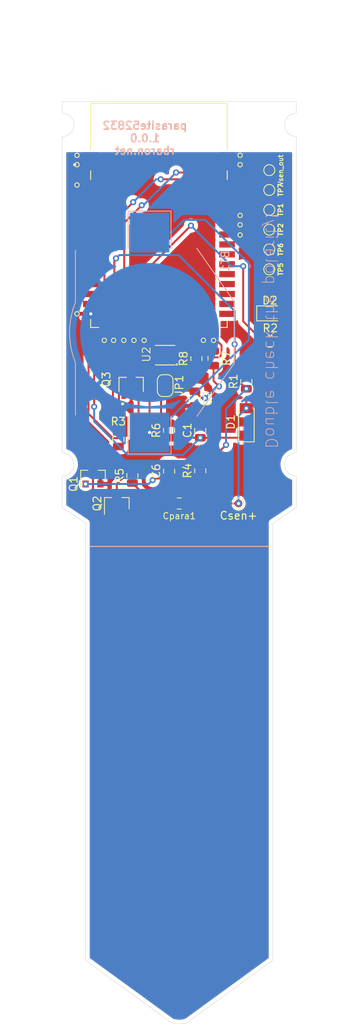
<source format=kicad_pcb>
(kicad_pcb (version 20171130) (host pcbnew "(5.1.2-1)-1")

  (general
    (thickness 1.6)
    (drawings 43)
    (tracks 178)
    (zones 0)
    (modules 28)
    (nets 48)
  )

  (page A4)
  (title_block
    (title parasite)
    (date 2021-02-05)
    (rev 1.1.0)
    (company rbaron.net)
  )

  (layers
    (0 F.Cu signal)
    (31 B.Cu signal)
    (32 B.Adhes user)
    (33 F.Adhes user)
    (34 B.Paste user)
    (35 F.Paste user)
    (36 B.SilkS user)
    (37 F.SilkS user)
    (38 B.Mask user)
    (39 F.Mask user)
    (40 Dwgs.User user)
    (41 Cmts.User user)
    (42 Eco1.User user hide)
    (43 Eco2.User user hide)
    (44 Edge.Cuts user)
    (45 Margin user)
    (46 B.CrtYd user)
    (47 F.CrtYd user)
    (48 B.Fab user)
    (49 F.Fab user)
  )

  (setup
    (last_trace_width 0.25)
    (user_trace_width 0.5)
    (user_trace_width 5)
    (user_trace_width 10)
    (trace_clearance 0.2)
    (zone_clearance 0.508)
    (zone_45_only no)
    (trace_min 0.2)
    (via_size 0.8)
    (via_drill 0.4)
    (via_min_size 0.4)
    (via_min_drill 0.3)
    (uvia_size 0.3)
    (uvia_drill 0.1)
    (uvias_allowed no)
    (uvia_min_size 0.2)
    (uvia_min_drill 0.1)
    (edge_width 0.05)
    (segment_width 0.2)
    (pcb_text_width 0.3)
    (pcb_text_size 1.5 1.5)
    (mod_edge_width 0.12)
    (mod_text_size 1 1)
    (mod_text_width 0.15)
    (pad_size 6 5.5)
    (pad_drill 0)
    (pad_to_mask_clearance 0.051)
    (solder_mask_min_width 0.25)
    (aux_axis_origin 0 0)
    (visible_elements FFFFFFFF)
    (pcbplotparams
      (layerselection 0x010fc_ffffffff)
      (usegerberextensions false)
      (usegerberattributes false)
      (usegerberadvancedattributes false)
      (creategerberjobfile false)
      (excludeedgelayer true)
      (linewidth 0.100000)
      (plotframeref false)
      (viasonmask false)
      (mode 1)
      (useauxorigin false)
      (hpglpennumber 1)
      (hpglpenspeed 20)
      (hpglpendiameter 15.000000)
      (psnegative false)
      (psa4output false)
      (plotreference true)
      (plotvalue true)
      (plotinvisibletext false)
      (padsonsilk false)
      (subtractmaskfromsilk false)
      (outputformat 1)
      (mirror false)
      (drillshape 0)
      (scaleselection 1)
      (outputdirectory "gerber/"))
  )

  (net 0 "")
  (net 1 GND)
  (net 2 /Csen+)
  (net 3 /PWM)
  (net 4 "Net-(C6-Pad1)")
  (net 5 "Net-(Q2-Pad3)")
  (net 6 "Net-(Q1-Pad3)")
  (net 7 "Net-(BT1-Pad1)")
  (net 8 /SENS_OUT)
  (net 9 "Net-(D2-Pad2)")
  (net 10 +3V0)
  (net 11 /LED)
  (net 12 /FAST_DISCH_EN)
  (net 13 "Net-(TP1-Pad1)")
  (net 14 "Net-(TP2-Pad1)")
  (net 15 "Net-(TP5-Pad1)")
  (net 16 "Net-(U1-Pad41)")
  (net 17 "Net-(U1-Pad40)")
  (net 18 "Net-(U1-Pad39)")
  (net 19 "Net-(U1-Pad35)")
  (net 20 "Net-(U1-Pad34)")
  (net 21 "Net-(U1-Pad33)")
  (net 22 "Net-(U1-Pad32)")
  (net 23 "Net-(U1-Pad31)")
  (net 24 "Net-(U1-Pad30)")
  (net 25 "Net-(U1-Pad29)")
  (net 26 "Net-(U1-Pad28)")
  (net 27 "Net-(U1-Pad25)")
  (net 28 "Net-(U1-Pad24)")
  (net 29 "Net-(U1-Pad23)")
  (net 30 "Net-(U1-Pad22)")
  (net 31 "Net-(U1-Pad21)")
  (net 32 "Net-(U1-Pad14)")
  (net 33 "Net-(U1-Pad13)")
  (net 34 "Net-(U1-Pad12)")
  (net 35 "Net-(U1-Pad11)")
  (net 36 "Net-(U1-Pad10)")
  (net 37 "Net-(U1-Pad9)")
  (net 38 "Net-(U1-Pad8)")
  (net 39 "Net-(U1-Pad7)")
  (net 40 "Net-(U1-Pad6)")
  (net 41 "Net-(U1-Pad5)")
  (net 42 "Net-(U1-Pad4)")
  (net 43 "Net-(U1-Pad3)")
  (net 44 /SCL)
  (net 45 /SDA)
  (net 46 "Net-(U2-Pad6)")
  (net 47 "Net-(U2-Pad3)")

  (net_class Default "This is the default net class."
    (clearance 0.2)
    (trace_width 0.25)
    (via_dia 0.8)
    (via_drill 0.4)
    (uvia_dia 0.3)
    (uvia_drill 0.1)
    (add_net +3V0)
    (add_net /Csen+)
    (add_net /FAST_DISCH_EN)
    (add_net /LED)
    (add_net /PWM)
    (add_net /SCL)
    (add_net /SDA)
    (add_net /SENS_OUT)
    (add_net GND)
    (add_net "Net-(BT1-Pad1)")
    (add_net "Net-(C6-Pad1)")
    (add_net "Net-(D2-Pad2)")
    (add_net "Net-(Q1-Pad3)")
    (add_net "Net-(Q2-Pad3)")
    (add_net "Net-(TP1-Pad1)")
    (add_net "Net-(TP2-Pad1)")
    (add_net "Net-(TP5-Pad1)")
    (add_net "Net-(U1-Pad10)")
    (add_net "Net-(U1-Pad11)")
    (add_net "Net-(U1-Pad12)")
    (add_net "Net-(U1-Pad13)")
    (add_net "Net-(U1-Pad14)")
    (add_net "Net-(U1-Pad21)")
    (add_net "Net-(U1-Pad22)")
    (add_net "Net-(U1-Pad23)")
    (add_net "Net-(U1-Pad24)")
    (add_net "Net-(U1-Pad25)")
    (add_net "Net-(U1-Pad28)")
    (add_net "Net-(U1-Pad29)")
    (add_net "Net-(U1-Pad3)")
    (add_net "Net-(U1-Pad30)")
    (add_net "Net-(U1-Pad31)")
    (add_net "Net-(U1-Pad32)")
    (add_net "Net-(U1-Pad33)")
    (add_net "Net-(U1-Pad34)")
    (add_net "Net-(U1-Pad35)")
    (add_net "Net-(U1-Pad39)")
    (add_net "Net-(U1-Pad4)")
    (add_net "Net-(U1-Pad40)")
    (add_net "Net-(U1-Pad41)")
    (add_net "Net-(U1-Pad5)")
    (add_net "Net-(U1-Pad6)")
    (add_net "Net-(U1-Pad7)")
    (add_net "Net-(U1-Pad8)")
    (add_net "Net-(U1-Pad9)")
    (add_net "Net-(U2-Pad3)")
    (add_net "Net-(U2-Pad6)")
  )

  (module snapeda:DFN250X250X100-9N (layer F.Cu) (tedit 60356372) (tstamp 6035D952)
    (at 116.2 74.5 180)
    (path /603581DD)
    (fp_text reference U2 (at 2.4 0.1 90) (layer F.SilkS)
      (effects (font (size 1 1) (thickness 0.120124)))
    )
    (fp_text value SHT30-DIS-B (at 3.381609 1.8952) (layer F.Fab)
      (effects (font (size 0.480001 0.480001) (thickness 0.015)))
    )
    (fp_circle (center 0 0) (end 0.75 0) (layer F.Fab) (width 0.127))
    (fp_line (start 1.75 -1.5) (end -1.75 -1.5) (layer F.CrtYd) (width 0.127))
    (fp_line (start 1.75 1.5) (end 1.75 -1.5) (layer F.CrtYd) (width 0.127))
    (fp_line (start -1.75 1.5) (end 1.75 1.5) (layer F.CrtYd) (width 0.127))
    (fp_line (start -1.75 -1.5) (end -1.75 1.5) (layer F.CrtYd) (width 0.127))
    (fp_circle (center -1.5 -1.2) (end -1.4 -1.2) (layer F.SilkS) (width 0.1))
    (fp_poly (pts (xy -0.450426 -0.8) (xy 0.45 -0.8) (xy 0.45 0.800757) (xy -0.450426 0.800757)) (layer F.Paste) (width 0.01))
    (fp_line (start -1.25 -1.25) (end -1.25 1.25) (layer F.Fab) (width 0.127))
    (fp_line (start 1.25 -1.25) (end -1.25 -1.25) (layer F.SilkS) (width 0.127))
    (fp_line (start 1.25 1.25) (end 1.25 -1.25) (layer F.Fab) (width 0.127))
    (fp_line (start -1.25 1.25) (end 1.25 1.25) (layer F.SilkS) (width 0.127))
    (pad 9 smd rect (at 0 0 180) (size 1 1.7) (layers F.Cu F.Mask)
      (net 1 GND))
    (pad 5 smd rect (at 1.175 0.75 180) (size 0.55 0.25) (layers F.Cu F.Paste F.Mask)
      (net 10 +3V0))
    (pad 6 smd rect (at 1.175 0.25 180) (size 0.55 0.25) (layers F.Cu F.Paste F.Mask)
      (net 46 "Net-(U2-Pad6)"))
    (pad 7 smd rect (at 1.175 -0.25 180) (size 0.55 0.25) (layers F.Cu F.Paste F.Mask)
      (net 1 GND))
    (pad 8 smd rect (at 1.175 -0.75 180) (size 0.55 0.25) (layers F.Cu F.Paste F.Mask)
      (net 1 GND))
    (pad 4 smd rect (at -1.175 0.75 180) (size 0.55 0.25) (layers F.Cu F.Paste F.Mask)
      (net 44 /SCL))
    (pad 3 smd rect (at -1.175 0.25 180) (size 0.55 0.25) (layers F.Cu F.Paste F.Mask)
      (net 47 "Net-(U2-Pad3)"))
    (pad 2 smd rect (at -1.175 -0.25 180) (size 0.55 0.25) (layers F.Cu F.Paste F.Mask)
      (net 1 GND))
    (pad 1 smd rect (at -1.175 -0.75 180) (size 0.55 0.25) (layers F.Cu F.Paste F.Mask)
      (net 45 /SDA))
  )

  (module snapeda:XCVR_E73-2G4M04S1B (layer F.Cu) (tedit 60351C1C) (tstamp 6035DFF6)
    (at 115.4 56.6)
    (path /60359A82)
    (fp_text reference U1 (at -6.825 -15.375) (layer F.SilkS)
      (effects (font (size 1 1) (thickness 0.015)))
    )
    (fp_text value E73-2G4M04S1B (at 1.43 16.365) (layer F.Fab)
      (effects (font (size 1 1) (thickness 0.015)))
    )
    (fp_line (start -8.75 -8.288) (end 8.75 -8.288) (layer F.Fab) (width 0.127))
    (fp_line (start 8.75 14.35) (end 8.75 13.325) (layer F.SilkS) (width 0.127))
    (fp_line (start 8.75 -5.725) (end 8.75 -4.625) (layer F.SilkS) (width 0.127))
    (fp_line (start 7.705 14.35) (end 8.75 14.35) (layer F.SilkS) (width 0.127))
    (fp_line (start -8.75 14.35) (end -7.705 14.35) (layer F.SilkS) (width 0.127))
    (fp_line (start -8.75 14.35) (end -8.75 13.325) (layer F.SilkS) (width 0.127))
    (fp_line (start 8.75 -8.435) (end 8.75 -14.35) (layer F.SilkS) (width 0.127))
    (fp_line (start 8.75 -14.35) (end -8.75 -14.35) (layer F.SilkS) (width 0.127))
    (fp_line (start -8.75 -14.35) (end -8.75 -8.435) (layer F.SilkS) (width 0.127))
    (fp_line (start -8.75 -5.725) (end -8.75 -4.625) (layer F.SilkS) (width 0.127))
    (fp_circle (center -10.8 -6.5) (end -10.7 -6.5) (layer F.SilkS) (width 0.2))
    (fp_circle (center -10.8 -6.5) (end -10.7 -6.5) (layer F.Fab) (width 0.2))
    (fp_text user under~the~module (at -5 3) (layer F.Fab)
      (effects (font (size 0.5 0.5) (thickness 0.015)))
    )
    (fp_text user Avoid~traces~in~Bottom~Layer (at -5 2) (layer F.Fab)
      (effects (font (size 0.5 0.5) (thickness 0.015)))
    )
    (fp_poly (pts (xy -8.75 -14.35) (xy 8.75 -14.35) (xy 8.75 14.35) (xy -8.75 14.35)) (layer Dwgs.User) (width 0.01))
    (fp_poly (pts (xy -8.75 -14.35) (xy -8.75 -8.1) (xy -7.75 -8.1) (xy -7.75 -6.045)
      (xy -8.75 -6.045) (xy -8.75 -4.305) (xy -7.73 -4.305) (xy -7.73 13.3)
      (xy 7.73 13.3) (xy 7.73 -4.305) (xy 8.75 -4.305) (xy 8.75 -6.045)
      (xy 7.75 -6.045) (xy 7.75 -8.115) (xy 8.75 -8.115) (xy 8.75 -14.35)) (layer Dwgs.User) (width 0.01))
    (fp_line (start 10 -14.6) (end -10 -14.6) (layer F.CrtYd) (width 0.05))
    (fp_line (start 10 15.6) (end 10 -14.6) (layer F.CrtYd) (width 0.05))
    (fp_line (start -10 15.6) (end 10 15.6) (layer F.CrtYd) (width 0.05))
    (fp_line (start -10 -14.6) (end -10 15.6) (layer F.CrtYd) (width 0.05))
    (fp_line (start 8.75 -14.35) (end -8.75 -14.35) (layer F.Fab) (width 0.127))
    (fp_line (start 8.75 -8.288) (end 8.75 -14.35) (layer F.Fab) (width 0.127))
    (fp_line (start 8.75 14.35) (end 8.75 -8.288) (layer F.Fab) (width 0.127))
    (fp_line (start -8.75 14.35) (end 8.75 14.35) (layer F.Fab) (width 0.127))
    (fp_line (start -8.75 -8.288) (end -8.75 14.35) (layer F.Fab) (width 0.127))
    (fp_line (start -8.75 -14.35) (end -8.75 -8.288) (layer F.Fab) (width 0.127))
    (pad 42 smd rect (at 8.75 -6.445) (size 2 0.8) (layers F.Cu F.Paste F.Mask)
      (net 1 GND))
    (pad 43 smd rect (at 8.75 -7.715) (size 2 0.8) (layers F.Cu F.Paste F.Mask)
      (net 1 GND))
    (pad 41 smd rect (at 8.73 -3.905) (size 2 0.8) (layers F.Cu F.Paste F.Mask)
      (net 16 "Net-(U1-Pad41)"))
    (pad 40 smd rect (at 8.73 -2.635) (size 2 0.8) (layers F.Cu F.Paste F.Mask)
      (net 17 "Net-(U1-Pad40)"))
    (pad 39 smd rect (at 8.73 -1.365) (size 2 0.8) (layers F.Cu F.Paste F.Mask)
      (net 18 "Net-(U1-Pad39)"))
    (pad 38 smd rect (at 8.73 -0.095) (size 2 0.8) (layers F.Cu F.Paste F.Mask)
      (net 13 "Net-(TP1-Pad1)"))
    (pad 37 smd rect (at 8.73 1.175) (size 2 0.8) (layers F.Cu F.Paste F.Mask)
      (net 14 "Net-(TP2-Pad1)"))
    (pad 36 smd rect (at 8.73 2.445) (size 2 0.8) (layers F.Cu F.Paste F.Mask)
      (net 15 "Net-(TP5-Pad1)"))
    (pad 35 smd rect (at 8.73 3.715) (size 2 0.8) (layers F.Cu F.Paste F.Mask)
      (net 19 "Net-(U1-Pad35)"))
    (pad 34 smd rect (at 8.73 4.985) (size 2 0.8) (layers F.Cu F.Paste F.Mask)
      (net 20 "Net-(U1-Pad34)"))
    (pad 33 smd rect (at 8.73 6.255) (size 2 0.8) (layers F.Cu F.Paste F.Mask)
      (net 21 "Net-(U1-Pad33)"))
    (pad 32 smd rect (at 8.73 7.525) (size 2 0.8) (layers F.Cu F.Paste F.Mask)
      (net 22 "Net-(U1-Pad32)"))
    (pad 31 smd rect (at 8.73 8.795) (size 2 0.8) (layers F.Cu F.Paste F.Mask)
      (net 23 "Net-(U1-Pad31)"))
    (pad 30 smd rect (at 8.73 10.065) (size 2 0.8) (layers F.Cu F.Paste F.Mask)
      (net 24 "Net-(U1-Pad30)"))
    (pad 29 smd rect (at 8.73 11.335) (size 2 0.8) (layers F.Cu F.Paste F.Mask)
      (net 25 "Net-(U1-Pad29)"))
    (pad 28 smd rect (at 8.73 12.605) (size 2 0.8) (layers F.Cu F.Paste F.Mask)
      (net 26 "Net-(U1-Pad28)"))
    (pad 27 smd rect (at 6.985 14.35) (size 0.8 2) (layers F.Cu F.Paste F.Mask)
      (net 45 /SDA))
    (pad 26 smd rect (at 5.715 14.35) (size 0.8 2) (layers F.Cu F.Paste F.Mask)
      (net 44 /SCL))
    (pad 25 smd rect (at 4.445 14.35) (size 0.8 2) (layers F.Cu F.Paste F.Mask)
      (net 27 "Net-(U1-Pad25)"))
    (pad 24 smd rect (at 3.175 14.35) (size 0.8 2) (layers F.Cu F.Paste F.Mask)
      (net 28 "Net-(U1-Pad24)"))
    (pad 23 smd rect (at 1.905 14.35) (size 0.8 2) (layers F.Cu F.Paste F.Mask)
      (net 29 "Net-(U1-Pad23)"))
    (pad 22 smd rect (at 0.635 14.35) (size 0.8 2) (layers F.Cu F.Paste F.Mask)
      (net 30 "Net-(U1-Pad22)"))
    (pad 21 smd rect (at -0.635 14.35) (size 0.8 2) (layers F.Cu F.Paste F.Mask)
      (net 31 "Net-(U1-Pad21)"))
    (pad 20 smd rect (at -1.905 14.35) (size 0.8 2) (layers F.Cu F.Paste F.Mask)
      (net 12 /FAST_DISCH_EN))
    (pad 19 smd rect (at -3.175 14.35) (size 0.8 2) (layers F.Cu F.Paste F.Mask)
      (net 11 /LED))
    (pad 18 smd rect (at -4.445 14.35) (size 0.8 2) (layers F.Cu F.Paste F.Mask)
      (net 8 /SENS_OUT))
    (pad 17 smd rect (at -5.715 14.35) (size 0.8 2) (layers F.Cu F.Paste F.Mask)
      (net 3 /PWM))
    (pad 16 smd rect (at -6.985 14.35) (size 0.8 2) (layers F.Cu F.Paste F.Mask)
      (net 10 +3V0))
    (pad 15 smd rect (at -8.73 12.605) (size 2 0.8) (layers F.Cu F.Paste F.Mask)
      (net 1 GND))
    (pad 14 smd rect (at -8.73 11.335) (size 2 0.8) (layers F.Cu F.Paste F.Mask)
      (net 32 "Net-(U1-Pad14)"))
    (pad 13 smd rect (at -8.73 10.065) (size 2 0.8) (layers F.Cu F.Paste F.Mask)
      (net 33 "Net-(U1-Pad13)"))
    (pad 12 smd rect (at -8.73 8.795) (size 2 0.8) (layers F.Cu F.Paste F.Mask)
      (net 34 "Net-(U1-Pad12)"))
    (pad 11 smd rect (at -8.73 7.525) (size 2 0.8) (layers F.Cu F.Paste F.Mask)
      (net 35 "Net-(U1-Pad11)"))
    (pad 10 smd rect (at -8.73 6.255) (size 2 0.8) (layers F.Cu F.Paste F.Mask)
      (net 36 "Net-(U1-Pad10)"))
    (pad 9 smd rect (at -8.73 4.985) (size 2 0.8) (layers F.Cu F.Paste F.Mask)
      (net 37 "Net-(U1-Pad9)"))
    (pad 8 smd rect (at -8.73 3.715) (size 2 0.8) (layers F.Cu F.Paste F.Mask)
      (net 38 "Net-(U1-Pad8)"))
    (pad 7 smd rect (at -8.73 2.445) (size 2 0.8) (layers F.Cu F.Paste F.Mask)
      (net 39 "Net-(U1-Pad7)"))
    (pad 6 smd rect (at -8.73 1.175) (size 2 0.8) (layers F.Cu F.Paste F.Mask)
      (net 40 "Net-(U1-Pad6)"))
    (pad 5 smd rect (at -8.73 -0.095) (size 2 0.8) (layers F.Cu F.Paste F.Mask)
      (net 41 "Net-(U1-Pad5)"))
    (pad 4 smd rect (at -8.73 -1.365) (size 2 0.8) (layers F.Cu F.Paste F.Mask)
      (net 42 "Net-(U1-Pad4)"))
    (pad 3 smd rect (at -8.73 -2.635) (size 2 0.8) (layers F.Cu F.Paste F.Mask)
      (net 43 "Net-(U1-Pad3)"))
    (pad 2 smd rect (at -8.73 -3.905) (size 2 0.8) (layers F.Cu F.Paste F.Mask)
      (net 1 GND))
    (pad 1 smd rect (at -8.75 -6.445) (size 2 0.8) (layers F.Cu F.Paste F.Mask)
      (net 1 GND))
    (pad 0 smd rect (at -8.75 -7.715) (size 2 0.8) (layers F.Cu F.Paste F.Mask)
      (net 1 GND))
  )

  (module snapeda:SOT95P280X125-3N (layer F.Cu) (tedit 603403B8) (tstamp 60359980)
    (at 111.84 78.24 90)
    (path /60388E46)
    (fp_text reference Q3 (at 0.635 -3.175 90) (layer F.SilkS)
      (effects (font (size 1 1) (thickness 0.15)))
    )
    (fp_text value AO3407A (at 7.62 3.175 90) (layer F.Fab)
      (effects (font (size 1 1) (thickness 0.015)))
    )
    (fp_circle (center -2.5 -1.1) (end -2.4 -1.1) (layer F.Fab) (width 0.2))
    (fp_circle (center -2.5 -1.1) (end -2.4 -1.1) (layer F.SilkS) (width 0.2))
    (fp_line (start -2.11 1.8) (end -2.11 -1.8) (layer F.CrtYd) (width 0.05))
    (fp_line (start 2.11 1.8) (end -2.11 1.8) (layer F.CrtYd) (width 0.05))
    (fp_line (start 2.11 -1.8) (end 2.11 1.8) (layer F.CrtYd) (width 0.05))
    (fp_line (start -2.11 -1.8) (end 2.11 -1.8) (layer F.CrtYd) (width 0.05))
    (fp_line (start 0.9 1.559) (end -0.9 1.559) (layer F.SilkS) (width 0.127))
    (fp_line (start 0.9 0.609) (end 0.9 1.559) (layer F.SilkS) (width 0.127))
    (fp_line (start 0.9 -1.559) (end 0.9 -0.609) (layer F.SilkS) (width 0.127))
    (fp_line (start -0.9 -1.559) (end 0.9 -1.559) (layer F.SilkS) (width 0.127))
    (fp_line (start 0.9 -1.55) (end -0.9 -1.55) (layer F.Fab) (width 0.127))
    (fp_line (start 0.9 1.55) (end 0.9 -1.55) (layer F.Fab) (width 0.127))
    (fp_line (start -0.9 1.55) (end 0.9 1.55) (layer F.Fab) (width 0.127))
    (fp_line (start -0.9 -1.55) (end -0.9 1.55) (layer F.Fab) (width 0.127))
    (pad 3 smd rect (at 1.255 0 90) (size 1.21 0.59) (layers F.Cu F.Paste F.Mask)
      (net 7 "Net-(BT1-Pad1)"))
    (pad 2 smd rect (at -1.255 0.95 90) (size 1.21 0.59) (layers F.Cu F.Paste F.Mask)
      (net 10 +3V0))
    (pad 1 smd rect (at -1.255 -0.95 90) (size 1.21 0.59) (layers F.Cu F.Paste F.Mask)
      (net 1 GND))
  )

  (module Resistor_SMD:R_0805_2012Metric (layer F.Cu) (tedit 5B36C52B) (tstamp 6035DAC9)
    (at 120.2 74.9375 90)
    (descr "Resistor SMD 0805 (2012 Metric), square (rectangular) end terminal, IPC_7351 nominal, (Body size source: https://docs.google.com/spreadsheets/d/1BsfQQcO9C6DZCsRaXUlFlo91Tg2WpOkGARC1WS5S8t0/edit?usp=sharing), generated with kicad-footprint-generator")
    (tags resistor)
    (path /60372D0F)
    (attr smd)
    (fp_text reference R8 (at 0 -1.65 90) (layer F.SilkS)
      (effects (font (size 1 1) (thickness 0.15)))
    )
    (fp_text value 10k (at 0 1.65 90) (layer F.Fab)
      (effects (font (size 1 1) (thickness 0.15)))
    )
    (fp_text user %R (at 0 0 90) (layer F.Fab)
      (effects (font (size 0.5 0.5) (thickness 0.08)))
    )
    (fp_line (start 1.68 0.95) (end -1.68 0.95) (layer F.CrtYd) (width 0.05))
    (fp_line (start 1.68 -0.95) (end 1.68 0.95) (layer F.CrtYd) (width 0.05))
    (fp_line (start -1.68 -0.95) (end 1.68 -0.95) (layer F.CrtYd) (width 0.05))
    (fp_line (start -1.68 0.95) (end -1.68 -0.95) (layer F.CrtYd) (width 0.05))
    (fp_line (start -0.258578 0.71) (end 0.258578 0.71) (layer F.SilkS) (width 0.12))
    (fp_line (start -0.258578 -0.71) (end 0.258578 -0.71) (layer F.SilkS) (width 0.12))
    (fp_line (start 1 0.6) (end -1 0.6) (layer F.Fab) (width 0.1))
    (fp_line (start 1 -0.6) (end 1 0.6) (layer F.Fab) (width 0.1))
    (fp_line (start -1 -0.6) (end 1 -0.6) (layer F.Fab) (width 0.1))
    (fp_line (start -1 0.6) (end -1 -0.6) (layer F.Fab) (width 0.1))
    (pad 2 smd roundrect (at 0.9375 0 90) (size 0.975 1.4) (layers F.Cu F.Paste F.Mask) (roundrect_rratio 0.25)
      (net 45 /SDA))
    (pad 1 smd roundrect (at -0.9375 0 90) (size 0.975 1.4) (layers F.Cu F.Paste F.Mask) (roundrect_rratio 0.25)
      (net 10 +3V0))
    (model ${KISYS3DMOD}/Resistor_SMD.3dshapes/R_0805_2012Metric.wrl
      (at (xyz 0 0 0))
      (scale (xyz 1 1 1))
      (rotate (xyz 0 0 0))
    )
  )

  (module Resistor_SMD:R_0805_2012Metric (layer F.Cu) (tedit 5B36C52B) (tstamp 6035DA68)
    (at 122.4 74.9 270)
    (descr "Resistor SMD 0805 (2012 Metric), square (rectangular) end terminal, IPC_7351 nominal, (Body size source: https://docs.google.com/spreadsheets/d/1BsfQQcO9C6DZCsRaXUlFlo91Tg2WpOkGARC1WS5S8t0/edit?usp=sharing), generated with kicad-footprint-generator")
    (tags resistor)
    (path /6037481E)
    (attr smd)
    (fp_text reference R7 (at 0 -1.65 90) (layer F.SilkS)
      (effects (font (size 1 1) (thickness 0.15)))
    )
    (fp_text value 10k (at 0 1.65 90) (layer F.Fab)
      (effects (font (size 1 1) (thickness 0.15)))
    )
    (fp_text user %R (at 0 0 90) (layer F.Fab)
      (effects (font (size 0.5 0.5) (thickness 0.08)))
    )
    (fp_line (start 1.68 0.95) (end -1.68 0.95) (layer F.CrtYd) (width 0.05))
    (fp_line (start 1.68 -0.95) (end 1.68 0.95) (layer F.CrtYd) (width 0.05))
    (fp_line (start -1.68 -0.95) (end 1.68 -0.95) (layer F.CrtYd) (width 0.05))
    (fp_line (start -1.68 0.95) (end -1.68 -0.95) (layer F.CrtYd) (width 0.05))
    (fp_line (start -0.258578 0.71) (end 0.258578 0.71) (layer F.SilkS) (width 0.12))
    (fp_line (start -0.258578 -0.71) (end 0.258578 -0.71) (layer F.SilkS) (width 0.12))
    (fp_line (start 1 0.6) (end -1 0.6) (layer F.Fab) (width 0.1))
    (fp_line (start 1 -0.6) (end 1 0.6) (layer F.Fab) (width 0.1))
    (fp_line (start -1 -0.6) (end 1 -0.6) (layer F.Fab) (width 0.1))
    (fp_line (start -1 0.6) (end -1 -0.6) (layer F.Fab) (width 0.1))
    (pad 2 smd roundrect (at 0.9375 0 270) (size 0.975 1.4) (layers F.Cu F.Paste F.Mask) (roundrect_rratio 0.25)
      (net 10 +3V0))
    (pad 1 smd roundrect (at -0.9375 0 270) (size 0.975 1.4) (layers F.Cu F.Paste F.Mask) (roundrect_rratio 0.25)
      (net 44 /SCL))
    (model ${KISYS3DMOD}/Resistor_SMD.3dshapes/R_0805_2012Metric.wrl
      (at (xyz 0 0 0))
      (scale (xyz 1 1 1))
      (rotate (xyz 0 0 0))
    )
  )

  (module Capacitor_SMD:C_0805_2012Metric (layer F.Cu) (tedit 5B36C52B) (tstamp 6035CB9B)
    (at 120 80.0625 270)
    (descr "Capacitor SMD 0805 (2012 Metric), square (rectangular) end terminal, IPC_7351 nominal, (Body size source: https://docs.google.com/spreadsheets/d/1BsfQQcO9C6DZCsRaXUlFlo91Tg2WpOkGARC1WS5S8t0/edit?usp=sharing), generated with kicad-footprint-generator")
    (tags capacitor)
    (path /6036F153)
    (attr smd)
    (fp_text reference C2 (at 0 -1.65 90) (layer F.SilkS)
      (effects (font (size 1 1) (thickness 0.15)))
    )
    (fp_text value 100n (at 0 1.65 90) (layer F.Fab)
      (effects (font (size 1 1) (thickness 0.15)))
    )
    (fp_text user %R (at 0 0 90) (layer F.Fab)
      (effects (font (size 0.5 0.5) (thickness 0.08)))
    )
    (fp_line (start 1.68 0.95) (end -1.68 0.95) (layer F.CrtYd) (width 0.05))
    (fp_line (start 1.68 -0.95) (end 1.68 0.95) (layer F.CrtYd) (width 0.05))
    (fp_line (start -1.68 -0.95) (end 1.68 -0.95) (layer F.CrtYd) (width 0.05))
    (fp_line (start -1.68 0.95) (end -1.68 -0.95) (layer F.CrtYd) (width 0.05))
    (fp_line (start -0.258578 0.71) (end 0.258578 0.71) (layer F.SilkS) (width 0.12))
    (fp_line (start -0.258578 -0.71) (end 0.258578 -0.71) (layer F.SilkS) (width 0.12))
    (fp_line (start 1 0.6) (end -1 0.6) (layer F.Fab) (width 0.1))
    (fp_line (start 1 -0.6) (end 1 0.6) (layer F.Fab) (width 0.1))
    (fp_line (start -1 -0.6) (end 1 -0.6) (layer F.Fab) (width 0.1))
    (fp_line (start -1 0.6) (end -1 -0.6) (layer F.Fab) (width 0.1))
    (pad 2 smd roundrect (at 0.9375 0 270) (size 0.975 1.4) (layers F.Cu F.Paste F.Mask) (roundrect_rratio 0.25)
      (net 1 GND))
    (pad 1 smd roundrect (at -0.9375 0 270) (size 0.975 1.4) (layers F.Cu F.Paste F.Mask) (roundrect_rratio 0.25)
      (net 10 +3V0))
    (model ${KISYS3DMOD}/Capacitor_SMD.3dshapes/C_0805_2012Metric.wrl
      (at (xyz 0 0 0))
      (scale (xyz 1 1 1))
      (rotate (xyz 0 0 0))
    )
  )

  (module kicad:BatteryHolder_Keystone_3002_1x2032 (layer B.Cu) (tedit 5D9C7E9A) (tstamp 60358E5D)
    (at 114.2 71.6 270)
    (descr https://www.tme.eu/it/Document/a823211ec201a9e209042d155fe22d2b/KEYS2996.pdf)
    (tags "BR2016 CR2016 DL2016 BR2020 CL2020 BR2025 CR2025 DL2025 DR2032 CR2032 DL2032")
    (path /60386A6F)
    (attr smd)
    (fp_text reference BT1 (at -9.15 -9.7 90) (layer B.SilkS)
      (effects (font (size 1 1) (thickness 0.15)) (justify mirror))
    )
    (fp_text value Battery_Cell (at 0 11 90) (layer B.Fab)
      (effects (font (size 1 1) (thickness 0.15)) (justify mirror))
    )
    (fp_line (start -15.35 2.55) (end -15.35 -2.55) (layer B.Fab) (width 0.1))
    (fp_line (start -15.35 -2.55) (end -10.55 -2.55) (layer B.Fab) (width 0.1))
    (fp_line (start -15.35 2.55) (end -10.55 2.55) (layer B.Fab) (width 0.1))
    (fp_line (start -10.55 -2.55) (end -10.55 -5.85) (layer B.Fab) (width 0.1))
    (fp_line (start 10.55 -2.55) (end 10.55 -5.9) (layer B.Fab) (width 0.1))
    (fp_line (start -3.8 -10.6) (end 3.8 -10.6) (layer B.Fab) (width 0.1))
    (fp_line (start 10.55 -2.55) (end 15.35 -2.55) (layer B.Fab) (width 0.1))
    (fp_line (start 15.35 -2.55) (end 15.35 2.55) (layer B.Fab) (width 0.1))
    (fp_line (start 15.35 2.55) (end 10.55 2.55) (layer B.Fab) (width 0.1))
    (fp_line (start 10.55 2.55) (end 10.55 9.3) (layer B.Fab) (width 0.1))
    (fp_line (start 10.55 9.3) (end -10.55 9.3) (layer B.Fab) (width 0.1))
    (fp_line (start -10.55 2.55) (end -10.55 9.3) (layer B.Fab) (width 0.1))
    (fp_line (start -10.55 -5.85) (end -3.8 -10.6) (layer B.Fab) (width 0.1))
    (fp_line (start -10.8 -6.05) (end -3.95 -10.85) (layer B.SilkS) (width 0.12))
    (fp_line (start -3.95 -10.85) (end 3.95 -10.85) (layer B.SilkS) (width 0.12))
    (fp_line (start 3.95 -10.85) (end 10.75 -6.05) (layer B.SilkS) (width 0.12))
    (fp_line (start 10.55 -5.9) (end 3.8 -10.6) (layer B.Fab) (width 0.1))
    (fp_circle (center 0 0) (end 10 0) (layer Dwgs.User) (width 0.2))
    (fp_line (start -10.55 9.5) (end -3.85 9.5) (layer B.SilkS) (width 0.12))
    (fp_arc (start 0 0) (end 3.85 9.5) (angle 44.1) (layer B.SilkS) (width 0.12))
    (fp_line (start 10.55 9.5) (end 3.85 9.5) (layer B.SilkS) (width 0.12))
    (fp_line (start -15.85 3.05) (end -11.05 3.05) (layer B.CrtYd) (width 0.05))
    (fp_line (start -11.05 3.05) (end -11.05 9.8) (layer B.CrtYd) (width 0.05))
    (fp_line (start -11.05 9.8) (end -3.9 9.8) (layer B.CrtYd) (width 0.05))
    (fp_arc (start 0 0) (end 3.9 9.8) (angle 43.40107348) (layer B.CrtYd) (width 0.05))
    (fp_line (start 11.05 9.8) (end 3.9 9.8) (layer B.CrtYd) (width 0.05))
    (fp_line (start 11.05 9.8) (end 11.05 3.05) (layer B.CrtYd) (width 0.05))
    (fp_line (start 11.05 3.05) (end 15.85 3.05) (layer B.CrtYd) (width 0.05))
    (fp_line (start 15.85 3.05) (end 15.85 -3.05) (layer B.CrtYd) (width 0.05))
    (fp_line (start 15.85 -3.05) (end 11.05 -3.05) (layer B.CrtYd) (width 0.05))
    (fp_line (start 11.05 -3.05) (end 11.05 -6.35) (layer B.CrtYd) (width 0.05))
    (fp_line (start 11.05 -6.35) (end 4.3 -11.1) (layer B.CrtYd) (width 0.05))
    (fp_line (start 4.3 -11.1) (end -4.3 -11.1) (layer B.CrtYd) (width 0.05))
    (fp_line (start -4.3 -11.1) (end -11.05 -6.35) (layer B.CrtYd) (width 0.05))
    (fp_line (start -11.05 -6.35) (end -11.05 -3.05) (layer B.CrtYd) (width 0.05))
    (fp_line (start -11.05 -3.05) (end -15.85 -3.05) (layer B.CrtYd) (width 0.05))
    (fp_line (start -15.85 -3.05) (end -15.85 3.05) (layer B.CrtYd) (width 0.05))
    (fp_line (start -10.75 2.75) (end -15.55 2.75) (layer B.SilkS) (width 0.12))
    (fp_line (start -15.55 2.75) (end -15.55 -2.75) (layer B.SilkS) (width 0.12))
    (fp_line (start -15.55 -2.75) (end -10.75 -2.75) (layer B.SilkS) (width 0.12))
    (fp_line (start 10.75 -2.75) (end 15.55 -2.75) (layer B.SilkS) (width 0.12))
    (fp_line (start 15.55 -2.75) (end 15.55 2.75) (layer B.SilkS) (width 0.12))
    (fp_line (start 15.55 2.75) (end 10.75 2.75) (layer B.SilkS) (width 0.12))
    (fp_text user %R (at -9.15 -9.7 90) (layer B.Fab)
      (effects (font (size 1 1) (thickness 0.15)) (justify mirror))
    )
    (pad 2 smd circle (at 0 0 270) (size 17.8 17.8) (layers B.Cu B.Mask)
      (net 1 GND))
    (pad 1 smd rect (at -12.8 0 270) (size 5.1 5.1) (layers B.Cu B.Paste B.Mask)
      (net 7 "Net-(BT1-Pad1)"))
    (pad 1 smd rect (at 12.8 0 270) (size 5.1 5.1) (layers B.Cu B.Paste B.Mask)
      (net 7 "Net-(BT1-Pad1)"))
    (model ${KISYS3DMOD}/Battery.3dshapes/BatteryHolder_Keystone_3002_1x2032.wrl
      (at (xyz 0 0 0))
      (scale (xyz 1 1 1))
      (rotate (xyz 0 0 0))
    )
  )

  (module TestPoint:TestPoint_Pad_D1.0mm (layer F.Cu) (tedit 5A0F774F) (tstamp 60359057)
    (at 129.54 53.34 270)
    (descr "SMD pad as test Point, diameter 1.0mm")
    (tags "test point SMD pad")
    (path /6037D82C)
    (attr virtual)
    (fp_text reference TP7 (at 0 -1.448 90) (layer F.SilkS)
      (effects (font (size 0.6 0.6) (thickness 0.15)))
    )
    (fp_text value VCC (at 0 1.55 90) (layer F.Fab)
      (effects (font (size 1 1) (thickness 0.15)))
    )
    (fp_circle (center 0 0) (end 0 0.7) (layer F.SilkS) (width 0.12))
    (fp_circle (center 0 0) (end 1 0) (layer F.CrtYd) (width 0.05))
    (fp_text user %R (at 0 -1.45 90) (layer F.Fab)
      (effects (font (size 1 1) (thickness 0.15)))
    )
    (pad 1 smd circle (at 0 0 270) (size 1 1) (layers F.Cu F.Mask)
      (net 10 +3V0))
  )

  (module TestPoint:TestPoint_Pad_D1.0mm (layer F.Cu) (tedit 5A0F774F) (tstamp 6035904F)
    (at 129.54 60.96 270)
    (descr "SMD pad as test Point, diameter 1.0mm")
    (tags "test point SMD pad")
    (path /6037E819)
    (attr virtual)
    (fp_text reference TP6 (at 0 -1.448 90) (layer F.SilkS)
      (effects (font (size 0.6 0.6) (thickness 0.15)))
    )
    (fp_text value GND (at 0 1.55 90) (layer F.Fab)
      (effects (font (size 1 1) (thickness 0.15)))
    )
    (fp_circle (center 0 0) (end 0 0.7) (layer F.SilkS) (width 0.12))
    (fp_circle (center 0 0) (end 1 0) (layer F.CrtYd) (width 0.05))
    (fp_text user %R (at 0 -1.45 90) (layer F.Fab)
      (effects (font (size 1 1) (thickness 0.15)))
    )
    (pad 1 smd circle (at 0 0 270) (size 1 1) (layers F.Cu F.Mask)
      (net 1 GND))
  )

  (module TestPoint:TestPoint_Pad_D1.0mm (layer F.Cu) (tedit 5A0F774F) (tstamp 60359047)
    (at 129.54 63.5 270)
    (descr "SMD pad as test Point, diameter 1.0mm")
    (tags "test point SMD pad")
    (path /6039FE47)
    (attr virtual)
    (fp_text reference TP5 (at 0 -1.448 90) (layer F.SilkS)
      (effects (font (size 0.6 0.6) (thickness 0.15)))
    )
    (fp_text value RST (at 0 1.55 90) (layer F.Fab)
      (effects (font (size 1 1) (thickness 0.15)))
    )
    (fp_circle (center 0 0) (end 0 0.7) (layer F.SilkS) (width 0.12))
    (fp_circle (center 0 0) (end 1 0) (layer F.CrtYd) (width 0.05))
    (fp_text user %R (at 0 -1.45 90) (layer F.Fab)
      (effects (font (size 1 1) (thickness 0.15)))
    )
    (pad 1 smd circle (at 0 0 270) (size 1 1) (layers F.Cu F.Mask)
      (net 15 "Net-(TP5-Pad1)"))
  )

  (module TestPoint:TestPoint_Pad_D1.0mm (layer F.Cu) (tedit 5A0F774F) (tstamp 60359023)
    (at 129.54 58.42 270)
    (descr "SMD pad as test Point, diameter 1.0mm")
    (tags "test point SMD pad")
    (path /6035D56E)
    (attr virtual)
    (fp_text reference TP2 (at 0 -1.448 90) (layer F.SilkS)
      (effects (font (size 0.6 0.6) (thickness 0.15)))
    )
    (fp_text value CLK (at 0 1.55 90) (layer F.Fab)
      (effects (font (size 1 1) (thickness 0.15)))
    )
    (fp_circle (center 0 0) (end 0 0.7) (layer F.SilkS) (width 0.12))
    (fp_circle (center 0 0) (end 1 0) (layer F.CrtYd) (width 0.05))
    (fp_text user %R (at 0 -1.45 90) (layer F.Fab)
      (effects (font (size 1 1) (thickness 0.15)))
    )
    (pad 1 smd circle (at 0 0 270) (size 1 1) (layers F.Cu F.Mask)
      (net 14 "Net-(TP2-Pad1)"))
  )

  (module TestPoint:TestPoint_Pad_D1.0mm (layer F.Cu) (tedit 5A0F774F) (tstamp 6035901B)
    (at 129.54 55.88 270)
    (descr "SMD pad as test Point, diameter 1.0mm")
    (tags "test point SMD pad")
    (path /6035E763)
    (attr virtual)
    (fp_text reference TP1 (at 0 -1.448 90) (layer F.SilkS)
      (effects (font (size 0.6 0.6) (thickness 0.15)))
    )
    (fp_text value IO (at 0 1.55 90) (layer F.Fab)
      (effects (font (size 1 1) (thickness 0.15)))
    )
    (fp_circle (center 0 0) (end 0 0.7) (layer F.SilkS) (width 0.12))
    (fp_circle (center 0 0) (end 1 0) (layer F.CrtYd) (width 0.05))
    (fp_text user %R (at 0 -1.45 90) (layer F.Fab)
      (effects (font (size 1 1) (thickness 0.15)))
    )
    (pad 1 smd circle (at 0 0 270) (size 1 1) (layers F.Cu F.Mask)
      (net 13 "Net-(TP1-Pad1)"))
  )

  (module Resistor_SMD:R_0805_2012Metric (layer F.Cu) (tedit 5B36C52B) (tstamp 6035C630)
    (at 129.6625 72.7)
    (descr "Resistor SMD 0805 (2012 Metric), square (rectangular) end terminal, IPC_7351 nominal, (Body size source: https://docs.google.com/spreadsheets/d/1BsfQQcO9C6DZCsRaXUlFlo91Tg2WpOkGARC1WS5S8t0/edit?usp=sharing), generated with kicad-footprint-generator")
    (tags resistor)
    (path /6037FE48)
    (attr smd)
    (fp_text reference R2 (at 0 -1.65) (layer F.SilkS)
      (effects (font (size 1 1) (thickness 0.15)))
    )
    (fp_text value 1k (at 0 1.65) (layer F.Fab)
      (effects (font (size 1 1) (thickness 0.15)))
    )
    (fp_text user %R (at 0 0) (layer F.Fab)
      (effects (font (size 0.5 0.5) (thickness 0.08)))
    )
    (fp_line (start 1.68 0.95) (end -1.68 0.95) (layer F.CrtYd) (width 0.05))
    (fp_line (start 1.68 -0.95) (end 1.68 0.95) (layer F.CrtYd) (width 0.05))
    (fp_line (start -1.68 -0.95) (end 1.68 -0.95) (layer F.CrtYd) (width 0.05))
    (fp_line (start -1.68 0.95) (end -1.68 -0.95) (layer F.CrtYd) (width 0.05))
    (fp_line (start -0.258578 0.71) (end 0.258578 0.71) (layer F.SilkS) (width 0.12))
    (fp_line (start -0.258578 -0.71) (end 0.258578 -0.71) (layer F.SilkS) (width 0.12))
    (fp_line (start 1 0.6) (end -1 0.6) (layer F.Fab) (width 0.1))
    (fp_line (start 1 -0.6) (end 1 0.6) (layer F.Fab) (width 0.1))
    (fp_line (start -1 -0.6) (end 1 -0.6) (layer F.Fab) (width 0.1))
    (fp_line (start -1 0.6) (end -1 -0.6) (layer F.Fab) (width 0.1))
    (pad 2 smd roundrect (at 0.9375 0) (size 0.975 1.4) (layers F.Cu F.Paste F.Mask) (roundrect_rratio 0.25)
      (net 9 "Net-(D2-Pad2)"))
    (pad 1 smd roundrect (at -0.9375 0) (size 0.975 1.4) (layers F.Cu F.Paste F.Mask) (roundrect_rratio 0.25)
      (net 11 /LED))
    (model ${KISYS3DMOD}/Resistor_SMD.3dshapes/R_0805_2012Metric.wrl
      (at (xyz 0 0 0))
      (scale (xyz 1 1 1))
      (rotate (xyz 0 0 0))
    )
  )

  (module Jumper:SolderJumper-2_P1.3mm_Open_RoundedPad1.0x1.5mm (layer F.Cu) (tedit 5B391E66) (tstamp 60358F12)
    (at 116.2 78.4 270)
    (descr "SMD Solder Jumper, 1x1.5mm, rounded Pads, 0.3mm gap, open")
    (tags "solder jumper open")
    (path /60392DA9)
    (attr virtual)
    (fp_text reference JP1 (at 0 -1.8 90) (layer F.SilkS)
      (effects (font (size 1 1) (thickness 0.15)))
    )
    (fp_text value Jumper (at 0 1.9 90) (layer F.Fab)
      (effects (font (size 1 1) (thickness 0.15)))
    )
    (fp_line (start 1.65 1.25) (end -1.65 1.25) (layer F.CrtYd) (width 0.05))
    (fp_line (start 1.65 1.25) (end 1.65 -1.25) (layer F.CrtYd) (width 0.05))
    (fp_line (start -1.65 -1.25) (end -1.65 1.25) (layer F.CrtYd) (width 0.05))
    (fp_line (start -1.65 -1.25) (end 1.65 -1.25) (layer F.CrtYd) (width 0.05))
    (fp_line (start -0.7 -1) (end 0.7 -1) (layer F.SilkS) (width 0.12))
    (fp_line (start 1.4 -0.3) (end 1.4 0.3) (layer F.SilkS) (width 0.12))
    (fp_line (start 0.7 1) (end -0.7 1) (layer F.SilkS) (width 0.12))
    (fp_line (start -1.4 0.3) (end -1.4 -0.3) (layer F.SilkS) (width 0.12))
    (fp_arc (start -0.7 -0.3) (end -0.7 -1) (angle -90) (layer F.SilkS) (width 0.12))
    (fp_arc (start -0.7 0.3) (end -1.4 0.3) (angle -90) (layer F.SilkS) (width 0.12))
    (fp_arc (start 0.7 0.3) (end 0.7 1) (angle -90) (layer F.SilkS) (width 0.12))
    (fp_arc (start 0.7 -0.3) (end 1.4 -0.3) (angle -90) (layer F.SilkS) (width 0.12))
    (pad 2 smd custom (at 0.65 0 270) (size 1 0.5) (layers F.Cu F.Mask)
      (net 10 +3V0) (zone_connect 2)
      (options (clearance outline) (anchor rect))
      (primitives
        (gr_circle (center 0 0.25) (end 0.5 0.25) (width 0))
        (gr_circle (center 0 -0.25) (end 0.5 -0.25) (width 0))
        (gr_poly (pts
           (xy 0 -0.75) (xy -0.5 -0.75) (xy -0.5 0.75) (xy 0 0.75)) (width 0))
      ))
    (pad 1 smd custom (at -0.65 0 270) (size 1 0.5) (layers F.Cu F.Mask)
      (net 7 "Net-(BT1-Pad1)") (zone_connect 2)
      (options (clearance outline) (anchor rect))
      (primitives
        (gr_circle (center 0 0.25) (end 0.5 0.25) (width 0))
        (gr_circle (center 0 -0.25) (end 0.5 -0.25) (width 0))
        (gr_poly (pts
           (xy 0 -0.75) (xy 0.5 -0.75) (xy 0.5 0.75) (xy 0 0.75)) (width 0))
      ))
  )

  (module LED_SMD:LED_0805_2012Metric (layer F.Cu) (tedit 5B36C52C) (tstamp 60358F00)
    (at 129.62 69.145)
    (descr "LED SMD 0805 (2012 Metric), square (rectangular) end terminal, IPC_7351 nominal, (Body size source: https://docs.google.com/spreadsheets/d/1BsfQQcO9C6DZCsRaXUlFlo91Tg2WpOkGARC1WS5S8t0/edit?usp=sharing), generated with kicad-footprint-generator")
    (tags diode)
    (path /6038131F)
    (attr smd)
    (fp_text reference D2 (at 0 -1.65) (layer F.SilkS)
      (effects (font (size 1 1) (thickness 0.15)))
    )
    (fp_text value LED (at 0 1.65) (layer F.Fab)
      (effects (font (size 1 1) (thickness 0.15)))
    )
    (fp_text user %R (at 0 0) (layer F.Fab)
      (effects (font (size 0.5 0.5) (thickness 0.08)))
    )
    (fp_line (start 1.68 0.95) (end -1.68 0.95) (layer F.CrtYd) (width 0.05))
    (fp_line (start 1.68 -0.95) (end 1.68 0.95) (layer F.CrtYd) (width 0.05))
    (fp_line (start -1.68 -0.95) (end 1.68 -0.95) (layer F.CrtYd) (width 0.05))
    (fp_line (start -1.68 0.95) (end -1.68 -0.95) (layer F.CrtYd) (width 0.05))
    (fp_line (start -1.685 0.96) (end 1 0.96) (layer F.SilkS) (width 0.12))
    (fp_line (start -1.685 -0.96) (end -1.685 0.96) (layer F.SilkS) (width 0.12))
    (fp_line (start 1 -0.96) (end -1.685 -0.96) (layer F.SilkS) (width 0.12))
    (fp_line (start 1 0.6) (end 1 -0.6) (layer F.Fab) (width 0.1))
    (fp_line (start -1 0.6) (end 1 0.6) (layer F.Fab) (width 0.1))
    (fp_line (start -1 -0.3) (end -1 0.6) (layer F.Fab) (width 0.1))
    (fp_line (start -0.7 -0.6) (end -1 -0.3) (layer F.Fab) (width 0.1))
    (fp_line (start 1 -0.6) (end -0.7 -0.6) (layer F.Fab) (width 0.1))
    (pad 2 smd roundrect (at 0.9375 0) (size 0.975 1.4) (layers F.Cu F.Paste F.Mask) (roundrect_rratio 0.25)
      (net 9 "Net-(D2-Pad2)"))
    (pad 1 smd roundrect (at -0.9375 0) (size 0.975 1.4) (layers F.Cu F.Paste F.Mask) (roundrect_rratio 0.25)
      (net 1 GND))
    (model ${KISYS3DMOD}/LED_SMD.3dshapes/LED_0805_2012Metric.wrl
      (at (xyz 0 0 0))
      (scale (xyz 1 1 1))
      (rotate (xyz 0 0 0))
    )
  )

  (module Package_TO_SOT_SMD:SOT-23 (layer F.Cu) (tedit 5A02FF57) (tstamp 600DE38B)
    (at 110 93.5 90)
    (descr "SOT-23, Standard")
    (tags SOT-23)
    (path /601897A7)
    (attr smd)
    (fp_text reference Q2 (at 0 -2.5 90) (layer F.SilkS)
      (effects (font (size 1 1) (thickness 0.15)))
    )
    (fp_text value MMBT3904 (at 0 2.5 90) (layer F.Fab)
      (effects (font (size 1 1) (thickness 0.15)))
    )
    (fp_line (start 0.76 1.58) (end -0.7 1.58) (layer F.SilkS) (width 0.12))
    (fp_line (start 0.76 -1.58) (end -1.4 -1.58) (layer F.SilkS) (width 0.12))
    (fp_line (start -1.7 1.75) (end -1.7 -1.75) (layer F.CrtYd) (width 0.05))
    (fp_line (start 1.7 1.75) (end -1.7 1.75) (layer F.CrtYd) (width 0.05))
    (fp_line (start 1.7 -1.75) (end 1.7 1.75) (layer F.CrtYd) (width 0.05))
    (fp_line (start -1.7 -1.75) (end 1.7 -1.75) (layer F.CrtYd) (width 0.05))
    (fp_line (start 0.76 -1.58) (end 0.76 -0.65) (layer F.SilkS) (width 0.12))
    (fp_line (start 0.76 1.58) (end 0.76 0.65) (layer F.SilkS) (width 0.12))
    (fp_line (start -0.7 1.52) (end 0.7 1.52) (layer F.Fab) (width 0.1))
    (fp_line (start 0.7 -1.52) (end 0.7 1.52) (layer F.Fab) (width 0.1))
    (fp_line (start -0.7 -0.95) (end -0.15 -1.52) (layer F.Fab) (width 0.1))
    (fp_line (start -0.15 -1.52) (end 0.7 -1.52) (layer F.Fab) (width 0.1))
    (fp_line (start -0.7 -0.95) (end -0.7 1.5) (layer F.Fab) (width 0.1))
    (fp_text user %R (at 0 0) (layer F.Fab)
      (effects (font (size 0.5 0.5) (thickness 0.075)))
    )
    (pad 3 smd rect (at 1 0 90) (size 0.9 0.8) (layers F.Cu F.Paste F.Mask)
      (net 5 "Net-(Q2-Pad3)"))
    (pad 2 smd rect (at -1 0.95 90) (size 0.9 0.8) (layers F.Cu F.Paste F.Mask)
      (net 1 GND))
    (pad 1 smd rect (at -1 -0.95 90) (size 0.9 0.8) (layers F.Cu F.Paste F.Mask)
      (net 6 "Net-(Q1-Pad3)"))
    (model ${KISYS3DMOD}/Package_TO_SOT_SMD.3dshapes/SOT-23.wrl
      (at (xyz 0 0 0))
      (scale (xyz 1 1 1))
      (rotate (xyz 0 0 0))
    )
  )

  (module Package_TO_SOT_SMD:SOT-23 (layer F.Cu) (tedit 5A02FF57) (tstamp 600DE2E8)
    (at 106.95 90 90)
    (descr "SOT-23, Standard")
    (tags SOT-23)
    (path /60188253)
    (attr smd)
    (fp_text reference Q1 (at -1 -2.5 90) (layer F.SilkS)
      (effects (font (size 1 1) (thickness 0.15)))
    )
    (fp_text value MMBT3904 (at 0 2.5 90) (layer F.Fab)
      (effects (font (size 1 1) (thickness 0.15)))
    )
    (fp_line (start 0.76 1.58) (end -0.7 1.58) (layer F.SilkS) (width 0.12))
    (fp_line (start 0.76 -1.58) (end -1.4 -1.58) (layer F.SilkS) (width 0.12))
    (fp_line (start -1.7 1.75) (end -1.7 -1.75) (layer F.CrtYd) (width 0.05))
    (fp_line (start 1.7 1.75) (end -1.7 1.75) (layer F.CrtYd) (width 0.05))
    (fp_line (start 1.7 -1.75) (end 1.7 1.75) (layer F.CrtYd) (width 0.05))
    (fp_line (start -1.7 -1.75) (end 1.7 -1.75) (layer F.CrtYd) (width 0.05))
    (fp_line (start 0.76 -1.58) (end 0.76 -0.65) (layer F.SilkS) (width 0.12))
    (fp_line (start 0.76 1.58) (end 0.76 0.65) (layer F.SilkS) (width 0.12))
    (fp_line (start -0.7 1.52) (end 0.7 1.52) (layer F.Fab) (width 0.1))
    (fp_line (start 0.7 -1.52) (end 0.7 1.52) (layer F.Fab) (width 0.1))
    (fp_line (start -0.7 -0.95) (end -0.15 -1.52) (layer F.Fab) (width 0.1))
    (fp_line (start -0.15 -1.52) (end 0.7 -1.52) (layer F.Fab) (width 0.1))
    (fp_line (start -0.7 -0.95) (end -0.7 1.5) (layer F.Fab) (width 0.1))
    (fp_text user %R (at 0 0) (layer F.Fab)
      (effects (font (size 0.5 0.5) (thickness 0.075)))
    )
    (pad 3 smd rect (at 1 0 90) (size 0.9 0.8) (layers F.Cu F.Paste F.Mask)
      (net 6 "Net-(Q1-Pad3)"))
    (pad 2 smd rect (at -1 0.95 90) (size 0.9 0.8) (layers F.Cu F.Paste F.Mask)
      (net 1 GND))
    (pad 1 smd rect (at -1 -0.95 90) (size 0.9 0.8) (layers F.Cu F.Paste F.Mask)
      (net 4 "Net-(C6-Pad1)"))
    (model ${KISYS3DMOD}/Package_TO_SOT_SMD.3dshapes/SOT-23.wrl
      (at (xyz 0 0 0))
      (scale (xyz 1 1 1))
      (rotate (xyz 0 0 0))
    )
  )

  (module Capacitor_SMD:C_0805_2012Metric (layer F.Cu) (tedit 5B36C52B) (tstamp 601ED2A5)
    (at 118 93.5)
    (descr "Capacitor SMD 0805 (2012 Metric), square (rectangular) end terminal, IPC_7351 nominal, (Body size source: https://docs.google.com/spreadsheets/d/1BsfQQcO9C6DZCsRaXUlFlo91Tg2WpOkGARC1WS5S8t0/edit?usp=sharing), generated with kicad-footprint-generator")
    (tags capacitor)
    (path /6016579E)
    (attr smd)
    (fp_text reference Cpara1 (at 0 1.6) (layer F.SilkS)
      (effects (font (size 0.8 0.8) (thickness 0.12)))
    )
    (fp_text value 5p (at 0 1.65) (layer F.Fab)
      (effects (font (size 1 1) (thickness 0.15)))
    )
    (fp_text user %R (at 0 0) (layer F.Fab)
      (effects (font (size 0.5 0.5) (thickness 0.08)))
    )
    (fp_line (start 1.68 0.95) (end -1.68 0.95) (layer F.CrtYd) (width 0.05))
    (fp_line (start 1.68 -0.95) (end 1.68 0.95) (layer F.CrtYd) (width 0.05))
    (fp_line (start -1.68 -0.95) (end 1.68 -0.95) (layer F.CrtYd) (width 0.05))
    (fp_line (start -1.68 0.95) (end -1.68 -0.95) (layer F.CrtYd) (width 0.05))
    (fp_line (start -0.258578 0.71) (end 0.258578 0.71) (layer F.SilkS) (width 0.12))
    (fp_line (start -0.258578 -0.71) (end 0.258578 -0.71) (layer F.SilkS) (width 0.12))
    (fp_line (start 1 0.6) (end -1 0.6) (layer F.Fab) (width 0.1))
    (fp_line (start 1 -0.6) (end 1 0.6) (layer F.Fab) (width 0.1))
    (fp_line (start -1 -0.6) (end 1 -0.6) (layer F.Fab) (width 0.1))
    (fp_line (start -1 0.6) (end -1 -0.6) (layer F.Fab) (width 0.1))
    (pad 2 smd roundrect (at 0.9375 0) (size 0.975 1.4) (layers F.Cu F.Paste F.Mask) (roundrect_rratio 0.25)
      (net 2 /Csen+))
    (pad 1 smd roundrect (at -0.9375 0) (size 0.975 1.4) (layers F.Cu F.Paste F.Mask) (roundrect_rratio 0.25)
      (net 1 GND))
    (model ${KISYS3DMOD}/Capacitor_SMD.3dshapes/C_0805_2012Metric.wrl
      (at (xyz 0 0 0))
      (scale (xyz 1 1 1))
      (rotate (xyz 0 0 0))
    )
  )

  (module Capacitor_SMD:C_0805_2012Metric (layer F.Cu) (tedit 5B36C52B) (tstamp 600D4D96)
    (at 120.7 84.1375 90)
    (descr "Capacitor SMD 0805 (2012 Metric), square (rectangular) end terminal, IPC_7351 nominal, (Body size source: https://docs.google.com/spreadsheets/d/1BsfQQcO9C6DZCsRaXUlFlo91Tg2WpOkGARC1WS5S8t0/edit?usp=sharing), generated with kicad-footprint-generator")
    (tags capacitor)
    (path /600E6E5B)
    (attr smd)
    (fp_text reference C1 (at 0 -1.65 90) (layer F.SilkS)
      (effects (font (size 1 1) (thickness 0.15)))
    )
    (fp_text value 1n (at 0 1.65 90) (layer F.Fab)
      (effects (font (size 1 1) (thickness 0.15)))
    )
    (fp_text user %R (at 0 0 90) (layer F.Fab)
      (effects (font (size 0.5 0.5) (thickness 0.08)))
    )
    (fp_line (start 1.68 0.95) (end -1.68 0.95) (layer F.CrtYd) (width 0.05))
    (fp_line (start 1.68 -0.95) (end 1.68 0.95) (layer F.CrtYd) (width 0.05))
    (fp_line (start -1.68 -0.95) (end 1.68 -0.95) (layer F.CrtYd) (width 0.05))
    (fp_line (start -1.68 0.95) (end -1.68 -0.95) (layer F.CrtYd) (width 0.05))
    (fp_line (start -0.258578 0.71) (end 0.258578 0.71) (layer F.SilkS) (width 0.12))
    (fp_line (start -0.258578 -0.71) (end 0.258578 -0.71) (layer F.SilkS) (width 0.12))
    (fp_line (start 1 0.6) (end -1 0.6) (layer F.Fab) (width 0.1))
    (fp_line (start 1 -0.6) (end 1 0.6) (layer F.Fab) (width 0.1))
    (fp_line (start -1 -0.6) (end 1 -0.6) (layer F.Fab) (width 0.1))
    (fp_line (start -1 0.6) (end -1 -0.6) (layer F.Fab) (width 0.1))
    (pad 2 smd roundrect (at 0.9375 0 90) (size 0.975 1.4) (layers F.Cu F.Paste F.Mask) (roundrect_rratio 0.25)
      (net 1 GND))
    (pad 1 smd roundrect (at -0.9375 0 90) (size 0.975 1.4) (layers F.Cu F.Paste F.Mask) (roundrect_rratio 0.25)
      (net 8 /SENS_OUT))
    (model ${KISYS3DMOD}/Capacitor_SMD.3dshapes/C_0805_2012Metric.wrl
      (at (xyz 0 0 0))
      (scale (xyz 1 1 1))
      (rotate (xyz 0 0 0))
    )
  )

  (module Diode_SMD:D_MiniMELF (layer F.Cu) (tedit 5905D8F5) (tstamp 601E2386)
    (at 126.6 83.05 90)
    (descr "Diode Mini-MELF")
    (tags "Diode Mini-MELF")
    (path /600E601E)
    (attr smd)
    (fp_text reference D1 (at 0 -2 90) (layer F.SilkS)
      (effects (font (size 1 1) (thickness 0.15)))
    )
    (fp_text value LL4148 (at 0 1.75 90) (layer F.Fab)
      (effects (font (size 1 1) (thickness 0.15)))
    )
    (fp_text user %R (at 0 -2 90) (layer F.Fab)
      (effects (font (size 1 1) (thickness 0.15)))
    )
    (fp_line (start 1.75 -1) (end -2.55 -1) (layer F.SilkS) (width 0.12))
    (fp_line (start -2.55 -1) (end -2.55 1) (layer F.SilkS) (width 0.12))
    (fp_line (start -2.55 1) (end 1.75 1) (layer F.SilkS) (width 0.12))
    (fp_line (start 1.65 -0.8) (end 1.65 0.8) (layer F.Fab) (width 0.1))
    (fp_line (start 1.65 0.8) (end -1.65 0.8) (layer F.Fab) (width 0.1))
    (fp_line (start -1.65 0.8) (end -1.65 -0.8) (layer F.Fab) (width 0.1))
    (fp_line (start -1.65 -0.8) (end 1.65 -0.8) (layer F.Fab) (width 0.1))
    (fp_line (start 0.25 0) (end 0.75 0) (layer F.Fab) (width 0.1))
    (fp_line (start 0.25 0.4) (end -0.35 0) (layer F.Fab) (width 0.1))
    (fp_line (start 0.25 -0.4) (end 0.25 0.4) (layer F.Fab) (width 0.1))
    (fp_line (start -0.35 0) (end 0.25 -0.4) (layer F.Fab) (width 0.1))
    (fp_line (start -0.35 0) (end -0.35 0.55) (layer F.Fab) (width 0.1))
    (fp_line (start -0.35 0) (end -0.35 -0.55) (layer F.Fab) (width 0.1))
    (fp_line (start -0.75 0) (end -0.35 0) (layer F.Fab) (width 0.1))
    (fp_line (start -2.65 -1.1) (end 2.65 -1.1) (layer F.CrtYd) (width 0.05))
    (fp_line (start 2.65 -1.1) (end 2.65 1.1) (layer F.CrtYd) (width 0.05))
    (fp_line (start 2.65 1.1) (end -2.65 1.1) (layer F.CrtYd) (width 0.05))
    (fp_line (start -2.65 1.1) (end -2.65 -1.1) (layer F.CrtYd) (width 0.05))
    (pad 1 smd rect (at -1.75 0 90) (size 1.3 1.7) (layers F.Cu F.Paste F.Mask)
      (net 8 /SENS_OUT))
    (pad 2 smd rect (at 1.75 0 90) (size 1.3 1.7) (layers F.Cu F.Paste F.Mask)
      (net 2 /Csen+))
    (model ${KISYS3DMOD}/Diode_SMD.3dshapes/D_MiniMELF.wrl
      (at (xyz 0 0 0))
      (scale (xyz 1 1 1))
      (rotate (xyz 0 0 0))
    )
  )

  (module Resistor_SMD:R_0805_2012Metric (layer F.Cu) (tedit 5B36C52B) (tstamp 601E234E)
    (at 126.6 77.8625 90)
    (descr "Resistor SMD 0805 (2012 Metric), square (rectangular) end terminal, IPC_7351 nominal, (Body size source: https://docs.google.com/spreadsheets/d/1BsfQQcO9C6DZCsRaXUlFlo91Tg2WpOkGARC1WS5S8t0/edit?usp=sharing), generated with kicad-footprint-generator")
    (tags resistor)
    (path /600E0E7A)
    (attr smd)
    (fp_text reference R1 (at 0 -1.65 90) (layer F.SilkS)
      (effects (font (size 1 1) (thickness 0.15)))
    )
    (fp_text value 10k (at 0 1.65 90) (layer F.Fab)
      (effects (font (size 1 1) (thickness 0.15)))
    )
    (fp_text user %R (at 0 0 90) (layer F.Fab)
      (effects (font (size 0.5 0.5) (thickness 0.08)))
    )
    (fp_line (start 1.68 0.95) (end -1.68 0.95) (layer F.CrtYd) (width 0.05))
    (fp_line (start 1.68 -0.95) (end 1.68 0.95) (layer F.CrtYd) (width 0.05))
    (fp_line (start -1.68 -0.95) (end 1.68 -0.95) (layer F.CrtYd) (width 0.05))
    (fp_line (start -1.68 0.95) (end -1.68 -0.95) (layer F.CrtYd) (width 0.05))
    (fp_line (start -0.258578 0.71) (end 0.258578 0.71) (layer F.SilkS) (width 0.12))
    (fp_line (start -0.258578 -0.71) (end 0.258578 -0.71) (layer F.SilkS) (width 0.12))
    (fp_line (start 1 0.6) (end -1 0.6) (layer F.Fab) (width 0.1))
    (fp_line (start 1 -0.6) (end 1 0.6) (layer F.Fab) (width 0.1))
    (fp_line (start -1 -0.6) (end 1 -0.6) (layer F.Fab) (width 0.1))
    (fp_line (start -1 0.6) (end -1 -0.6) (layer F.Fab) (width 0.1))
    (pad 2 smd roundrect (at 0.9375 0 90) (size 0.975 1.4) (layers F.Cu F.Paste F.Mask) (roundrect_rratio 0.25)
      (net 2 /Csen+))
    (pad 1 smd roundrect (at -0.9375 0 90) (size 0.975 1.4) (layers F.Cu F.Paste F.Mask) (roundrect_rratio 0.25)
      (net 3 /PWM))
    (model ${KISYS3DMOD}/Resistor_SMD.3dshapes/R_0805_2012Metric.wrl
      (at (xyz 0 0 0))
      (scale (xyz 1 1 1))
      (rotate (xyz 0 0 0))
    )
  )

  (module Resistor_SMD:R_0805_2012Metric (layer F.Cu) (tedit 5B36C52B) (tstamp 600E67DD)
    (at 110.2 85.2625 270)
    (descr "Resistor SMD 0805 (2012 Metric), square (rectangular) end terminal, IPC_7351 nominal, (Body size source: https://docs.google.com/spreadsheets/d/1BsfQQcO9C6DZCsRaXUlFlo91Tg2WpOkGARC1WS5S8t0/edit?usp=sharing), generated with kicad-footprint-generator")
    (tags resistor)
    (path /601057D9)
    (attr smd)
    (fp_text reference R3 (at -2.2625 0 180) (layer F.SilkS)
      (effects (font (size 1 1) (thickness 0.15)))
    )
    (fp_text value 1k (at 0 1.65 90) (layer F.Fab)
      (effects (font (size 1 1) (thickness 0.15)))
    )
    (fp_line (start -1 0.6) (end -1 -0.6) (layer F.Fab) (width 0.1))
    (fp_line (start -1 -0.6) (end 1 -0.6) (layer F.Fab) (width 0.1))
    (fp_line (start 1 -0.6) (end 1 0.6) (layer F.Fab) (width 0.1))
    (fp_line (start 1 0.6) (end -1 0.6) (layer F.Fab) (width 0.1))
    (fp_line (start -0.258578 -0.71) (end 0.258578 -0.71) (layer F.SilkS) (width 0.12))
    (fp_line (start -0.258578 0.71) (end 0.258578 0.71) (layer F.SilkS) (width 0.12))
    (fp_line (start -1.68 0.95) (end -1.68 -0.95) (layer F.CrtYd) (width 0.05))
    (fp_line (start -1.68 -0.95) (end 1.68 -0.95) (layer F.CrtYd) (width 0.05))
    (fp_line (start 1.68 -0.95) (end 1.68 0.95) (layer F.CrtYd) (width 0.05))
    (fp_line (start 1.68 0.95) (end -1.68 0.95) (layer F.CrtYd) (width 0.05))
    (fp_text user %R (at 0 0 90) (layer F.Fab)
      (effects (font (size 0.5 0.5) (thickness 0.08)))
    )
    (pad 1 smd roundrect (at -0.9375 0 270) (size 0.975 1.4) (layers F.Cu F.Paste F.Mask) (roundrect_rratio 0.25)
      (net 12 /FAST_DISCH_EN))
    (pad 2 smd roundrect (at 0.9375 0 270) (size 0.975 1.4) (layers F.Cu F.Paste F.Mask) (roundrect_rratio 0.25)
      (net 6 "Net-(Q1-Pad3)"))
    (model ${KISYS3DMOD}/Resistor_SMD.3dshapes/R_0805_2012Metric.wrl
      (at (xyz 0 0 0))
      (scale (xyz 1 1 1))
      (rotate (xyz 0 0 0))
    )
  )

  (module Resistor_SMD:R_0805_2012Metric (layer F.Cu) (tedit 5B36C52B) (tstamp 600D4EBC)
    (at 120.7 89.3 90)
    (descr "Resistor SMD 0805 (2012 Metric), square (rectangular) end terminal, IPC_7351 nominal, (Body size source: https://docs.google.com/spreadsheets/d/1BsfQQcO9C6DZCsRaXUlFlo91Tg2WpOkGARC1WS5S8t0/edit?usp=sharing), generated with kicad-footprint-generator")
    (tags resistor)
    (path /600FFF47)
    (attr smd)
    (fp_text reference R4 (at 0 -1.65 90) (layer F.SilkS)
      (effects (font (size 1 1) (thickness 0.15)))
    )
    (fp_text value 10k (at 0 1.65 90) (layer F.Fab)
      (effects (font (size 1 1) (thickness 0.15)))
    )
    (fp_text user %R (at 0 0 90) (layer F.Fab)
      (effects (font (size 0.5 0.5) (thickness 0.08)))
    )
    (fp_line (start 1.68 0.95) (end -1.68 0.95) (layer F.CrtYd) (width 0.05))
    (fp_line (start 1.68 -0.95) (end 1.68 0.95) (layer F.CrtYd) (width 0.05))
    (fp_line (start -1.68 -0.95) (end 1.68 -0.95) (layer F.CrtYd) (width 0.05))
    (fp_line (start -1.68 0.95) (end -1.68 -0.95) (layer F.CrtYd) (width 0.05))
    (fp_line (start -0.258578 0.71) (end 0.258578 0.71) (layer F.SilkS) (width 0.12))
    (fp_line (start -0.258578 -0.71) (end 0.258578 -0.71) (layer F.SilkS) (width 0.12))
    (fp_line (start 1 0.6) (end -1 0.6) (layer F.Fab) (width 0.1))
    (fp_line (start 1 -0.6) (end 1 0.6) (layer F.Fab) (width 0.1))
    (fp_line (start -1 -0.6) (end 1 -0.6) (layer F.Fab) (width 0.1))
    (fp_line (start -1 0.6) (end -1 -0.6) (layer F.Fab) (width 0.1))
    (pad 2 smd roundrect (at 0.9375 0 90) (size 0.975 1.4) (layers F.Cu F.Paste F.Mask) (roundrect_rratio 0.25)
      (net 3 /PWM))
    (pad 1 smd roundrect (at -0.9375 0 90) (size 0.975 1.4) (layers F.Cu F.Paste F.Mask) (roundrect_rratio 0.25)
      (net 4 "Net-(C6-Pad1)"))
    (model ${KISYS3DMOD}/Resistor_SMD.3dshapes/R_0805_2012Metric.wrl
      (at (xyz 0 0 0))
      (scale (xyz 1 1 1))
      (rotate (xyz 0 0 0))
    )
  )

  (module Resistor_SMD:R_0805_2012Metric (layer F.Cu) (tedit 5B36C52B) (tstamp 600D4E8C)
    (at 112 89.9375 90)
    (descr "Resistor SMD 0805 (2012 Metric), square (rectangular) end terminal, IPC_7351 nominal, (Body size source: https://docs.google.com/spreadsheets/d/1BsfQQcO9C6DZCsRaXUlFlo91Tg2WpOkGARC1WS5S8t0/edit?usp=sharing), generated with kicad-footprint-generator")
    (tags resistor)
    (path /601113E2)
    (attr smd)
    (fp_text reference R5 (at 0 -1.65 90) (layer F.SilkS)
      (effects (font (size 1 1) (thickness 0.15)))
    )
    (fp_text value 1k (at 0 1.65 90) (layer F.Fab)
      (effects (font (size 1 1) (thickness 0.15)))
    )
    (fp_text user %R (at 0 0 90) (layer F.Fab)
      (effects (font (size 0.5 0.5) (thickness 0.08)))
    )
    (fp_line (start 1.68 0.95) (end -1.68 0.95) (layer F.CrtYd) (width 0.05))
    (fp_line (start 1.68 -0.95) (end 1.68 0.95) (layer F.CrtYd) (width 0.05))
    (fp_line (start -1.68 -0.95) (end 1.68 -0.95) (layer F.CrtYd) (width 0.05))
    (fp_line (start -1.68 0.95) (end -1.68 -0.95) (layer F.CrtYd) (width 0.05))
    (fp_line (start -0.258578 0.71) (end 0.258578 0.71) (layer F.SilkS) (width 0.12))
    (fp_line (start -0.258578 -0.71) (end 0.258578 -0.71) (layer F.SilkS) (width 0.12))
    (fp_line (start 1 0.6) (end -1 0.6) (layer F.Fab) (width 0.1))
    (fp_line (start 1 -0.6) (end 1 0.6) (layer F.Fab) (width 0.1))
    (fp_line (start -1 -0.6) (end 1 -0.6) (layer F.Fab) (width 0.1))
    (fp_line (start -1 0.6) (end -1 -0.6) (layer F.Fab) (width 0.1))
    (pad 2 smd roundrect (at 0.9375 0 90) (size 0.975 1.4) (layers F.Cu F.Paste F.Mask) (roundrect_rratio 0.25)
      (net 5 "Net-(Q2-Pad3)"))
    (pad 1 smd roundrect (at -0.9375 0 90) (size 0.975 1.4) (layers F.Cu F.Paste F.Mask) (roundrect_rratio 0.25)
      (net 2 /Csen+))
    (model ${KISYS3DMOD}/Resistor_SMD.3dshapes/R_0805_2012Metric.wrl
      (at (xyz 0 0 0))
      (scale (xyz 1 1 1))
      (rotate (xyz 0 0 0))
    )
  )

  (module Resistor_SMD:R_0805_2012Metric (layer F.Cu) (tedit 5B36C52B) (tstamp 600D4E5C)
    (at 116.7 84.1375 90)
    (descr "Resistor SMD 0805 (2012 Metric), square (rectangular) end terminal, IPC_7351 nominal, (Body size source: https://docs.google.com/spreadsheets/d/1BsfQQcO9C6DZCsRaXUlFlo91Tg2WpOkGARC1WS5S8t0/edit?usp=sharing), generated with kicad-footprint-generator")
    (tags resistor)
    (path /600E7750)
    (attr smd)
    (fp_text reference R6 (at 0 -1.65 90) (layer F.SilkS)
      (effects (font (size 1 1) (thickness 0.15)))
    )
    (fp_text value 1M (at 0 1.65 90) (layer F.Fab)
      (effects (font (size 1 1) (thickness 0.15)))
    )
    (fp_line (start -1 0.6) (end -1 -0.6) (layer F.Fab) (width 0.1))
    (fp_line (start -1 -0.6) (end 1 -0.6) (layer F.Fab) (width 0.1))
    (fp_line (start 1 -0.6) (end 1 0.6) (layer F.Fab) (width 0.1))
    (fp_line (start 1 0.6) (end -1 0.6) (layer F.Fab) (width 0.1))
    (fp_line (start -0.258578 -0.71) (end 0.258578 -0.71) (layer F.SilkS) (width 0.12))
    (fp_line (start -0.258578 0.71) (end 0.258578 0.71) (layer F.SilkS) (width 0.12))
    (fp_line (start -1.68 0.95) (end -1.68 -0.95) (layer F.CrtYd) (width 0.05))
    (fp_line (start -1.68 -0.95) (end 1.68 -0.95) (layer F.CrtYd) (width 0.05))
    (fp_line (start 1.68 -0.95) (end 1.68 0.95) (layer F.CrtYd) (width 0.05))
    (fp_line (start 1.68 0.95) (end -1.68 0.95) (layer F.CrtYd) (width 0.05))
    (fp_text user %R (at 0 0 90) (layer F.Fab)
      (effects (font (size 0.5 0.5) (thickness 0.08)))
    )
    (pad 1 smd roundrect (at -0.9375 0 90) (size 0.975 1.4) (layers F.Cu F.Paste F.Mask) (roundrect_rratio 0.25)
      (net 8 /SENS_OUT))
    (pad 2 smd roundrect (at 0.9375 0 90) (size 0.975 1.4) (layers F.Cu F.Paste F.Mask) (roundrect_rratio 0.25)
      (net 1 GND))
    (model ${KISYS3DMOD}/Resistor_SMD.3dshapes/R_0805_2012Metric.wrl
      (at (xyz 0 0 0))
      (scale (xyz 1 1 1))
      (rotate (xyz 0 0 0))
    )
  )

  (module TestPoint:TestPoint_Pad_D1.0mm (layer F.Cu) (tedit 5A0F774F) (tstamp 600D4E3E)
    (at 125.6 93.5)
    (descr "SMD pad as test Point, diameter 1.0mm")
    (tags "test point SMD pad")
    (path /6014264C)
    (attr virtual)
    (fp_text reference TP3 (at 0 -1.448) (layer F.SilkS) hide
      (effects (font (size 1 1) (thickness 0.15)))
    )
    (fp_text value Csen+ (at 0 1.55) (layer F.SilkS)
      (effects (font (size 1 1) (thickness 0.15)))
    )
    (fp_text user %R (at 0 -1.45) (layer F.Fab)
      (effects (font (size 1 1) (thickness 0.15)))
    )
    (fp_circle (center 0 0) (end 1 0) (layer F.CrtYd) (width 0.05))
    (fp_circle (center 0 0) (end 0 0.7) (layer F.SilkS) (width 0.12))
    (pad 1 smd circle (at 0 0) (size 1 1) (layers F.Cu F.Mask)
      (net 2 /Csen+))
  )

  (module TestPoint:TestPoint_Pad_D1.0mm (layer F.Cu) (tedit 5A0F774F) (tstamp 600C3017)
    (at 129.54 50.8 90)
    (descr "SMD pad as test Point, diameter 1.0mm")
    (tags "test point SMD pad")
    (path /60145A9D)
    (attr virtual)
    (fp_text reference TP4 (at 0 -1.448 90) (layer F.SilkS) hide
      (effects (font (size 1 1) (thickness 0.15)))
    )
    (fp_text value Vsen_out (at 0 1.46 90) (layer F.SilkS)
      (effects (font (size 0.6 0.6) (thickness 0.125)))
    )
    (fp_circle (center 0 0) (end 0 0.7) (layer F.SilkS) (width 0.12))
    (fp_circle (center 0 0) (end 1 0) (layer F.CrtYd) (width 0.05))
    (fp_text user %R (at 0 -1.45 270) (layer F.Fab)
      (effects (font (size 1 1) (thickness 0.15)))
    )
    (pad 1 smd circle (at 0 0 90) (size 1 1) (layers F.Cu F.Mask)
      (net 8 /SENS_OUT))
  )

  (module Capacitor_SMD:C_0805_2012Metric (layer F.Cu) (tedit 5B36C52B) (tstamp 600D4DC6)
    (at 116.7 89.3625 90)
    (descr "Capacitor SMD 0805 (2012 Metric), square (rectangular) end terminal, IPC_7351 nominal, (Body size source: https://docs.google.com/spreadsheets/d/1BsfQQcO9C6DZCsRaXUlFlo91Tg2WpOkGARC1WS5S8t0/edit?usp=sharing), generated with kicad-footprint-generator")
    (tags capacitor)
    (path /600D105B)
    (attr smd)
    (fp_text reference C6 (at 0 -1.65 90) (layer F.SilkS)
      (effects (font (size 1 1) (thickness 0.15)))
    )
    (fp_text value 100p (at 0 1.65 90) (layer F.Fab)
      (effects (font (size 1 1) (thickness 0.15)))
    )
    (fp_line (start -1 0.6) (end -1 -0.6) (layer F.Fab) (width 0.1))
    (fp_line (start -1 -0.6) (end 1 -0.6) (layer F.Fab) (width 0.1))
    (fp_line (start 1 -0.6) (end 1 0.6) (layer F.Fab) (width 0.1))
    (fp_line (start 1 0.6) (end -1 0.6) (layer F.Fab) (width 0.1))
    (fp_line (start -0.258578 -0.71) (end 0.258578 -0.71) (layer F.SilkS) (width 0.12))
    (fp_line (start -0.258578 0.71) (end 0.258578 0.71) (layer F.SilkS) (width 0.12))
    (fp_line (start -1.68 0.95) (end -1.68 -0.95) (layer F.CrtYd) (width 0.05))
    (fp_line (start -1.68 -0.95) (end 1.68 -0.95) (layer F.CrtYd) (width 0.05))
    (fp_line (start 1.68 -0.95) (end 1.68 0.95) (layer F.CrtYd) (width 0.05))
    (fp_line (start 1.68 0.95) (end -1.68 0.95) (layer F.CrtYd) (width 0.05))
    (fp_text user %R (at 0 0 90) (layer F.Fab)
      (effects (font (size 0.5 0.5) (thickness 0.08)))
    )
    (pad 1 smd roundrect (at -0.9375 0 90) (size 0.975 1.4) (layers F.Cu F.Paste F.Mask) (roundrect_rratio 0.25)
      (net 4 "Net-(C6-Pad1)"))
    (pad 2 smd roundrect (at 0.9375 0 90) (size 0.975 1.4) (layers F.Cu F.Paste F.Mask) (roundrect_rratio 0.25)
      (net 3 /PWM))
    (model ${KISYS3DMOD}/Capacitor_SMD.3dshapes/C_0805_2012Metric.wrl
      (at (xyz 0 0 0))
      (scale (xyz 1 1 1))
      (rotate (xyz 0 0 0))
    )
  )

  (gr_circle (center 122.4 72.6) (end 122.6 72.8) (layer F.SilkS) (width 0.12) (tstamp 6035E868))
  (gr_circle (center 121.1 72.6) (end 121.3 72.8) (layer F.SilkS) (width 0.12) (tstamp 6035E868))
  (gr_circle (center 125.8 48.9) (end 126 49.1) (layer F.SilkS) (width 0.12) (tstamp 6035E0D3))
  (gr_circle (center 125.8 50.1) (end 126 50.3) (layer F.SilkS) (width 0.12) (tstamp 6035E0D3))
  (gr_circle (center 125.8 56.6) (end 126 56.8) (layer F.SilkS) (width 0.12) (tstamp 6035E0D3))
  (gr_circle (center 125.8 57.8) (end 126 58) (layer F.SilkS) (width 0.12) (tstamp 6035E0D3))
  (gr_circle (center 125.8 59.1) (end 126 59.3) (layer F.SilkS) (width 0.12) (tstamp 6035E0D3))
  (gr_circle (center 113.5 72.6) (end 113.7 72.8) (layer F.SilkS) (width 0.12) (tstamp 6035E0D3))
  (gr_circle (center 112.2 72.6) (end 112.4 72.8) (layer F.SilkS) (width 0.12) (tstamp 6035E0D3))
  (gr_circle (center 110.9 72.6) (end 111.1 72.8) (layer F.SilkS) (width 0.12) (tstamp 6035E172))
  (gr_circle (center 109.6 72.6) (end 109.8 72.8) (layer F.SilkS) (width 0.12) (tstamp 6035E0D3))
  (gr_circle (center 108.4 72.6) (end 108.6 72.8) (layer F.SilkS) (width 0.12) (tstamp 6035E0D3))
  (gr_circle (center 104.9 69.2) (end 105.1 69.4) (layer F.SilkS) (width 0.12) (tstamp 6035E0D3))
  (gr_circle (center 104.9 52.7) (end 105.1 52.9) (layer F.SilkS) (width 0.12) (tstamp 6035E0D3))
  (gr_circle (center 104.9 50.1) (end 105.1 50.3) (layer F.SilkS) (width 0.12) (tstamp 6035E0D3))
  (gr_circle (center 104.9 48.9) (end 105.1 49.1) (layer F.SilkS) (width 0.12))
  (gr_text "Double check the polarity!" (at 129.8 71.4 270) (layer B.SilkS)
    (effects (font (size 1.5 1.5) (thickness 0.1)) (justify mirror))
  )
  (gr_text "parasite52832\n1.0.0\nrbaron.net" (at 113.6 46.7) (layer B.SilkS)
    (effects (font (size 1 1) (thickness 0.2)) (justify mirror))
  )
  (gr_line (start 133 46.5) (end 133 87) (layer Edge.Cuts) (width 0.05) (tstamp 601E22A9))
  (gr_line (start 133 42) (end 133 43.5) (layer Edge.Cuts) (width 0.05) (tstamp 600DB67D))
  (gr_line (start 103 43.5) (end 103 42) (layer Edge.Cuts) (width 0.05) (tstamp 600DB67A))
  (gr_line (start 103 87) (end 103 46.5) (layer Edge.Cuts) (width 0.05) (tstamp 600DB679))
  (gr_line (start 103 94) (end 103 90) (layer Edge.Cuts) (width 0.05) (tstamp 600DB678))
  (gr_line (start 133 90) (end 133 94) (layer Edge.Cuts) (width 0.05) (tstamp 600DB677))
  (gr_arc (start 103 45) (end 103 46.5) (angle -180) (layer Edge.Cuts) (width 0.05))
  (gr_arc (start 133 45) (end 133 43.5) (angle -180) (layer Edge.Cuts) (width 0.05))
  (gr_arc (start 133 88.5) (end 133 87) (angle -180) (layer Edge.Cuts) (width 0.05))
  (gr_arc (start 103 88.5) (end 103 90) (angle -180) (layer Edge.Cuts) (width 0.05))
  (gr_line (start 106.5 99) (end 129.5 99) (layer B.SilkS) (width 0.12))
  (gr_line (start 106.5 99) (end 129.5 99) (layer F.SilkS) (width 0.12))
  (gr_line (start 117 160) (end 106 152) (layer Edge.Cuts) (width 0.05) (tstamp 600D7987))
  (gr_line (start 119 159.999999) (end 130 152) (layer Edge.Cuts) (width 0.05) (tstamp 600D7986))
  (gr_arc (start 118 157) (end 117.000001 159.999999) (angle -36.86989765) (layer Edge.Cuts) (width 0.05))
  (gr_line (start 130 96) (end 130 152) (layer Edge.Cuts) (width 0.05))
  (gr_line (start 106 96) (end 106 152) (layer Edge.Cuts) (width 0.05))
  (dimension 56 (width 0.12) (layer Dwgs.User)
    (gr_text "56.000 mm" (at 98.730001 124 270) (layer Dwgs.User)
      (effects (font (size 1 1) (thickness 0.15)))
    )
    (feature1 (pts (xy 106 152) (xy 99.41358 152)))
    (feature2 (pts (xy 106 96) (xy 99.41358 96)))
    (crossbar (pts (xy 100.000001 96) (xy 100.000001 152)))
    (arrow1a (pts (xy 100.000001 152) (xy 99.41358 150.873496)))
    (arrow1b (pts (xy 100.000001 152) (xy 100.586422 150.873496)))
    (arrow2a (pts (xy 100.000001 96) (xy 99.41358 97.126504)))
    (arrow2b (pts (xy 100.000001 96) (xy 100.586422 97.126504)))
  )
  (gr_line (start 103 94) (end 106 96) (layer Edge.Cuts) (width 0.05))
  (gr_line (start 133 94) (end 130 96) (layer Edge.Cuts) (width 0.05))
  (dimension 3 (width 0.12) (layer Dwgs.User)
    (gr_text "3.000 mm" (at 104.5 91.73) (layer Dwgs.User)
      (effects (font (size 1 1) (thickness 0.15)))
    )
    (feature1 (pts (xy 106 94) (xy 106 92.413579)))
    (feature2 (pts (xy 103 94) (xy 103 92.413579)))
    (crossbar (pts (xy 103 93) (xy 106 93)))
    (arrow1a (pts (xy 106 93) (xy 104.873496 93.586421)))
    (arrow1b (pts (xy 106 93) (xy 104.873496 92.413579)))
    (arrow2a (pts (xy 103 93) (xy 104.126504 93.586421)))
    (arrow2b (pts (xy 103 93) (xy 104.126504 92.413579)))
  )
  (dimension 3 (width 0.12) (layer Dwgs.User)
    (gr_text "3.000 mm" (at 131.5 91.730001) (layer Dwgs.User)
      (effects (font (size 1 1) (thickness 0.15)))
    )
    (feature1 (pts (xy 130 94) (xy 130 92.41358)))
    (feature2 (pts (xy 133 94) (xy 133 92.41358)))
    (crossbar (pts (xy 133 93.000001) (xy 130 93.000001)))
    (arrow1a (pts (xy 130 93.000001) (xy 131.126504 92.41358)))
    (arrow1b (pts (xy 130 93.000001) (xy 131.126504 93.586422)))
    (arrow2a (pts (xy 133 93.000001) (xy 131.873496 92.41358)))
    (arrow2b (pts (xy 133 93.000001) (xy 131.873496 93.586422)))
  )
  (dimension 30 (width 0.12) (layer Dwgs.User)
    (gr_text "30.000 mm" (at 118 29.73) (layer Dwgs.User)
      (effects (font (size 1 1) (thickness 0.15)))
    )
    (feature1 (pts (xy 133 42) (xy 133 30.413579)))
    (feature2 (pts (xy 103 42) (xy 103 30.413579)))
    (crossbar (pts (xy 103 31) (xy 133 31)))
    (arrow1a (pts (xy 133 31) (xy 131.873496 31.586421)))
    (arrow1b (pts (xy 133 31) (xy 131.873496 30.413579)))
    (arrow2a (pts (xy 103 31) (xy 104.126504 31.586421)))
    (arrow2b (pts (xy 103 31) (xy 104.126504 30.413579)))
  )
  (dimension 52 (width 0.12) (layer Dwgs.User) (tstamp 601E22A4)
    (gr_text "52.000 mm" (at 139.27 68 270) (layer Dwgs.User) (tstamp 601E22A4)
      (effects (font (size 1 1) (thickness 0.15)))
    )
    (feature1 (pts (xy 133 94) (xy 138.586421 94)))
    (feature2 (pts (xy 133 42) (xy 138.586421 42)))
    (crossbar (pts (xy 138 42) (xy 138 94)))
    (arrow1a (pts (xy 138 94) (xy 137.413579 92.873496)))
    (arrow1b (pts (xy 138 94) (xy 138.586421 92.873496)))
    (arrow2a (pts (xy 138 42) (xy 137.413579 43.126504)))
    (arrow2b (pts (xy 138 42) (xy 138.586421 43.126504)))
  )
  (gr_line (start 103 42) (end 133 42) (layer Edge.Cuts) (width 0.05))

  (via (at 106.67 69.205) (size 0.8) (drill 0.4) (layers F.Cu B.Cu) (net 1))
  (segment (start 115.95 74.75) (end 116.2 74.5) (width 0.25) (layer F.Cu) (net 1))
  (segment (start 116.45 74.75) (end 116.2 74.5) (width 0.25) (layer F.Cu) (net 1))
  (segment (start 115.025 74.75) (end 115.95 74.75) (width 0.25) (layer F.Cu) (net 1))
  (segment (start 117.375 74.75) (end 116.45 74.75) (width 0.25) (layer F.Cu) (net 1))
  (segment (start 118 101.8) (end 118 148.594652) (width 10) (layer F.Cu) (net 2))
  (segment (start 120.6 95.1625) (end 118.9375 93.5) (width 0.25) (layer F.Cu) (net 2))
  (segment (start 120.6 96.5) (end 120.6 95.1625) (width 0.25) (layer F.Cu) (net 2) (tstamp 6035C816))
  (segment (start 118 99.1) (end 120.6 96.5) (width 0.25) (layer F.Cu) (net 2))
  (segment (start 118 101.8) (end 118 99.1) (width 0.25) (layer F.Cu) (net 2))
  (segment (start 124.892894 93.5) (end 118.9375 93.5) (width 0.25) (layer F.Cu) (net 2))
  (segment (start 125.6 93.5) (end 124.892894 93.5) (width 0.25) (layer F.Cu) (net 2))
  (via (at 125.6 93.5) (size 0.8) (drill 0.4) (layers F.Cu B.Cu) (net 2))
  (via (at 126.6 81.3) (size 0.8) (drill 0.4) (layers F.Cu B.Cu) (net 2))
  (segment (start 125.6 82.3) (end 126.6 81.3) (width 0.25) (layer B.Cu) (net 2))
  (segment (start 125.6 93.5) (end 125.6 82.3) (width 0.25) (layer B.Cu) (net 2))
  (segment (start 117.91249 92.47499) (end 113.59999 92.47499) (width 0.25) (layer F.Cu) (net 2))
  (segment (start 112.556237 91.431237) (end 112 90.875) (width 0.25) (layer F.Cu) (net 2))
  (segment (start 113.59999 92.47499) (end 112.556237 91.431237) (width 0.25) (layer F.Cu) (net 2))
  (segment (start 118.9375 93.5) (end 117.91249 92.47499) (width 0.25) (layer F.Cu) (net 2))
  (segment (start 127.156237 77.481237) (end 126.6 76.925) (width 0.25) (layer F.Cu) (net 2))
  (segment (start 127.62501 77.95001) (end 127.156237 77.481237) (width 0.25) (layer F.Cu) (net 2))
  (segment (start 126.6 80.4) (end 127.62501 79.37499) (width 0.25) (layer F.Cu) (net 2))
  (segment (start 127.62501 79.37499) (end 127.62501 77.95001) (width 0.25) (layer F.Cu) (net 2))
  (segment (start 126.6 81.3) (end 126.6 80.4) (width 0.25) (layer F.Cu) (net 2))
  (via (at 125.1 73.1) (size 0.8) (drill 0.4) (layers F.Cu B.Cu) (net 3))
  (segment (start 125.1 77.3) (end 125.1 73.1) (width 0.25) (layer F.Cu) (net 3))
  (segment (start 126.6 78.8) (end 125.1 77.3) (width 0.25) (layer F.Cu) (net 3))
  (via (at 109.9 62.1) (size 0.8) (drill 0.4) (layers F.Cu B.Cu) (net 3))
  (segment (start 109.685 62.315) (end 109.9 62.1) (width 0.25) (layer F.Cu) (net 3))
  (segment (start 109.685 70.95) (end 109.685 62.315) (width 0.25) (layer F.Cu) (net 3))
  (segment (start 125.1 72.534315) (end 125.1 73.1) (width 0.25) (layer B.Cu) (net 3))
  (segment (start 125.1 68.846998) (end 125.1 72.534315) (width 0.25) (layer B.Cu) (net 3))
  (segment (start 117.928003 61.675001) (end 125.1 68.846998) (width 0.25) (layer B.Cu) (net 3))
  (segment (start 110.324999 61.675001) (end 117.928003 61.675001) (width 0.25) (layer B.Cu) (net 3))
  (segment (start 109.9 62.1) (end 110.324999 61.675001) (width 0.25) (layer B.Cu) (net 3))
  (segment (start 116.7625 88.3625) (end 116.7 88.425) (width 0.25) (layer F.Cu) (net 3))
  (segment (start 120.7 88.3625) (end 116.7625 88.3625) (width 0.25) (layer F.Cu) (net 3))
  (segment (start 121.6375 88.3625) (end 124 86) (width 0.25) (layer F.Cu) (net 3))
  (via (at 124 86) (size 0.8) (drill 0.4) (layers F.Cu B.Cu) (net 3))
  (segment (start 120.7 88.3625) (end 121.6375 88.3625) (width 0.25) (layer F.Cu) (net 3))
  (via (at 126.6 78.8) (size 0.8) (drill 0.4) (layers F.Cu B.Cu) (net 3))
  (segment (start 124 81.4) (end 126.6 78.8) (width 0.25) (layer B.Cu) (net 3))
  (segment (start 124 86) (end 124 81.4) (width 0.25) (layer B.Cu) (net 3))
  (segment (start 116.7625 90.2375) (end 116.7 90.3) (width 0.25) (layer F.Cu) (net 4))
  (segment (start 120.7 90.2375) (end 116.7625 90.2375) (width 0.25) (layer F.Cu) (net 4))
  (via (at 114.6 90.5) (size 0.8) (drill 0.4) (layers F.Cu B.Cu) (net 4))
  (segment (start 114.8 90.3) (end 114.6 90.5) (width 0.25) (layer F.Cu) (net 4))
  (segment (start 116.7 90.3) (end 114.8 90.3) (width 0.25) (layer F.Cu) (net 4))
  (via (at 106 91) (size 0.8) (drill 0.4) (layers F.Cu B.Cu) (net 4))
  (segment (start 114.1 91) (end 106 91) (width 0.25) (layer B.Cu) (net 4))
  (segment (start 114.6 90.5) (end 114.1 91) (width 0.25) (layer B.Cu) (net 4))
  (segment (start 110 91) (end 112 89) (width 0.25) (layer F.Cu) (net 5))
  (segment (start 110 92.5) (end 110 91) (width 0.25) (layer F.Cu) (net 5))
  (segment (start 107.4 89) (end 106.95 89) (width 0.25) (layer F.Cu) (net 6))
  (segment (start 110.2 86.2) (end 107.4 89) (width 0.25) (layer F.Cu) (net 6))
  (segment (start 106.95 89.7) (end 106.95 89) (width 0.25) (layer F.Cu) (net 6))
  (segment (start 106.95 91.7) (end 106.95 89.7) (width 0.25) (layer F.Cu) (net 6))
  (segment (start 109.05 93.8) (end 106.95 91.7) (width 0.25) (layer F.Cu) (net 6))
  (segment (start 109.05 94.5) (end 109.05 93.8) (width 0.25) (layer F.Cu) (net 6))
  (segment (start 115.435 76.985) (end 116.2 77.75) (width 0.25) (layer F.Cu) (net 7))
  (segment (start 111.84 76.985) (end 115.435 76.985) (width 0.25) (layer F.Cu) (net 7))
  (via (at 114.2 84.4) (size 0.8) (drill 0.4) (layers F.Cu B.Cu) (net 7))
  (segment (start 114.2 78.902408) (end 114.2 84.4) (width 0.25) (layer F.Cu) (net 7))
  (segment (start 115.352408 77.75) (end 114.2 78.902408) (width 0.25) (layer F.Cu) (net 7))
  (segment (start 116.2 77.75) (end 115.352408 77.75) (width 0.25) (layer F.Cu) (net 7))
  (segment (start 118.625001 57.174999) (end 117 58.8) (width 0.25) (layer B.Cu) (net 7))
  (segment (start 121.348001 57.174999) (end 118.625001 57.174999) (width 0.25) (layer B.Cu) (net 7))
  (segment (start 126.925001 62.751999) (end 121.348001 57.174999) (width 0.25) (layer B.Cu) (net 7))
  (segment (start 126.925001 72.528001) (end 126.925001 62.751999) (width 0.25) (layer B.Cu) (net 7))
  (segment (start 117 58.8) (end 114.2 58.8) (width 0.25) (layer B.Cu) (net 7))
  (segment (start 115.053002 84.4) (end 126.925001 72.528001) (width 0.25) (layer B.Cu) (net 7))
  (segment (start 114.2 84.4) (end 115.053002 84.4) (width 0.25) (layer B.Cu) (net 7))
  (segment (start 128.832894 50.8) (end 128.532894 51.1) (width 0.25) (layer F.Cu) (net 8))
  (segment (start 129.54 50.8) (end 128.832894 50.8) (width 0.25) (layer F.Cu) (net 8))
  (via (at 117.6 51.1) (size 0.8) (drill 0.4) (layers F.Cu B.Cu) (net 8))
  (segment (start 128.532894 51.1) (end 117.6 51.1) (width 0.25) (layer F.Cu) (net 8))
  (segment (start 110.955 57.545) (end 110.955 70.95) (width 0.25) (layer F.Cu) (net 8))
  (segment (start 113.4 55.3) (end 113.2 55.3) (width 0.25) (layer B.Cu) (net 8))
  (segment (start 117.6 51.1) (end 113.4 55.3) (width 0.25) (layer B.Cu) (net 8))
  (via (at 113.2 55.3) (size 0.8) (drill 0.4) (layers F.Cu B.Cu) (net 8))
  (segment (start 113.2 55.3) (end 110.955 57.545) (width 0.25) (layer F.Cu) (net 8))
  (segment (start 116.7 85.075) (end 120.7 85.075) (width 0.25) (layer F.Cu) (net 8))
  (segment (start 126.325 85.075) (end 126.6 84.8) (width 0.25) (layer F.Cu) (net 8))
  (segment (start 120.7 85.075) (end 126.325 85.075) (width 0.25) (layer F.Cu) (net 8))
  (via (at 120.7 85.075) (size 0.8) (drill 0.4) (layers F.Cu B.Cu) (net 8))
  (segment (start 110.955 72.2) (end 107.1 76.055) (width 0.25) (layer F.Cu) (net 8))
  (segment (start 110.955 70.95) (end 110.955 72.2) (width 0.25) (layer F.Cu) (net 8))
  (segment (start 107.1 76.055) (end 107.1 81.1) (width 0.25) (layer F.Cu) (net 8))
  (via (at 107.1 81.1) (size 0.8) (drill 0.4) (layers F.Cu B.Cu) (net 8))
  (segment (start 107.1 82.985002) (end 107.1 81.665685) (width 0.25) (layer B.Cu) (net 8))
  (segment (start 111.389999 87.275001) (end 107.1 82.985002) (width 0.25) (layer B.Cu) (net 8))
  (segment (start 107.1 81.665685) (end 107.1 81.1) (width 0.25) (layer B.Cu) (net 8))
  (segment (start 118.499999 87.275001) (end 111.389999 87.275001) (width 0.25) (layer B.Cu) (net 8))
  (segment (start 120.7 85.075) (end 118.499999 87.275001) (width 0.25) (layer B.Cu) (net 8))
  (segment (start 130.5575 72.6575) (end 130.6 72.7) (width 0.25) (layer F.Cu) (net 9))
  (segment (start 130.5575 69.145) (end 130.5575 72.6575) (width 0.25) (layer F.Cu) (net 9))
  (segment (start 128.169999 51.969999) (end 117.755306 51.969999) (width 0.25) (layer F.Cu) (net 10))
  (segment (start 129.54 53.34) (end 128.169999 51.969999) (width 0.25) (layer F.Cu) (net 10))
  (segment (start 117.755306 51.969999) (end 115.630001 51.969999) (width 0.25) (layer F.Cu) (net 10))
  (via (at 115.630001 51.969999) (size 0.8) (drill 0.4) (layers F.Cu B.Cu) (net 10))
  (via (at 112.1 54.9) (size 0.8) (drill 0.4) (layers F.Cu B.Cu) (net 10))
  (segment (start 115.030001 51.969999) (end 112.1 54.9) (width 0.25) (layer B.Cu) (net 10))
  (segment (start 115.630001 51.969999) (end 115.030001 51.969999) (width 0.25) (layer B.Cu) (net 10))
  (segment (start 108.415 69.7) (end 108.415 70.95) (width 0.25) (layer F.Cu) (net 10))
  (segment (start 108.415 58.585) (end 108.415 69.7) (width 0.25) (layer F.Cu) (net 10))
  (segment (start 112.1 54.9) (end 108.415 58.585) (width 0.25) (layer F.Cu) (net 10))
  (segment (start 115.67499 79.57501) (end 115.675226 79.574774) (width 0.25) (layer F.Cu) (net 10))
  (segment (start 115.67499 83.998012) (end 115.67499 79.57501) (width 0.25) (layer F.Cu) (net 10))
  (segment (start 114.548001 85.125001) (end 115.67499 83.998012) (width 0.25) (layer F.Cu) (net 10))
  (segment (start 113.851999 85.125001) (end 114.548001 85.125001) (width 0.25) (layer F.Cu) (net 10))
  (segment (start 112.79 84.063002) (end 113.851999 85.125001) (width 0.25) (layer F.Cu) (net 10))
  (segment (start 115.675226 79.574774) (end 116.2 79.05) (width 0.25) (layer F.Cu) (net 10))
  (segment (start 112.79 79.495) (end 112.79 84.063002) (width 0.25) (layer F.Cu) (net 10))
  (segment (start 112.79 79.185) (end 112.79 79.495) (width 0.25) (layer F.Cu) (net 10))
  (segment (start 112.169999 78.564999) (end 112.79 79.185) (width 0.25) (layer F.Cu) (net 10))
  (segment (start 110.269999 78.629999) (end 110.334999 78.564999) (width 0.25) (layer F.Cu) (net 10))
  (segment (start 110.269999 81.533589) (end 110.269999 78.629999) (width 0.25) (layer F.Cu) (net 10))
  (segment (start 111.22501 84.80434) (end 111.22501 82.4886) (width 0.25) (layer F.Cu) (net 10))
  (segment (start 110.89184 85.13751) (end 111.22501 84.80434) (width 0.25) (layer F.Cu) (net 10))
  (segment (start 109.50816 85.13751) (end 110.89184 85.13751) (width 0.25) (layer F.Cu) (net 10))
  (segment (start 106.374999 82.004349) (end 109.50816 85.13751) (width 0.25) (layer F.Cu) (net 10))
  (segment (start 106.374999 74.240001) (end 106.374999 82.004349) (width 0.25) (layer F.Cu) (net 10))
  (segment (start 111.22501 82.4886) (end 110.269999 81.533589) (width 0.25) (layer F.Cu) (net 10))
  (segment (start 108.415 72.2) (end 106.374999 74.240001) (width 0.25) (layer F.Cu) (net 10))
  (segment (start 108.415 70.95) (end 108.415 72.2) (width 0.25) (layer F.Cu) (net 10))
  (segment (start 119.925 79.05) (end 120 79.125) (width 0.25) (layer F.Cu) (net 10))
  (segment (start 116.2 79.05) (end 119.925 79.05) (width 0.25) (layer F.Cu) (net 10))
  (segment (start 111.035001 76.304997) (end 111.035001 78.564999) (width 0.25) (layer F.Cu) (net 10))
  (segment (start 113.589998 73.75) (end 111.035001 76.304997) (width 0.25) (layer F.Cu) (net 10))
  (segment (start 115.025 73.75) (end 113.589998 73.75) (width 0.25) (layer F.Cu) (net 10))
  (segment (start 111.035001 78.564999) (end 112.169999 78.564999) (width 0.25) (layer F.Cu) (net 10))
  (segment (start 110.334999 78.564999) (end 111.035001 78.564999) (width 0.25) (layer F.Cu) (net 10))
  (segment (start 122.3625 75.875) (end 122.4 75.8375) (width 0.25) (layer F.Cu) (net 10))
  (segment (start 120.2 75.875) (end 122.3625 75.875) (width 0.25) (layer F.Cu) (net 10))
  (via (at 123.1 78.5) (size 0.8) (drill 0.4) (layers F.Cu B.Cu) (net 10))
  (segment (start 122.4 77.8) (end 123.1 78.5) (width 0.25) (layer F.Cu) (net 10))
  (segment (start 122.4 75.8375) (end 122.4 77.8) (width 0.25) (layer F.Cu) (net 10))
  (via (at 121.3 80) (size 0.8) (drill 0.4) (layers F.Cu B.Cu) (net 10))
  (segment (start 122.8 78.5) (end 121.3 80) (width 0.25) (layer B.Cu) (net 10))
  (segment (start 123.1 78.5) (end 122.8 78.5) (width 0.25) (layer B.Cu) (net 10))
  (segment (start 120.875 80) (end 120 79.125) (width 0.25) (layer F.Cu) (net 10))
  (segment (start 121.3 80) (end 120.875 80) (width 0.25) (layer F.Cu) (net 10))
  (via (at 126.2 63.1) (size 0.8) (drill 0.4) (layers F.Cu B.Cu) (net 11))
  (segment (start 126.2 70.175) (end 126.2 63.1) (width 0.25) (layer F.Cu) (net 11))
  (segment (start 128.725 72.7) (end 126.2 70.175) (width 0.25) (layer F.Cu) (net 11))
  (segment (start 126.2 63.1) (end 124.7 63.1) (width 0.25) (layer B.Cu) (net 11))
  (via (at 119.5 57.9) (size 0.8) (drill 0.4) (layers F.Cu B.Cu) (net 11))
  (segment (start 124.7 63.1) (end 119.5 57.9) (width 0.25) (layer B.Cu) (net 11))
  (segment (start 112.225 65.175) (end 112.225 70.95) (width 0.25) (layer F.Cu) (net 11))
  (segment (start 119.5 57.9) (end 112.225 65.175) (width 0.25) (layer F.Cu) (net 11))
  (segment (start 110.2 84.325) (end 110.2 82.1) (width 0.25) (layer F.Cu) (net 12))
  (segment (start 110.2 82.1) (end 109.5 81.4) (width 0.25) (layer F.Cu) (net 12))
  (segment (start 113.495 72.2) (end 113.495 70.95) (width 0.25) (layer F.Cu) (net 12))
  (segment (start 109.5 76.195) (end 113.495 72.2) (width 0.25) (layer F.Cu) (net 12))
  (segment (start 109.5 81.4) (end 109.5 76.195) (width 0.25) (layer F.Cu) (net 12))
  (segment (start 128.915 56.505) (end 129.54 55.88) (width 0.25) (layer F.Cu) (net 13))
  (segment (start 124.13 56.505) (end 128.915 56.505) (width 0.25) (layer F.Cu) (net 13))
  (segment (start 128.895 57.775) (end 129.54 58.42) (width 0.25) (layer F.Cu) (net 14))
  (segment (start 124.13 57.775) (end 128.895 57.775) (width 0.25) (layer F.Cu) (net 14))
  (segment (start 129.040001 63.000001) (end 129.54 63.5) (width 0.25) (layer F.Cu) (net 15))
  (segment (start 125.085 59.045) (end 129.040001 63.000001) (width 0.25) (layer F.Cu) (net 15))
  (segment (start 124.13 59.045) (end 125.085 59.045) (width 0.25) (layer F.Cu) (net 15))
  (segment (start 121.115 72.11) (end 121.115 70.95) (width 0.25) (layer F.Cu) (net 44))
  (segment (start 121.115 72.6775) (end 121.115 72.11) (width 0.25) (layer F.Cu) (net 44))
  (segment (start 122.4 73.9625) (end 121.115 72.6775) (width 0.25) (layer F.Cu) (net 44))
  (segment (start 117.9 73.75) (end 117.375 73.75) (width 0.25) (layer F.Cu) (net 44))
  (segment (start 118.915 73.75) (end 117.9 73.75) (width 0.25) (layer F.Cu) (net 44))
  (segment (start 121.115 71.55) (end 118.915 73.75) (width 0.25) (layer F.Cu) (net 44))
  (segment (start 121.115 70.95) (end 121.115 71.55) (width 0.25) (layer F.Cu) (net 44))
  (segment (start 118.95 75.25) (end 120.2 74) (width 0.25) (layer F.Cu) (net 45))
  (segment (start 117.375 75.25) (end 118.95 75.25) (width 0.25) (layer F.Cu) (net 45))
  (segment (start 123.42501 73.24001) (end 122.385 72.2) (width 0.25) (layer F.Cu) (net 45))
  (segment (start 122.385 72.2) (end 122.385 70.95) (width 0.25) (layer F.Cu) (net 45))
  (segment (start 123.42501 74.44184) (end 123.42501 73.24001) (width 0.25) (layer F.Cu) (net 45))
  (segment (start 123.09184 74.77501) (end 123.42501 74.44184) (width 0.25) (layer F.Cu) (net 45))
  (segment (start 120.97501 74.77501) (end 123.09184 74.77501) (width 0.25) (layer F.Cu) (net 45))
  (segment (start 120.2 74) (end 120.97501 74.77501) (width 0.25) (layer F.Cu) (net 45))

  (zone (net 1) (net_name GND) (layer F.Cu) (tstamp 6035E2DA) (hatch edge 0.508)
    (connect_pads (clearance 0.508))
    (min_thickness 0.254)
    (fill yes (arc_segments 32) (thermal_gap 0.508) (thermal_bridge_width 0.508))
    (polygon
      (pts
        (xy 103 48.5) (xy 133 48.5) (xy 133 160) (xy 103 160)
      )
    )
    (filled_polygon
      (pts
        (xy 105.17375 48.758) (xy 106.523 48.758) (xy 106.523 48.738) (xy 106.777 48.738) (xy 106.777 48.758)
        (xy 108.12625 48.758) (xy 108.25725 48.627) (xy 122.54275 48.627) (xy 122.67375 48.758) (xy 124.023 48.758)
        (xy 124.023 48.738) (xy 124.277 48.738) (xy 124.277 48.758) (xy 125.62625 48.758) (xy 125.75725 48.627)
        (xy 132.34 48.627) (xy 132.340001 86.450801) (xy 132.209523 86.492191) (xy 132.154588 86.515737) (xy 132.099235 86.538551)
        (xy 132.091129 86.542935) (xy 131.834592 86.683968) (xy 131.785247 86.717755) (xy 131.735409 86.750867) (xy 131.728309 86.756741)
        (xy 131.504051 86.944916) (xy 131.462207 86.987646) (xy 131.419751 87.029806) (xy 131.413927 87.036947) (xy 131.230491 87.265097)
        (xy 131.197744 87.315139) (xy 131.164286 87.364742) (xy 131.15996 87.372879) (xy 131.02433 87.632313) (xy 131.001918 87.687785)
        (xy 130.97874 87.742923) (xy 130.976077 87.751745) (xy 130.893422 88.032583) (xy 130.882224 88.091284) (xy 130.870184 88.14994)
        (xy 130.869285 88.159112) (xy 130.842753 88.450656) (xy 130.843171 88.510472) (xy 130.842753 88.570288) (xy 130.843652 88.57946)
        (xy 130.874252 88.870605) (xy 130.886283 88.929217) (xy 130.897489 88.987963) (xy 130.900153 88.996784) (xy 130.986721 89.27644)
        (xy 131.009899 89.331578) (xy 131.032311 89.38705) (xy 131.036638 89.395186) (xy 131.175877 89.652702) (xy 131.209304 89.702259)
        (xy 131.24208 89.752347) (xy 131.247905 89.759488) (xy 131.43451 89.985056) (xy 131.476965 90.027215) (xy 131.518809 90.069945)
        (xy 131.525909 90.075819) (xy 131.752773 90.260845) (xy 131.802566 90.293927) (xy 131.851955 90.327745) (xy 131.860061 90.332127)
        (xy 132.118542 90.469564) (xy 132.173836 90.492355) (xy 132.228829 90.515925) (xy 132.237632 90.51865) (xy 132.34 90.549557)
        (xy 132.340001 93.646778) (xy 129.660588 95.433054) (xy 129.63155 95.448575) (xy 129.581287 95.489825) (xy 129.531543 95.530562)
        (xy 129.531323 95.53083) (xy 129.531052 95.531052) (xy 129.489702 95.581438) (xy 129.448962 95.630974) (xy 129.448799 95.631278)
        (xy 129.448575 95.631551) (xy 129.417976 95.688798) (xy 129.387556 95.745566) (xy 129.387454 95.745901) (xy 129.38729 95.746208)
        (xy 129.368356 95.808623) (xy 129.349687 95.869938) (xy 129.349653 95.870278) (xy 129.34955 95.870618) (xy 129.343124 95.935859)
        (xy 129.336808 95.999307) (xy 129.34 96.032066) (xy 129.340001 151.663912) (xy 118.721338 159.386575) (xy 118.314733 159.479214)
        (xy 117.827192 159.493131) (xy 117.323567 159.408264) (xy 117.29778 159.400478) (xy 106.66 151.663913) (xy 106.66 96.032065)
        (xy 106.663192 95.999306) (xy 106.656876 95.935858) (xy 106.65045 95.870617) (xy 106.650347 95.870277) (xy 106.650313 95.869937)
        (xy 106.631644 95.808622) (xy 106.61271 95.746207) (xy 106.612546 95.7459) (xy 106.612444 95.745565) (xy 106.582024 95.688797)
        (xy 106.551425 95.63155) (xy 106.551201 95.631277) (xy 106.551038 95.630973) (xy 106.510105 95.581201) (xy 106.468948 95.531052)
        (xy 106.46868 95.530832) (xy 106.468457 95.530561) (xy 106.417903 95.489161) (xy 106.368449 95.448575) (xy 106.339423 95.433061)
        (xy 103.66 93.646779) (xy 103.66 90.55) (xy 104.961928 90.55) (xy 104.961928 91.45) (xy 104.974188 91.574482)
        (xy 105.010498 91.69418) (xy 105.069463 91.804494) (xy 105.148815 91.901185) (xy 105.245506 91.980537) (xy 105.35582 92.039502)
        (xy 105.475518 92.075812) (xy 105.6 92.088072) (xy 106.295674 92.088072) (xy 106.315026 92.124276) (xy 106.345927 92.161928)
        (xy 106.409999 92.240001) (xy 106.439002 92.263804) (xy 108.041999 93.866802) (xy 108.024188 93.925518) (xy 108.011928 94.05)
        (xy 108.011928 94.95) (xy 108.024188 95.074482) (xy 108.060498 95.19418) (xy 108.119463 95.304494) (xy 108.198815 95.401185)
        (xy 108.295506 95.480537) (xy 108.40582 95.539502) (xy 108.525518 95.575812) (xy 108.65 95.588072) (xy 109.45 95.588072)
        (xy 109.574482 95.575812) (xy 109.69418 95.539502) (xy 109.804494 95.480537) (xy 109.901185 95.401185) (xy 109.980537 95.304494)
        (xy 110 95.268082) (xy 110.019463 95.304494) (xy 110.098815 95.401185) (xy 110.195506 95.480537) (xy 110.30582 95.539502)
        (xy 110.425518 95.575812) (xy 110.55 95.588072) (xy 110.66425 95.585) (xy 110.823 95.42625) (xy 110.823 94.627)
        (xy 111.077 94.627) (xy 111.077 95.42625) (xy 111.23575 95.585) (xy 111.35 95.588072) (xy 111.474482 95.575812)
        (xy 111.59418 95.539502) (xy 111.704494 95.480537) (xy 111.801185 95.401185) (xy 111.880537 95.304494) (xy 111.939502 95.19418)
        (xy 111.975812 95.074482) (xy 111.988072 94.95) (xy 111.985 94.78575) (xy 111.82625 94.627) (xy 111.077 94.627)
        (xy 110.823 94.627) (xy 110.803 94.627) (xy 110.803 94.373) (xy 110.823 94.373) (xy 110.823 93.57375)
        (xy 111.077 93.57375) (xy 111.077 94.373) (xy 111.82625 94.373) (xy 111.985 94.21425) (xy 111.985266 94.2)
        (xy 115.936928 94.2) (xy 115.949188 94.324482) (xy 115.985498 94.44418) (xy 116.044463 94.554494) (xy 116.123815 94.651185)
        (xy 116.220506 94.730537) (xy 116.33082 94.789502) (xy 116.450518 94.825812) (xy 116.575 94.838072) (xy 116.77675 94.835)
        (xy 116.9355 94.67625) (xy 116.9355 93.627) (xy 116.09875 93.627) (xy 115.94 93.78575) (xy 115.936928 94.2)
        (xy 111.985266 94.2) (xy 111.988072 94.05) (xy 111.975812 93.925518) (xy 111.939502 93.80582) (xy 111.880537 93.695506)
        (xy 111.801185 93.598815) (xy 111.704494 93.519463) (xy 111.59418 93.460498) (xy 111.474482 93.424188) (xy 111.35 93.411928)
        (xy 111.23575 93.415) (xy 111.077 93.57375) (xy 110.823 93.57375) (xy 110.738393 93.489143) (xy 110.754494 93.480537)
        (xy 110.851185 93.401185) (xy 110.930537 93.304494) (xy 110.989502 93.19418) (xy 111.025812 93.074482) (xy 111.038072 92.95)
        (xy 111.038072 92.05) (xy 111.025812 91.925518) (xy 110.989502 91.80582) (xy 110.98316 91.793956) (xy 111.053836 91.851958)
        (xy 111.206291 91.933447) (xy 111.371715 91.983628) (xy 111.54375 92.000572) (xy 112.050771 92.000572) (xy 113.03619 92.985992)
        (xy 113.059989 93.014991) (xy 113.175714 93.109964) (xy 113.307743 93.180536) (xy 113.451004 93.223993) (xy 113.562657 93.23499)
        (xy 113.562665 93.23499) (xy 113.59999 93.238666) (xy 113.637315 93.23499) (xy 115.96074 93.23499) (xy 116.09875 93.373)
        (xy 116.9355 93.373) (xy 116.9355 93.353) (xy 117.1895 93.353) (xy 117.1895 93.373) (xy 117.2095 93.373)
        (xy 117.2095 93.627) (xy 117.1895 93.627) (xy 117.1895 94.67625) (xy 117.34825 94.835) (xy 117.55 94.838072)
        (xy 117.674482 94.825812) (xy 117.79418 94.789502) (xy 117.904494 94.730537) (xy 118.001185 94.651185) (xy 118.064992 94.573436)
        (xy 118.070208 94.579792) (xy 118.203836 94.689458) (xy 118.356291 94.770947) (xy 118.521715 94.821128) (xy 118.69375 94.838072)
        (xy 119.18125 94.838072) (xy 119.19902 94.836322) (xy 119.840001 95.477303) (xy 119.84 96.185198) (xy 119.621792 96.403406)
        (xy 119.104652 96.246534) (xy 118 96.137735) (xy 116.895347 96.246534) (xy 115.833145 96.568749) (xy 114.854214 97.091999)
        (xy 113.996174 97.796175) (xy 113.291999 98.654215) (xy 112.768749 99.633146) (xy 112.446534 100.695348) (xy 112.365 101.523175)
        (xy 112.365001 148.871478) (xy 112.446535 149.699305) (xy 112.76875 150.761507) (xy 113.292 151.740438) (xy 113.996175 152.598478)
        (xy 114.854215 153.302653) (xy 115.833146 153.825903) (xy 116.895348 154.148118) (xy 118 154.256917) (xy 119.104653 154.148118)
        (xy 120.166855 153.825903) (xy 121.145786 153.302653) (xy 122.003826 152.598478) (xy 122.708001 151.740438) (xy 123.231251 150.761507)
        (xy 123.553466 149.699305) (xy 123.635 148.871478) (xy 123.635 101.523174) (xy 123.553466 100.695347) (xy 123.231251 99.633145)
        (xy 122.708001 98.654214) (xy 122.003825 97.796174) (xy 121.145785 97.091999) (xy 121.104741 97.070061) (xy 121.111004 97.063798)
        (xy 121.140001 97.040001) (xy 121.234974 96.924276) (xy 121.305546 96.792247) (xy 121.349003 96.648986) (xy 121.36 96.537333)
        (xy 121.36 96.537324) (xy 121.363676 96.500001) (xy 121.36 96.462678) (xy 121.36 95.199822) (xy 121.363676 95.162499)
        (xy 121.36 95.125176) (xy 121.36 95.125167) (xy 121.349003 95.013514) (xy 121.305546 94.870253) (xy 121.286703 94.835)
        (xy 121.234974 94.738223) (xy 121.163799 94.651497) (xy 121.140001 94.622499) (xy 121.111003 94.598701) (xy 120.772302 94.26)
        (xy 124.754868 94.26) (xy 124.87648 94.381612) (xy 125.062376 94.505824) (xy 125.268933 94.591383) (xy 125.488212 94.635)
        (xy 125.711788 94.635) (xy 125.931067 94.591383) (xy 126.137624 94.505824) (xy 126.32352 94.381612) (xy 126.481612 94.22352)
        (xy 126.605824 94.037624) (xy 126.691383 93.831067) (xy 126.735 93.611788) (xy 126.735 93.388212) (xy 126.691383 93.168933)
        (xy 126.605824 92.962376) (xy 126.481612 92.77648) (xy 126.32352 92.618388) (xy 126.137624 92.494176) (xy 125.931067 92.408617)
        (xy 125.711788 92.365) (xy 125.488212 92.365) (xy 125.268933 92.408617) (xy 125.062376 92.494176) (xy 124.87648 92.618388)
        (xy 124.754868 92.74) (xy 120.006173 92.74) (xy 119.995947 92.706291) (xy 119.914458 92.553836) (xy 119.804792 92.420208)
        (xy 119.671164 92.310542) (xy 119.518709 92.229053) (xy 119.353285 92.178872) (xy 119.18125 92.161928) (xy 118.69375 92.161928)
        (xy 118.675979 92.163678) (xy 118.476294 91.963992) (xy 118.452491 91.934989) (xy 118.336766 91.840016) (xy 118.204737 91.769444)
        (xy 118.061476 91.725987) (xy 117.949823 91.71499) (xy 117.949812 91.71499) (xy 117.91249 91.711314) (xy 117.875168 91.71499)
        (xy 113.914792 91.71499) (xy 113.336322 91.136521) (xy 113.338072 91.11875) (xy 113.338072 90.63125) (xy 113.321128 90.459215)
        (xy 113.270947 90.293791) (xy 113.189458 90.141336) (xy 113.079792 90.007708) (xy 112.994244 89.9375) (xy 113.079792 89.867292)
        (xy 113.189458 89.733664) (xy 113.270947 89.581209) (xy 113.321128 89.415785) (xy 113.338072 89.24375) (xy 113.338072 88.75625)
        (xy 113.321128 88.584215) (xy 113.270947 88.418791) (xy 113.189458 88.266336) (xy 113.079792 88.132708) (xy 112.946164 88.023042)
        (xy 112.793709 87.941553) (xy 112.628285 87.891372) (xy 112.45625 87.874428) (xy 111.54375 87.874428) (xy 111.371715 87.891372)
        (xy 111.206291 87.941553) (xy 111.053836 88.023042) (xy 110.920208 88.132708) (xy 110.810542 88.266336) (xy 110.729053 88.418791)
        (xy 110.678872 88.584215) (xy 110.661928 88.75625) (xy 110.661928 89.24375) (xy 110.663678 89.26152) (xy 109.488998 90.436201)
        (xy 109.46 90.459999) (xy 109.436202 90.488997) (xy 109.436201 90.488998) (xy 109.365026 90.575724) (xy 109.294454 90.707754)
        (xy 109.268825 90.792246) (xy 109.250998 90.851014) (xy 109.246364 90.898061) (xy 109.236324 91) (xy 109.240001 91.037332)
        (xy 109.240001 91.523981) (xy 109.148815 91.598815) (xy 109.069463 91.695506) (xy 109.010498 91.80582) (xy 108.974188 91.925518)
        (xy 108.961928 92.05) (xy 108.961928 92.637126) (xy 108.402754 92.077952) (xy 108.424482 92.075812) (xy 108.54418 92.039502)
        (xy 108.654494 91.980537) (xy 108.751185 91.901185) (xy 108.830537 91.804494) (xy 108.889502 91.69418) (xy 108.925812 91.574482)
        (xy 108.938072 91.45) (xy 108.935 91.28575) (xy 108.77625 91.127) (xy 108.027 91.127) (xy 108.027 91.147)
        (xy 107.773 91.147) (xy 107.773 91.127) (xy 107.753 91.127) (xy 107.753 90.873) (xy 107.773 90.873)
        (xy 107.773 90.07375) (xy 108.027 90.07375) (xy 108.027 90.873) (xy 108.77625 90.873) (xy 108.935 90.71425)
        (xy 108.938072 90.55) (xy 108.925812 90.425518) (xy 108.889502 90.30582) (xy 108.830537 90.195506) (xy 108.751185 90.098815)
        (xy 108.654494 90.019463) (xy 108.54418 89.960498) (xy 108.424482 89.924188) (xy 108.3 89.911928) (xy 108.18575 89.915)
        (xy 108.027 90.07375) (xy 107.773 90.07375) (xy 107.71 90.01075) (xy 107.71 89.976018) (xy 107.801185 89.901185)
        (xy 107.880537 89.804494) (xy 107.939502 89.69418) (xy 107.975812 89.574482) (xy 107.984059 89.490742) (xy 110.14923 87.325572)
        (xy 110.65625 87.325572) (xy 110.828285 87.308628) (xy 110.993709 87.258447) (xy 111.146164 87.176958) (xy 111.279792 87.067292)
        (xy 111.389458 86.933664) (xy 111.470947 86.781209) (xy 111.521128 86.615785) (xy 111.538072 86.44375) (xy 111.538072 85.95625)
        (xy 111.521128 85.784215) (xy 111.474302 85.629849) (xy 111.736008 85.368143) (xy 111.765011 85.344341) (xy 111.859984 85.228616)
        (xy 111.930556 85.096587) (xy 111.974013 84.953326) (xy 111.98501 84.841673) (xy 111.98501 84.841672) (xy 111.988687 84.80434)
        (xy 111.98501 84.767007) (xy 111.98501 82.525933) (xy 111.988687 82.4886) (xy 111.974013 82.339614) (xy 111.930556 82.196353)
        (xy 111.859984 82.064324) (xy 111.788809 81.977597) (xy 111.765011 81.948599) (xy 111.736013 81.924801) (xy 111.029999 81.218788)
        (xy 111.029999 80.589249) (xy 111.17575 80.735) (xy 111.185 80.738072) (xy 111.309482 80.725812) (xy 111.42918 80.689502)
        (xy 111.539494 80.630537) (xy 111.636185 80.551185) (xy 111.715537 80.454494) (xy 111.774502 80.34418) (xy 111.810812 80.224482)
        (xy 111.823072 80.1) (xy 111.82 79.78075) (xy 111.66125 79.622) (xy 111.029999 79.622) (xy 111.029999 79.368)
        (xy 111.66125 79.368) (xy 111.704251 79.324999) (xy 111.855198 79.324999) (xy 111.856928 79.326729) (xy 111.856928 80.1)
        (xy 111.869188 80.224482) (xy 111.905498 80.34418) (xy 111.964463 80.454494) (xy 112.03 80.534352) (xy 112.030001 84.02567)
        (xy 112.026324 84.063002) (xy 112.030001 84.100335) (xy 112.040577 84.207708) (xy 112.040998 84.211987) (xy 112.084454 84.355248)
        (xy 112.155026 84.487278) (xy 112.196664 84.538013) (xy 112.25 84.603003) (xy 112.278998 84.626801) (xy 113.288204 85.636009)
        (xy 113.311998 85.665002) (xy 113.340991 85.688796) (xy 113.340995 85.6888) (xy 113.397015 85.734774) (xy 113.427723 85.759975)
        (xy 113.559752 85.830547) (xy 113.703013 85.874004) (xy 113.814666 85.885001) (xy 113.814675 85.885001) (xy 113.851998 85.888677)
        (xy 113.889321 85.885001) (xy 114.510679 85.885001) (xy 114.548001 85.888677) (xy 114.585323 85.885001) (xy 114.585334 85.885001)
        (xy 114.696987 85.874004) (xy 114.840248 85.830547) (xy 114.972277 85.759975) (xy 115.088002 85.665002) (xy 115.111805 85.635999)
        (xy 115.367947 85.379857) (xy 115.378872 85.490785) (xy 115.429053 85.656209) (xy 115.510542 85.808664) (xy 115.620208 85.942292)
        (xy 115.753836 86.051958) (xy 115.906291 86.133447) (xy 116.071715 86.183628) (xy 116.24375 86.200572) (xy 117.15625 86.200572)
        (xy 117.328285 86.183628) (xy 117.493709 86.133447) (xy 117.646164 86.051958) (xy 117.779792 85.942292) (xy 117.867845 85.835)
        (xy 119.532155 85.835) (xy 119.620208 85.942292) (xy 119.753836 86.051958) (xy 119.906291 86.133447) (xy 120.071715 86.183628)
        (xy 120.24375 86.200572) (xy 121.15625 86.200572) (xy 121.328285 86.183628) (xy 121.493709 86.133447) (xy 121.646164 86.051958)
        (xy 121.779792 85.942292) (xy 121.867845 85.835) (xy 122.977544 85.835) (xy 122.965 85.898061) (xy 122.965 85.960198)
        (xy 121.576756 87.348443) (xy 121.493709 87.304053) (xy 121.328285 87.253872) (xy 121.15625 87.236928) (xy 120.24375 87.236928)
        (xy 120.071715 87.253872) (xy 119.906291 87.304053) (xy 119.753836 87.385542) (xy 119.620208 87.495208) (xy 119.532155 87.6025)
        (xy 117.816552 87.6025) (xy 117.779792 87.557708) (xy 117.646164 87.448042) (xy 117.493709 87.366553) (xy 117.328285 87.316372)
        (xy 117.15625 87.299428) (xy 116.24375 87.299428) (xy 116.071715 87.316372) (xy 115.906291 87.366553) (xy 115.753836 87.448042)
        (xy 115.620208 87.557708) (xy 115.510542 87.691336) (xy 115.429053 87.843791) (xy 115.378872 88.009215) (xy 115.361928 88.18125)
        (xy 115.361928 88.66875) (xy 115.378872 88.840785) (xy 115.429053 89.006209) (xy 115.510542 89.158664) (xy 115.620208 89.292292)
        (xy 115.705756 89.3625) (xy 115.620208 89.432708) (xy 115.532155 89.54) (xy 114.98694 89.54) (xy 114.901898 89.504774)
        (xy 114.701939 89.465) (xy 114.498061 89.465) (xy 114.298102 89.504774) (xy 114.109744 89.582795) (xy 113.940226 89.696063)
        (xy 113.796063 89.840226) (xy 113.682795 90.009744) (xy 113.604774 90.198102) (xy 113.565 90.398061) (xy 113.565 90.601939)
        (xy 113.604774 90.801898) (xy 113.682795 90.990256) (xy 113.796063 91.159774) (xy 113.940226 91.303937) (xy 114.109744 91.417205)
        (xy 114.298102 91.495226) (xy 114.498061 91.535) (xy 114.701939 91.535) (xy 114.901898 91.495226) (xy 115.090256 91.417205)
        (xy 115.259774 91.303937) (xy 115.403937 91.159774) (xy 115.470604 91.06) (xy 115.532155 91.06) (xy 115.620208 91.167292)
        (xy 115.753836 91.276958) (xy 115.906291 91.358447) (xy 116.071715 91.408628) (xy 116.24375 91.425572) (xy 117.15625 91.425572)
        (xy 117.328285 91.408628) (xy 117.493709 91.358447) (xy 117.646164 91.276958) (xy 117.779792 91.167292) (xy 117.889458 91.033664)
        (xy 117.908788 90.9975) (xy 119.532155 90.9975) (xy 119.620208 91.104792) (xy 119.753836 91.214458) (xy 119.906291 91.295947)
        (xy 120.071715 91.346128) (xy 120.24375 91.363072) (xy 121.15625 91.363072) (xy 121.328285 91.346128) (xy 121.493709 91.295947)
        (xy 121.646164 91.214458) (xy 121.779792 91.104792) (xy 121.889458 90.971164) (xy 121.970947 90.818709) (xy 122.021128 90.653285)
        (xy 122.038072 90.48125) (xy 122.038072 89.99375) (xy 122.021128 89.821715) (xy 121.970947 89.656291) (xy 121.889458 89.503836)
        (xy 121.779792 89.370208) (xy 121.694244 89.3) (xy 121.779792 89.229792) (xy 121.889458 89.096164) (xy 121.899599 89.077191)
        (xy 121.929747 89.068046) (xy 122.061776 88.997474) (xy 122.177501 88.902501) (xy 122.201304 88.873497) (xy 124.039802 87.035)
        (xy 124.101939 87.035) (xy 124.301898 86.995226) (xy 124.490256 86.917205) (xy 124.659774 86.803937) (xy 124.803937 86.659774)
        (xy 124.917205 86.490256) (xy 124.995226 86.301898) (xy 125.035 86.101939) (xy 125.035 85.898061) (xy 125.022456 85.835)
        (xy 125.244499 85.835) (xy 125.298815 85.901185) (xy 125.395506 85.980537) (xy 125.50582 86.039502) (xy 125.625518 86.075812)
        (xy 125.75 86.088072) (xy 127.45 86.088072) (xy 127.574482 86.075812) (xy 127.69418 86.039502) (xy 127.804494 85.980537)
        (xy 127.901185 85.901185) (xy 127.980537 85.804494) (xy 128.039502 85.69418) (xy 128.075812 85.574482) (xy 128.088072 85.45)
        (xy 128.088072 84.15) (xy 128.075812 84.025518) (xy 128.039502 83.90582) (xy 127.980537 83.795506) (xy 127.901185 83.698815)
        (xy 127.804494 83.619463) (xy 127.69418 83.560498) (xy 127.574482 83.524188) (xy 127.45 83.511928) (xy 125.75 83.511928)
        (xy 125.625518 83.524188) (xy 125.50582 83.560498) (xy 125.395506 83.619463) (xy 125.298815 83.698815) (xy 125.219463 83.795506)
        (xy 125.160498 83.90582) (xy 125.124188 84.025518) (xy 125.111928 84.15) (xy 125.111928 84.315) (xy 121.867845 84.315)
        (xy 121.779792 84.207708) (xy 121.773436 84.202492) (xy 121.851185 84.138685) (xy 121.930537 84.041994) (xy 121.989502 83.93168)
        (xy 122.025812 83.811982) (xy 122.038072 83.6875) (xy 122.035 83.48575) (xy 121.87625 83.327) (xy 120.827 83.327)
        (xy 120.827 83.347) (xy 120.573 83.347) (xy 120.573 83.327) (xy 119.52375 83.327) (xy 119.365 83.48575)
        (xy 119.361928 83.6875) (xy 119.374188 83.811982) (xy 119.410498 83.93168) (xy 119.469463 84.041994) (xy 119.548815 84.138685)
        (xy 119.626564 84.202492) (xy 119.620208 84.207708) (xy 119.532155 84.315) (xy 117.867845 84.315) (xy 117.779792 84.207708)
        (xy 117.773436 84.202492) (xy 117.851185 84.138685) (xy 117.930537 84.041994) (xy 117.989502 83.93168) (xy 118.025812 83.811982)
        (xy 118.038072 83.6875) (xy 118.035 83.48575) (xy 117.87625 83.327) (xy 116.827 83.327) (xy 116.827 83.347)
        (xy 116.573 83.347) (xy 116.573 83.327) (xy 116.553 83.327) (xy 116.553 83.073) (xy 116.573 83.073)
        (xy 116.573 82.23625) (xy 116.827 82.23625) (xy 116.827 83.073) (xy 117.87625 83.073) (xy 118.035 82.91425)
        (xy 118.038072 82.7125) (xy 118.025812 82.588018) (xy 117.989502 82.46832) (xy 117.930537 82.358006) (xy 117.851185 82.261315)
        (xy 117.754494 82.181963) (xy 117.64418 82.122998) (xy 117.524482 82.086688) (xy 117.4 82.074428) (xy 116.98575 82.0775)
        (xy 116.827 82.23625) (xy 116.573 82.23625) (xy 116.43499 82.09824) (xy 116.43499 80.188072) (xy 116.45 80.188072)
        (xy 116.47445 80.185664) (xy 116.499009 80.185664) (xy 116.62349 80.173404) (xy 116.719623 80.154282) (xy 116.839319 80.117973)
        (xy 116.929875 80.080464) (xy 117.040192 80.021498) (xy 117.121691 79.967042) (xy 117.218382 79.88769) (xy 117.28769 79.818382)
        (xy 117.294569 79.81) (xy 118.784531 79.81) (xy 118.810542 79.858664) (xy 118.920208 79.992292) (xy 118.926564 79.997508)
        (xy 118.848815 80.061315) (xy 118.769463 80.158006) (xy 118.710498 80.26832) (xy 118.674188 80.388018) (xy 118.661928 80.5125)
        (xy 118.665 80.71425) (xy 118.82375 80.873) (xy 119.873 80.873) (xy 119.873 80.853) (xy 120.127 80.853)
        (xy 120.127 80.873) (xy 120.147 80.873) (xy 120.147 81.127) (xy 120.127 81.127) (xy 120.127 81.147)
        (xy 119.873 81.147) (xy 119.873 81.127) (xy 118.82375 81.127) (xy 118.665 81.28575) (xy 118.661928 81.4875)
        (xy 118.674188 81.611982) (xy 118.710498 81.73168) (xy 118.769463 81.841994) (xy 118.848815 81.938685) (xy 118.945506 82.018037)
        (xy 119.05582 82.077002) (xy 119.175518 82.113312) (xy 119.3 82.125572) (xy 119.71425 82.1225) (xy 119.872998 81.963752)
        (xy 119.872998 82.087452) (xy 119.75582 82.122998) (xy 119.645506 82.181963) (xy 119.548815 82.261315) (xy 119.469463 82.358006)
        (xy 119.410498 82.46832) (xy 119.374188 82.588018) (xy 119.361928 82.7125) (xy 119.365 82.91425) (xy 119.52375 83.073)
        (xy 120.573 83.073) (xy 120.573 83.053) (xy 120.827 83.053) (xy 120.827 83.073) (xy 121.87625 83.073)
        (xy 122.035 82.91425) (xy 122.038072 82.7125) (xy 122.025812 82.588018) (xy 121.989502 82.46832) (xy 121.930537 82.358006)
        (xy 121.851185 82.261315) (xy 121.754494 82.181963) (xy 121.64418 82.122998) (xy 121.524482 82.086688) (xy 121.4 82.074428)
        (xy 120.98575 82.0775) (xy 120.827002 82.236248) (xy 120.827002 82.112548) (xy 120.94418 82.077002) (xy 121.054494 82.018037)
        (xy 121.151185 81.938685) (xy 121.230537 81.841994) (xy 121.289502 81.73168) (xy 121.325812 81.611982) (xy 121.338072 81.4875)
        (xy 121.335 81.28575) (xy 121.176252 81.127002) (xy 121.335 81.127002) (xy 121.335 81.035) (xy 121.401939 81.035)
        (xy 121.601898 80.995226) (xy 121.790256 80.917205) (xy 121.959774 80.803937) (xy 122.103937 80.659774) (xy 122.217205 80.490256)
        (xy 122.295226 80.301898) (xy 122.335 80.101939) (xy 122.335 79.898061) (xy 122.295226 79.698102) (xy 122.217205 79.509744)
        (xy 122.103937 79.340226) (xy 121.959774 79.196063) (xy 121.790256 79.082795) (xy 121.601898 79.004774) (xy 121.401939 78.965)
        (xy 121.338072 78.965) (xy 121.338072 78.88125) (xy 121.321128 78.709215) (xy 121.270947 78.543791) (xy 121.189458 78.391336)
        (xy 121.079792 78.257708) (xy 120.946164 78.148042) (xy 120.793709 78.066553) (xy 120.628285 78.016372) (xy 120.45625 77.999428)
        (xy 119.54375 77.999428) (xy 119.371715 78.016372) (xy 119.206291 78.066553) (xy 119.053836 78.148042) (xy 118.920208 78.257708)
        (xy 118.893707 78.29) (xy 117.584132 78.29) (xy 117.588072 78.25) (xy 117.588072 77.75) (xy 117.585664 77.72555)
        (xy 117.585664 77.700991) (xy 117.573404 77.57651) (xy 117.554282 77.480377) (xy 117.517973 77.360681) (xy 117.480464 77.270125)
        (xy 117.421498 77.159808) (xy 117.367042 77.078309) (xy 117.28769 76.981618) (xy 117.218382 76.91231) (xy 117.121691 76.832958)
        (xy 117.040192 76.778502) (xy 116.929875 76.719536) (xy 116.839319 76.682027) (xy 116.719623 76.645718) (xy 116.62349 76.626596)
        (xy 116.499009 76.614336) (xy 116.47445 76.614336) (xy 116.45 76.611928) (xy 116.136729 76.611928) (xy 115.998803 76.474002)
        (xy 115.975001 76.444999) (xy 115.859276 76.350026) (xy 115.727247 76.279454) (xy 115.583986 76.235997) (xy 115.472333 76.225)
        (xy 115.472322 76.225) (xy 115.435 76.221324) (xy 115.397678 76.225) (xy 112.751554 76.225) (xy 112.724502 76.13582)
        (xy 112.665537 76.025506) (xy 112.586185 75.928815) (xy 112.53115 75.883649) (xy 113.904801 74.51) (xy 114.124725 74.51)
        (xy 114.115 74.59125) (xy 114.180672 74.656922) (xy 114.219463 74.729494) (xy 114.235467 74.748994) (xy 114.22977 74.755546)
        (xy 114.178469 74.845281) (xy 114.115 74.90875) (xy 114.125922 75) (xy 114.115 75.09125) (xy 114.178469 75.154719)
        (xy 114.22977 75.244454) (xy 114.252804 75.270946) (xy 114.115 75.40875) (xy 114.127986 75.517248) (xy 114.167689 75.635863)
        (xy 114.22977 75.744454) (xy 114.311843 75.838847) (xy 114.410754 75.915415) (xy 114.522702 75.971214) (xy 114.643385 76.004102)
        (xy 114.73925 76.01) (xy 114.898 75.85125) (xy 114.898 75.125) (xy 115.063153 75.125) (xy 115.061928 75.35)
        (xy 115.074188 75.474482) (xy 115.110498 75.59418) (xy 115.152 75.671824) (xy 115.152 75.85125) (xy 115.31075 76.01)
        (xy 115.406615 76.004102) (xy 115.527298 75.971214) (xy 115.539807 75.964979) (xy 115.575518 75.975812) (xy 115.7 75.988072)
        (xy 115.91425 75.985) (xy 116.073 75.82625) (xy 116.073 74.627) (xy 116.053 74.627) (xy 116.053 74.373)
        (xy 116.073 74.373) (xy 116.073 73.17375) (xy 115.91425 73.015) (xy 115.7 73.011928) (xy 115.575518 73.024188)
        (xy 115.541207 73.034596) (xy 115.424482 72.999188) (xy 115.3 72.986928) (xy 114.75 72.986928) (xy 114.718808 72.99)
        (xy 113.779802 72.99) (xy 114.006004 72.763798) (xy 114.035001 72.740001) (xy 114.129974 72.624276) (xy 114.167688 72.553719)
        (xy 114.240518 72.575812) (xy 114.365 72.588072) (xy 115.165 72.588072) (xy 115.289482 72.575812) (xy 115.4 72.542287)
        (xy 115.510518 72.575812) (xy 115.635 72.588072) (xy 116.435 72.588072) (xy 116.559482 72.575812) (xy 116.67 72.542287)
        (xy 116.780518 72.575812) (xy 116.905 72.588072) (xy 117.705 72.588072) (xy 117.829482 72.575812) (xy 117.94 72.542287)
        (xy 118.050518 72.575812) (xy 118.175 72.588072) (xy 118.975 72.588072) (xy 119.00509 72.585108) (xy 118.600199 72.99)
        (xy 117.681192 72.99) (xy 117.65 72.986928) (xy 117.1 72.986928) (xy 116.975518 72.999188) (xy 116.858793 73.034596)
        (xy 116.824482 73.024188) (xy 116.7 73.011928) (xy 116.48575 73.015) (xy 116.327 73.17375) (xy 116.327 74.373)
        (xy 116.347 74.373) (xy 116.347 74.627) (xy 116.327 74.627) (xy 116.327 75.82625) (xy 116.48575 75.985)
        (xy 116.7 75.988072) (xy 116.824482 75.975812) (xy 116.858793 75.965404) (xy 116.975518 76.000812) (xy 117.1 76.013072)
        (xy 117.65 76.013072) (xy 117.681192 76.01) (xy 118.861928 76.01) (xy 118.861928 76.11875) (xy 118.878872 76.290785)
        (xy 118.929053 76.456209) (xy 119.010542 76.608664) (xy 119.120208 76.742292) (xy 119.253836 76.851958) (xy 119.406291 76.933447)
        (xy 119.571715 76.983628) (xy 119.74375 77.000572) (xy 120.65625 77.000572) (xy 120.828285 76.983628) (xy 120.993709 76.933447)
        (xy 121.146164 76.851958) (xy 121.279792 76.742292) (xy 121.315388 76.698919) (xy 121.320208 76.704792) (xy 121.453836 76.814458)
        (xy 121.606291 76.895947) (xy 121.640001 76.906173) (xy 121.640001 77.762668) (xy 121.636324 77.8) (xy 121.640001 77.837333)
        (xy 121.650998 77.948986) (xy 121.663135 77.988996) (xy 121.694454 78.092246) (xy 121.765026 78.224276) (xy 121.82799 78.300997)
        (xy 121.86 78.340001) (xy 121.888997 78.363799) (xy 122.065 78.539802) (xy 122.065 78.601939) (xy 122.104774 78.801898)
        (xy 122.182795 78.990256) (xy 122.296063 79.159774) (xy 122.440226 79.303937) (xy 122.609744 79.417205) (xy 122.798102 79.495226)
        (xy 122.998061 79.535) (xy 123.201939 79.535) (xy 123.401898 79.495226) (xy 123.590256 79.417205) (xy 123.759774 79.303937)
        (xy 123.903937 79.159774) (xy 124.017205 78.990256) (xy 124.095226 78.801898) (xy 124.135 78.601939) (xy 124.135 78.398061)
        (xy 124.095226 78.198102) (xy 124.017205 78.009744) (xy 123.903937 77.840226) (xy 123.759774 77.696063) (xy 123.590256 77.582795)
        (xy 123.401898 77.504774) (xy 123.201939 77.465) (xy 123.16 77.465) (xy 123.16 76.906173) (xy 123.193709 76.895947)
        (xy 123.346164 76.814458) (xy 123.479792 76.704792) (xy 123.589458 76.571164) (xy 123.670947 76.418709) (xy 123.721128 76.253285)
        (xy 123.738072 76.08125) (xy 123.738072 75.59375) (xy 123.721128 75.421715) (xy 123.674302 75.267349) (xy 123.936008 75.005643)
        (xy 123.965011 74.981841) (xy 124.059984 74.866116) (xy 124.130556 74.734087) (xy 124.174013 74.590826) (xy 124.18501 74.479173)
        (xy 124.18501 74.479172) (xy 124.188687 74.44184) (xy 124.18501 74.404507) (xy 124.18501 73.593571) (xy 124.296063 73.759774)
        (xy 124.340001 73.803712) (xy 124.34 77.262677) (xy 124.336324 77.3) (xy 124.34 77.337322) (xy 124.34 77.337332)
        (xy 124.350997 77.448985) (xy 124.389681 77.57651) (xy 124.394454 77.592246) (xy 124.465026 77.724276) (xy 124.498448 77.765)
        (xy 124.559999 77.840001) (xy 124.589003 77.863804) (xy 125.263678 78.53848) (xy 125.261928 78.55625) (xy 125.261928 79.04375)
        (xy 125.278872 79.215785) (xy 125.329053 79.381209) (xy 125.410542 79.533664) (xy 125.520208 79.667292) (xy 125.653836 79.776958)
        (xy 125.806291 79.858447) (xy 125.971715 79.908628) (xy 126.016473 79.913036) (xy 125.965026 79.975724) (xy 125.945674 80.011928)
        (xy 125.75 80.011928) (xy 125.625518 80.024188) (xy 125.50582 80.060498) (xy 125.395506 80.119463) (xy 125.298815 80.198815)
        (xy 125.219463 80.295506) (xy 125.160498 80.40582) (xy 125.124188 80.525518) (xy 125.111928 80.65) (xy 125.111928 81.95)
        (xy 125.124188 82.074482) (xy 125.160498 82.19418) (xy 125.219463 82.304494) (xy 125.298815 82.401185) (xy 125.395506 82.480537)
        (xy 125.50582 82.539502) (xy 125.625518 82.575812) (xy 125.75 82.588072) (xy 127.45 82.588072) (xy 127.574482 82.575812)
        (xy 127.69418 82.539502) (xy 127.804494 82.480537) (xy 127.901185 82.401185) (xy 127.980537 82.304494) (xy 128.039502 82.19418)
        (xy 128.075812 82.074482) (xy 128.088072 81.95) (xy 128.088072 80.65) (xy 128.075812 80.525518) (xy 128.039502 80.40582)
        (xy 127.980537 80.295506) (xy 127.901185 80.198815) (xy 127.887345 80.187457) (xy 128.136014 79.938788) (xy 128.165011 79.914991)
        (xy 128.210142 79.859999) (xy 128.259984 79.799267) (xy 128.330556 79.667237) (xy 128.348539 79.607954) (xy 128.374013 79.523976)
        (xy 128.38501 79.412323) (xy 128.38501 79.412314) (xy 128.388686 79.374991) (xy 128.38501 79.337668) (xy 128.38501 77.987332)
        (xy 128.388686 77.950009) (xy 128.38501 77.912686) (xy 128.38501 77.912677) (xy 128.374013 77.801024) (xy 128.330556 77.657763)
        (xy 128.300222 77.601013) (xy 128.259984 77.525733) (xy 128.204193 77.457753) (xy 128.165011 77.410009) (xy 128.136007 77.386206)
        (xy 127.936322 77.186521) (xy 127.938072 77.16875) (xy 127.938072 76.68125) (xy 127.921128 76.509215) (xy 127.870947 76.343791)
        (xy 127.789458 76.191336) (xy 127.679792 76.057708) (xy 127.546164 75.948042) (xy 127.393709 75.866553) (xy 127.228285 75.816372)
        (xy 127.05625 75.799428) (xy 126.14375 75.799428) (xy 125.971715 75.816372) (xy 125.86 75.85026) (xy 125.86 73.803711)
        (xy 125.903937 73.759774) (xy 126.017205 73.590256) (xy 126.095226 73.401898) (xy 126.135 73.201939) (xy 126.135 72.998061)
        (xy 126.095226 72.798102) (xy 126.017205 72.609744) (xy 125.903937 72.440226) (xy 125.759774 72.296063) (xy 125.590256 72.182795)
        (xy 125.401898 72.104774) (xy 125.201939 72.065) (xy 124.998061 72.065) (xy 124.798102 72.104774) (xy 124.609744 72.182795)
        (xy 124.440226 72.296063) (xy 124.296063 72.440226) (xy 124.182795 72.609744) (xy 124.104774 72.798102) (xy 124.090071 72.872021)
        (xy 124.059984 72.815734) (xy 123.965011 72.700009) (xy 123.936013 72.676211) (xy 123.393 72.133199) (xy 123.410812 72.074482)
        (xy 123.423072 71.95) (xy 123.423072 70.243072) (xy 125.13 70.243072) (xy 125.254482 70.230812) (xy 125.37418 70.194502)
        (xy 125.43775 70.160523) (xy 125.436324 70.175) (xy 125.44 70.212322) (xy 125.44 70.212332) (xy 125.450997 70.323985)
        (xy 125.48892 70.449003) (xy 125.494454 70.467246) (xy 125.565026 70.599276) (xy 125.604871 70.647826) (xy 125.659999 70.715001)
        (xy 125.689003 70.738804) (xy 127.599428 72.64923) (xy 127.599428 73.15625) (xy 127.616372 73.328285) (xy 127.666553 73.493709)
        (xy 127.748042 73.646164) (xy 127.857708 73.779792) (xy 127.991336 73.889458) (xy 128.143791 73.970947) (xy 128.309215 74.021128)
        (xy 128.48125 74.038072) (xy 128.96875 74.038072) (xy 129.140785 74.021128) (xy 129.306209 73.970947) (xy 129.458664 73.889458)
        (xy 129.592292 73.779792) (xy 129.6625 73.694244) (xy 129.732708 73.779792) (xy 129.866336 73.889458) (xy 130.018791 73.970947)
        (xy 130.184215 74.021128) (xy 130.35625 74.038072) (xy 130.84375 74.038072) (xy 131.015785 74.021128) (xy 131.181209 73.970947)
        (xy 131.333664 73.889458) (xy 131.467292 73.779792) (xy 131.576958 73.646164) (xy 131.658447 73.493709) (xy 131.708628 73.328285)
        (xy 131.725572 73.15625) (xy 131.725572 72.24375) (xy 131.708628 72.071715) (xy 131.658447 71.906291) (xy 131.576958 71.753836)
        (xy 131.467292 71.620208) (xy 131.333664 71.510542) (xy 131.3175 71.501902) (xy 131.3175 70.312845) (xy 131.424792 70.224792)
        (xy 131.534458 70.091164) (xy 131.615947 69.938709) (xy 131.666128 69.773285) (xy 131.683072 69.60125) (xy 131.683072 68.68875)
        (xy 131.666128 68.516715) (xy 131.615947 68.351291) (xy 131.534458 68.198836) (xy 131.424792 68.065208) (xy 131.291164 67.955542)
        (xy 131.138709 67.874053) (xy 130.973285 67.823872) (xy 130.80125 67.806928) (xy 130.31375 67.806928) (xy 130.141715 67.823872)
        (xy 129.976291 67.874053) (xy 129.823836 67.955542) (xy 129.690208 68.065208) (xy 129.684992 68.071564) (xy 129.621185 67.993815)
        (xy 129.524494 67.914463) (xy 129.41418 67.855498) (xy 129.294482 67.819188) (xy 129.17 67.806928) (xy 128.96825 67.81)
        (xy 128.8095 67.96875) (xy 128.8095 69.018) (xy 128.8295 69.018) (xy 128.8295 69.272) (xy 128.8095 69.272)
        (xy 128.8095 70.32125) (xy 128.96825 70.48) (xy 129.17 70.483072) (xy 129.294482 70.470812) (xy 129.41418 70.434502)
        (xy 129.524494 70.375537) (xy 129.621185 70.296185) (xy 129.684992 70.218436) (xy 129.690208 70.224792) (xy 129.7975 70.312845)
        (xy 129.797501 71.567034) (xy 129.732708 71.620208) (xy 129.6625 71.705756) (xy 129.592292 71.620208) (xy 129.458664 71.510542)
        (xy 129.306209 71.429053) (xy 129.140785 71.378872) (xy 128.96875 71.361928) (xy 128.48125 71.361928) (xy 128.46348 71.363678)
        (xy 126.96 69.860199) (xy 126.96 69.845) (xy 127.556928 69.845) (xy 127.569188 69.969482) (xy 127.605498 70.08918)
        (xy 127.664463 70.199494) (xy 127.743815 70.296185) (xy 127.840506 70.375537) (xy 127.95082 70.434502) (xy 128.070518 70.470812)
        (xy 128.195 70.483072) (xy 128.39675 70.48) (xy 128.5555 70.32125) (xy 128.5555 69.272) (xy 127.71875 69.272)
        (xy 127.56 69.43075) (xy 127.556928 69.845) (xy 126.96 69.845) (xy 126.96 68.445) (xy 127.556928 68.445)
        (xy 127.56 68.85925) (xy 127.71875 69.018) (xy 128.5555 69.018) (xy 128.5555 67.96875) (xy 128.39675 67.81)
        (xy 128.195 67.806928) (xy 128.070518 67.819188) (xy 127.95082 67.855498) (xy 127.840506 67.914463) (xy 127.743815 67.993815)
        (xy 127.664463 68.090506) (xy 127.605498 68.20082) (xy 127.569188 68.320518) (xy 127.556928 68.445) (xy 126.96 68.445)
        (xy 126.96 63.803711) (xy 127.003937 63.759774) (xy 127.117205 63.590256) (xy 127.195226 63.401898) (xy 127.235 63.201939)
        (xy 127.235 62.998061) (xy 127.195226 62.798102) (xy 127.117205 62.609744) (xy 127.003937 62.440226) (xy 126.859774 62.296063)
        (xy 126.690256 62.182795) (xy 126.501898 62.104774) (xy 126.301939 62.065) (xy 126.098061 62.065) (xy 125.898102 62.104774)
        (xy 125.736997 62.171506) (xy 125.755812 62.109482) (xy 125.768072 61.985) (xy 125.768072 61.185) (xy 125.755812 61.060518)
        (xy 125.722287 60.95) (xy 125.755812 60.839482) (xy 125.760193 60.794995) (xy 128.405 63.439802) (xy 128.405 63.611788)
        (xy 128.448617 63.831067) (xy 128.534176 64.037624) (xy 128.658388 64.22352) (xy 128.81648 64.381612) (xy 129.002376 64.505824)
        (xy 129.208933 64.591383) (xy 129.428212 64.635) (xy 129.651788 64.635) (xy 129.871067 64.591383) (xy 130.077624 64.505824)
        (xy 130.26352 64.381612) (xy 130.421612 64.22352) (xy 130.545824 64.037624) (xy 130.631383 63.831067) (xy 130.675 63.611788)
        (xy 130.675 63.388212) (xy 130.631383 63.168933) (xy 130.545824 62.962376) (xy 130.421612 62.77648) (xy 130.26352 62.618388)
        (xy 130.077624 62.494176) (xy 129.871067 62.408617) (xy 129.651788 62.365) (xy 129.479802 62.365) (xy 129.138377 62.023575)
        (xy 129.180826 62.042458) (xy 129.398905 62.091731) (xy 129.622406 62.097511) (xy 129.84274 62.059577) (xy 130.05144 61.979387)
        (xy 130.10345 61.951588) (xy 130.138561 61.738166) (xy 129.54 61.139605) (xy 129.525858 61.153748) (xy 129.346253 60.974143)
        (xy 129.360395 60.96) (xy 129.719605 60.96) (xy 130.318166 61.558561) (xy 130.531588 61.52345) (xy 130.622458 61.319174)
        (xy 130.671731 61.101095) (xy 130.677511 60.877594) (xy 130.639577 60.65726) (xy 130.559387 60.44856) (xy 130.531588 60.39655)
        (xy 130.318166 60.361439) (xy 129.719605 60.96) (xy 129.360395 60.96) (xy 128.761834 60.361439) (xy 128.548412 60.39655)
        (xy 128.457542 60.600826) (xy 128.408269 60.818905) (xy 128.402489 61.042406) (xy 128.440423 61.26274) (xy 128.479661 61.364859)
        (xy 127.296636 60.181834) (xy 128.941439 60.181834) (xy 129.54 60.780395) (xy 130.138561 60.181834) (xy 130.10345 59.968412)
        (xy 129.899174 59.877542) (xy 129.681095 59.828269) (xy 129.457594 59.822489) (xy 129.23726 59.860423) (xy 129.02856 59.940613)
        (xy 128.97655 59.968412) (xy 128.941439 60.181834) (xy 127.296636 60.181834) (xy 125.768072 58.653271) (xy 125.768072 58.645)
        (xy 125.757238 58.535) (xy 128.405639 58.535) (xy 128.448617 58.751067) (xy 128.534176 58.957624) (xy 128.658388 59.14352)
        (xy 128.81648 59.301612) (xy 129.002376 59.425824) (xy 129.208933 59.511383) (xy 129.428212 59.555) (xy 129.651788 59.555)
        (xy 129.871067 59.511383) (xy 130.077624 59.425824) (xy 130.26352 59.301612) (xy 130.421612 59.14352) (xy 130.545824 58.957624)
        (xy 130.631383 58.751067) (xy 130.675 58.531788) (xy 130.675 58.308212) (xy 130.631383 58.088933) (xy 130.545824 57.882376)
        (xy 130.421612 57.69648) (xy 130.26352 57.538388) (xy 130.077624 57.414176) (xy 129.871067 57.328617) (xy 129.651788 57.285)
        (xy 129.479801 57.285) (xy 129.458803 57.264002) (xy 129.435001 57.234999) (xy 129.327126 57.146468) (xy 129.339276 57.139974)
        (xy 129.455001 57.045001) (xy 129.478803 57.015998) (xy 129.479801 57.015) (xy 129.651788 57.015) (xy 129.871067 56.971383)
        (xy 130.077624 56.885824) (xy 130.26352 56.761612) (xy 130.421612 56.60352) (xy 130.545824 56.417624) (xy 130.631383 56.211067)
        (xy 130.675 55.991788) (xy 130.675 55.768212) (xy 130.631383 55.548933) (xy 130.545824 55.342376) (xy 130.421612 55.15648)
        (xy 130.26352 54.998388) (xy 130.077624 54.874176) (xy 129.871067 54.788617) (xy 129.651788 54.745) (xy 129.428212 54.745)
        (xy 129.208933 54.788617) (xy 129.002376 54.874176) (xy 128.81648 54.998388) (xy 128.658388 55.15648) (xy 128.534176 55.342376)
        (xy 128.448617 55.548933) (xy 128.409617 55.745) (xy 125.757238 55.745) (xy 125.768072 55.635) (xy 125.768072 54.835)
        (xy 125.755812 54.710518) (xy 125.722287 54.6) (xy 125.755812 54.489482) (xy 125.768072 54.365) (xy 125.768072 53.565)
        (xy 125.755812 53.440518) (xy 125.722287 53.33) (xy 125.755812 53.219482) (xy 125.768072 53.095) (xy 125.768072 52.729999)
        (xy 127.855198 52.729999) (xy 128.405 53.279802) (xy 128.405 53.451788) (xy 128.448617 53.671067) (xy 128.534176 53.877624)
        (xy 128.658388 54.06352) (xy 128.81648 54.221612) (xy 129.002376 54.345824) (xy 129.208933 54.431383) (xy 129.428212 54.475)
        (xy 129.651788 54.475) (xy 129.871067 54.431383) (xy 130.077624 54.345824) (xy 130.26352 54.221612) (xy 130.421612 54.06352)
        (xy 130.545824 53.877624) (xy 130.631383 53.671067) (xy 130.675 53.451788) (xy 130.675 53.228212) (xy 130.631383 53.008933)
        (xy 130.545824 52.802376) (xy 130.421612 52.61648) (xy 130.26352 52.458388) (xy 130.077624 52.334176) (xy 129.871067 52.248617)
        (xy 129.651788 52.205) (xy 129.479802 52.205) (xy 129.135956 51.861155) (xy 129.208933 51.891383) (xy 129.428212 51.935)
        (xy 129.651788 51.935) (xy 129.871067 51.891383) (xy 130.077624 51.805824) (xy 130.26352 51.681612) (xy 130.421612 51.52352)
        (xy 130.545824 51.337624) (xy 130.631383 51.131067) (xy 130.675 50.911788) (xy 130.675 50.688212) (xy 130.631383 50.468933)
        (xy 130.545824 50.262376) (xy 130.421612 50.07648) (xy 130.26352 49.918388) (xy 130.077624 49.794176) (xy 129.871067 49.708617)
        (xy 129.651788 49.665) (xy 129.428212 49.665) (xy 129.208933 49.708617) (xy 129.002376 49.794176) (xy 128.81648 49.918388)
        (xy 128.683855 50.051013) (xy 128.540647 50.094454) (xy 128.408618 50.165026) (xy 128.292893 50.259999) (xy 128.26909 50.289003)
        (xy 128.218093 50.34) (xy 125.68425 50.34) (xy 125.62625 50.282) (xy 124.277 50.282) (xy 124.277 50.302)
        (xy 124.023 50.302) (xy 124.023 50.282) (xy 122.67375 50.282) (xy 122.61575 50.34) (xy 118.303711 50.34)
        (xy 118.259774 50.296063) (xy 118.090256 50.182795) (xy 117.901898 50.104774) (xy 117.701939 50.065) (xy 117.498061 50.065)
        (xy 117.298102 50.104774) (xy 117.109744 50.182795) (xy 116.940226 50.296063) (xy 116.796063 50.440226) (xy 116.682795 50.609744)
        (xy 116.604774 50.798102) (xy 116.565 50.998061) (xy 116.565 51.201939) (xy 116.566603 51.209999) (xy 116.333712 51.209999)
        (xy 116.289775 51.166062) (xy 116.120257 51.052794) (xy 115.931899 50.974773) (xy 115.73194 50.934999) (xy 115.528062 50.934999)
        (xy 115.328103 50.974773) (xy 115.139745 51.052794) (xy 114.970227 51.166062) (xy 114.826064 51.310225) (xy 114.712796 51.479743)
        (xy 114.634775 51.668101) (xy 114.595001 51.86806) (xy 114.595001 52.071938) (xy 114.634775 52.271897) (xy 114.712796 52.460255)
        (xy 114.826064 52.629773) (xy 114.970227 52.773936) (xy 115.139745 52.887204) (xy 115.328103 52.965225) (xy 115.528062 53.004999)
        (xy 115.73194 53.004999) (xy 115.931899 52.965225) (xy 116.120257 52.887204) (xy 116.289775 52.773936) (xy 116.333712 52.729999)
        (xy 122.491928 52.729999) (xy 122.491928 53.095) (xy 122.504188 53.219482) (xy 122.537713 53.33) (xy 122.504188 53.440518)
        (xy 122.491928 53.565) (xy 122.491928 54.365) (xy 122.504188 54.489482) (xy 122.537713 54.6) (xy 122.504188 54.710518)
        (xy 122.491928 54.835) (xy 122.491928 55.635) (xy 122.504188 55.759482) (xy 122.537713 55.87) (xy 122.504188 55.980518)
        (xy 122.491928 56.105) (xy 122.491928 56.905) (xy 122.504188 57.029482) (xy 122.537713 57.14) (xy 122.504188 57.250518)
        (xy 122.491928 57.375) (xy 122.491928 58.175) (xy 122.504188 58.299482) (xy 122.537713 58.41) (xy 122.504188 58.520518)
        (xy 122.491928 58.645) (xy 122.491928 59.445) (xy 122.504188 59.569482) (xy 122.537713 59.68) (xy 122.504188 59.790518)
        (xy 122.491928 59.915) (xy 122.491928 60.715) (xy 122.504188 60.839482) (xy 122.537713 60.95) (xy 122.504188 61.060518)
        (xy 122.491928 61.185) (xy 122.491928 61.985) (xy 122.504188 62.109482) (xy 122.537713 62.22) (xy 122.504188 62.330518)
        (xy 122.491928 62.455) (xy 122.491928 63.255) (xy 122.504188 63.379482) (xy 122.537713 63.49) (xy 122.504188 63.600518)
        (xy 122.491928 63.725) (xy 122.491928 64.525) (xy 122.504188 64.649482) (xy 122.537713 64.76) (xy 122.504188 64.870518)
        (xy 122.491928 64.995) (xy 122.491928 65.795) (xy 122.504188 65.919482) (xy 122.537713 66.03) (xy 122.504188 66.140518)
        (xy 122.491928 66.265) (xy 122.491928 67.065) (xy 122.504188 67.189482) (xy 122.537713 67.3) (xy 122.504188 67.410518)
        (xy 122.491928 67.535) (xy 122.491928 68.335) (xy 122.504188 68.459482) (xy 122.537713 68.57) (xy 122.504188 68.680518)
        (xy 122.491928 68.805) (xy 122.491928 69.311928) (xy 121.985 69.311928) (xy 121.860518 69.324188) (xy 121.75 69.357713)
        (xy 121.639482 69.324188) (xy 121.515 69.311928) (xy 120.715 69.311928) (xy 120.590518 69.324188) (xy 120.48 69.357713)
        (xy 120.369482 69.324188) (xy 120.245 69.311928) (xy 119.445 69.311928) (xy 119.320518 69.324188) (xy 119.21 69.357713)
        (xy 119.099482 69.324188) (xy 118.975 69.311928) (xy 118.175 69.311928) (xy 118.050518 69.324188) (xy 117.94 69.357713)
        (xy 117.829482 69.324188) (xy 117.705 69.311928) (xy 116.905 69.311928) (xy 116.780518 69.324188) (xy 116.67 69.357713)
        (xy 116.559482 69.324188) (xy 116.435 69.311928) (xy 115.635 69.311928) (xy 115.510518 69.324188) (xy 115.4 69.357713)
        (xy 115.289482 69.324188) (xy 115.165 69.311928) (xy 114.365 69.311928) (xy 114.240518 69.324188) (xy 114.13 69.357713)
        (xy 114.019482 69.324188) (xy 113.895 69.311928) (xy 113.095 69.311928) (xy 112.985 69.322762) (xy 112.985 65.489801)
        (xy 119.539802 58.935) (xy 119.601939 58.935) (xy 119.801898 58.895226) (xy 119.990256 58.817205) (xy 120.159774 58.703937)
        (xy 120.303937 58.559774) (xy 120.417205 58.390256) (xy 120.495226 58.201898) (xy 120.535 58.001939) (xy 120.535 57.798061)
        (xy 120.495226 57.598102) (xy 120.417205 57.409744) (xy 120.303937 57.240226) (xy 120.159774 57.096063) (xy 119.990256 56.982795)
        (xy 119.801898 56.904774) (xy 119.601939 56.865) (xy 119.398061 56.865) (xy 119.198102 56.904774) (xy 119.009744 56.982795)
        (xy 118.840226 57.096063) (xy 118.696063 57.240226) (xy 118.582795 57.409744) (xy 118.504774 57.598102) (xy 118.465 57.798061)
        (xy 118.465 57.860198) (xy 111.715 64.610199) (xy 111.715 57.859801) (xy 113.239803 56.335) (xy 113.301939 56.335)
        (xy 113.501898 56.295226) (xy 113.690256 56.217205) (xy 113.859774 56.103937) (xy 114.003937 55.959774) (xy 114.117205 55.790256)
        (xy 114.195226 55.601898) (xy 114.235 55.401939) (xy 114.235 55.198061) (xy 114.195226 54.998102) (xy 114.117205 54.809744)
        (xy 114.003937 54.640226) (xy 113.859774 54.496063) (xy 113.690256 54.382795) (xy 113.501898 54.304774) (xy 113.301939 54.265)
        (xy 113.098061 54.265) (xy 112.941322 54.296177) (xy 112.903937 54.240226) (xy 112.759774 54.096063) (xy 112.590256 53.982795)
        (xy 112.401898 53.904774) (xy 112.201939 53.865) (xy 111.998061 53.865) (xy 111.798102 53.904774) (xy 111.609744 53.982795)
        (xy 111.440226 54.096063) (xy 111.296063 54.240226) (xy 111.182795 54.409744) (xy 111.104774 54.598102) (xy 111.065 54.798061)
        (xy 111.065 54.860198) (xy 108.308072 57.617127) (xy 108.308072 57.375) (xy 108.295812 57.250518) (xy 108.262287 57.14)
        (xy 108.295812 57.029482) (xy 108.308072 56.905) (xy 108.308072 56.105) (xy 108.295812 55.980518) (xy 108.262287 55.87)
        (xy 108.295812 55.759482) (xy 108.308072 55.635) (xy 108.308072 54.835) (xy 108.295812 54.710518) (xy 108.262287 54.6)
        (xy 108.295812 54.489482) (xy 108.308072 54.365) (xy 108.308072 53.565) (xy 108.295812 53.440518) (xy 108.262287 53.33)
        (xy 108.295812 53.219482) (xy 108.308072 53.095) (xy 108.305 52.98075) (xy 108.14625 52.822) (xy 106.797 52.822)
        (xy 106.797 52.842) (xy 106.543 52.842) (xy 106.543 52.822) (xy 105.19375 52.822) (xy 105.035 52.98075)
        (xy 105.031928 53.095) (xy 105.044188 53.219482) (xy 105.077713 53.33) (xy 105.044188 53.440518) (xy 105.031928 53.565)
        (xy 105.031928 54.365) (xy 105.044188 54.489482) (xy 105.077713 54.6) (xy 105.044188 54.710518) (xy 105.031928 54.835)
        (xy 105.031928 55.635) (xy 105.044188 55.759482) (xy 105.077713 55.87) (xy 105.044188 55.980518) (xy 105.031928 56.105)
        (xy 105.031928 56.905) (xy 105.044188 57.029482) (xy 105.077713 57.14) (xy 105.044188 57.250518) (xy 105.031928 57.375)
        (xy 105.031928 58.175) (xy 105.044188 58.299482) (xy 105.077713 58.41) (xy 105.044188 58.520518) (xy 105.031928 58.645)
        (xy 105.031928 59.445) (xy 105.044188 59.569482) (xy 105.077713 59.68) (xy 105.044188 59.790518) (xy 105.031928 59.915)
        (xy 105.031928 60.715) (xy 105.044188 60.839482) (xy 105.077713 60.95) (xy 105.044188 61.060518) (xy 105.031928 61.185)
        (xy 105.031928 61.985) (xy 105.044188 62.109482) (xy 105.077713 62.22) (xy 105.044188 62.330518) (xy 105.031928 62.455)
        (xy 105.031928 63.255) (xy 105.044188 63.379482) (xy 105.077713 63.49) (xy 105.044188 63.600518) (xy 105.031928 63.725)
        (xy 105.031928 64.525) (xy 105.044188 64.649482) (xy 105.077713 64.76) (xy 105.044188 64.870518) (xy 105.031928 64.995)
        (xy 105.031928 65.795) (xy 105.044188 65.919482) (xy 105.077713 66.03) (xy 105.044188 66.140518) (xy 105.031928 66.265)
        (xy 105.031928 67.065) (xy 105.044188 67.189482) (xy 105.077713 67.3) (xy 105.044188 67.410518) (xy 105.031928 67.535)
        (xy 105.031928 68.335) (xy 105.044188 68.459482) (xy 105.077713 68.57) (xy 105.044188 68.680518) (xy 105.031928 68.805)
        (xy 105.035 68.91925) (xy 105.19375 69.078) (xy 106.543 69.078) (xy 106.543 69.058) (xy 106.797 69.058)
        (xy 106.797 69.078) (xy 106.817 69.078) (xy 106.817 69.332) (xy 106.797 69.332) (xy 106.797 70.08125)
        (xy 106.95575 70.24) (xy 107.376928 70.241811) (xy 107.376928 71.95) (xy 107.389188 72.074482) (xy 107.407 72.133199)
        (xy 105.864002 73.676197) (xy 105.834998 73.7) (xy 105.793964 73.750001) (xy 105.740025 73.815725) (xy 105.670628 73.945556)
        (xy 105.669453 73.947755) (xy 105.625996 74.091016) (xy 105.614999 74.202669) (xy 105.614999 74.202679) (xy 105.611323 74.240001)
        (xy 105.614999 74.277323) (xy 105.615 81.967017) (xy 105.611323 82.004349) (xy 105.625997 82.153334) (xy 105.669453 82.296595)
        (xy 105.740025 82.428625) (xy 105.782629 82.480537) (xy 105.834999 82.54435) (xy 105.863997 82.568148) (xy 108.925698 85.62985)
        (xy 108.878872 85.784215) (xy 108.861928 85.95625) (xy 108.861928 86.44375) (xy 108.863678 86.46152) (xy 107.407598 87.917601)
        (xy 107.35 87.911928) (xy 106.55 87.911928) (xy 106.425518 87.924188) (xy 106.30582 87.960498) (xy 106.195506 88.019463)
        (xy 106.098815 88.098815) (xy 106.019463 88.195506) (xy 105.960498 88.30582) (xy 105.924188 88.425518) (xy 105.911928 88.55)
        (xy 105.911928 89.45) (xy 105.924188 89.574482) (xy 105.960498 89.69418) (xy 106.019463 89.804494) (xy 106.098815 89.901185)
        (xy 106.111905 89.911928) (xy 105.6 89.911928) (xy 105.475518 89.924188) (xy 105.35582 89.960498) (xy 105.245506 90.019463)
        (xy 105.148815 90.098815) (xy 105.069463 90.195506) (xy 105.010498 90.30582) (xy 104.974188 90.425518) (xy 104.961928 90.55)
        (xy 103.66 90.55) (xy 103.66 90.549198) (xy 103.790476 90.507809) (xy 103.845412 90.484263) (xy 103.900764 90.461449)
        (xy 103.90887 90.457065) (xy 104.165408 90.316032) (xy 104.214753 90.282245) (xy 104.264591 90.249133) (xy 104.271691 90.243259)
        (xy 104.495949 90.055084) (xy 104.537793 90.012354) (xy 104.580248 89.970195) (xy 104.586072 89.963053) (xy 104.769509 89.734903)
        (xy 104.802251 89.684869) (xy 104.835714 89.635258) (xy 104.84004 89.627122) (xy 104.97567 89.367687) (xy 104.998082 89.312215)
        (xy 105.02126 89.257077) (xy 105.023923 89.248255) (xy 105.106578 88.967417) (xy 105.117785 88.908669) (xy 105.129816 88.850059)
        (xy 105.130715 88.840888) (xy 105.157247 88.549344) (xy 105.156829 88.489528) (xy 105.157247 88.429712) (xy 105.156348 88.420541)
        (xy 105.125748 88.129395) (xy 105.11371 88.070753) (xy 105.10251 88.012037) (xy 105.099847 88.003216) (xy 105.013279 87.72356)
        (xy 104.990101 87.668422) (xy 104.967689 87.61295) (xy 104.963362 87.604814) (xy 104.824123 87.347298) (xy 104.790701 87.297749)
        (xy 104.75792 87.247653) (xy 104.752095 87.240512) (xy 104.56549 87.014945) (xy 104.523054 86.972804) (xy 104.481191 86.930055)
        (xy 104.474091 86.924181) (xy 104.247227 86.739155) (xy 104.197408 86.706055) (xy 104.148045 86.672256) (xy 104.139939 86.667873)
        (xy 103.881458 86.530436) (xy 103.826164 86.507645) (xy 103.771171 86.484075) (xy 103.762368 86.48135) (xy 103.66 86.450443)
        (xy 103.66 69.605) (xy 105.031928 69.605) (xy 105.044188 69.729482) (xy 105.080498 69.84918) (xy 105.139463 69.959494)
        (xy 105.218815 70.056185) (xy 105.315506 70.135537) (xy 105.42582 70.194502) (xy 105.545518 70.230812) (xy 105.67 70.243072)
        (xy 106.38425 70.24) (xy 106.543 70.08125) (xy 106.543 69.332) (xy 105.19375 69.332) (xy 105.035 69.49075)
        (xy 105.031928 69.605) (xy 103.66 69.605) (xy 103.66 52.295) (xy 105.031928 52.295) (xy 105.035 52.40925)
        (xy 105.19375 52.568) (xy 106.543 52.568) (xy 106.543 51.81875) (xy 106.797 51.81875) (xy 106.797 52.568)
        (xy 108.14625 52.568) (xy 108.305 52.40925) (xy 108.308072 52.295) (xy 108.295812 52.170518) (xy 108.259502 52.05082)
        (xy 108.200537 51.940506) (xy 108.121185 51.843815) (xy 108.024494 51.764463) (xy 107.91418 51.705498) (xy 107.794482 51.669188)
        (xy 107.67 51.656928) (xy 106.95575 51.66) (xy 106.797 51.81875) (xy 106.543 51.81875) (xy 106.38425 51.66)
        (xy 105.67 51.656928) (xy 105.545518 51.669188) (xy 105.42582 51.705498) (xy 105.315506 51.764463) (xy 105.218815 51.843815)
        (xy 105.139463 51.940506) (xy 105.080498 52.05082) (xy 105.044188 52.170518) (xy 105.031928 52.295) (xy 103.66 52.295)
        (xy 103.66 50.555) (xy 105.011928 50.555) (xy 105.024188 50.679482) (xy 105.060498 50.79918) (xy 105.119463 50.909494)
        (xy 105.198815 51.006185) (xy 105.295506 51.085537) (xy 105.40582 51.144502) (xy 105.525518 51.180812) (xy 105.65 51.193072)
        (xy 106.36425 51.19) (xy 106.523 51.03125) (xy 106.523 50.282) (xy 106.777 50.282) (xy 106.777 51.03125)
        (xy 106.93575 51.19) (xy 107.65 51.193072) (xy 107.774482 51.180812) (xy 107.89418 51.144502) (xy 108.004494 51.085537)
        (xy 108.101185 51.006185) (xy 108.180537 50.909494) (xy 108.239502 50.79918) (xy 108.275812 50.679482) (xy 108.288072 50.555)
        (xy 108.285 50.44075) (xy 108.12625 50.282) (xy 106.777 50.282) (xy 106.523 50.282) (xy 105.17375 50.282)
        (xy 105.015 50.44075) (xy 105.011928 50.555) (xy 103.66 50.555) (xy 103.66 49.285) (xy 105.011928 49.285)
        (xy 105.024188 49.409482) (xy 105.057713 49.52) (xy 105.024188 49.630518) (xy 105.011928 49.755) (xy 105.015 49.86925)
        (xy 105.17375 50.028) (xy 106.523 50.028) (xy 106.523 49.012) (xy 106.777 49.012) (xy 106.777 50.028)
        (xy 108.12625 50.028) (xy 108.285 49.86925) (xy 108.288072 49.755) (xy 108.275812 49.630518) (xy 108.242287 49.52)
        (xy 108.275812 49.409482) (xy 108.288072 49.285) (xy 122.511928 49.285) (xy 122.524188 49.409482) (xy 122.557713 49.52)
        (xy 122.524188 49.630518) (xy 122.511928 49.755) (xy 122.515 49.86925) (xy 122.67375 50.028) (xy 124.023 50.028)
        (xy 124.023 49.012) (xy 124.277 49.012) (xy 124.277 50.028) (xy 125.62625 50.028) (xy 125.785 49.86925)
        (xy 125.788072 49.755) (xy 125.775812 49.630518) (xy 125.742287 49.52) (xy 125.775812 49.409482) (xy 125.788072 49.285)
        (xy 125.785 49.17075) (xy 125.62625 49.012) (xy 124.277 49.012) (xy 124.023 49.012) (xy 122.67375 49.012)
        (xy 122.515 49.17075) (xy 122.511928 49.285) (xy 108.288072 49.285) (xy 108.285 49.17075) (xy 108.12625 49.012)
        (xy 106.777 49.012) (xy 106.523 49.012) (xy 105.17375 49.012) (xy 105.015 49.17075) (xy 105.011928 49.285)
        (xy 103.66 49.285) (xy 103.66 48.627) (xy 105.04275 48.627)
      )
    )
  )
  (zone (net 1) (net_name GND) (layer B.Cu) (tstamp 6035E2D7) (hatch edge 0.508)
    (connect_pads (clearance 0.508))
    (min_thickness 0.254)
    (fill yes (arc_segments 32) (thermal_gap 0.508) (thermal_bridge_width 0.508))
    (polygon
      (pts
        (xy 103 48.5) (xy 133 48.5) (xy 133 160) (xy 103 160)
      )
    )
    (filled_polygon
      (pts
        (xy 132.340001 86.450801) (xy 132.209523 86.492191) (xy 132.154588 86.515737) (xy 132.099235 86.538551) (xy 132.091129 86.542935)
        (xy 131.834592 86.683968) (xy 131.785247 86.717755) (xy 131.735409 86.750867) (xy 131.728309 86.756741) (xy 131.504051 86.944916)
        (xy 131.462207 86.987646) (xy 131.419751 87.029806) (xy 131.413927 87.036947) (xy 131.230491 87.265097) (xy 131.197744 87.315139)
        (xy 131.164286 87.364742) (xy 131.15996 87.372879) (xy 131.02433 87.632313) (xy 131.001918 87.687785) (xy 130.97874 87.742923)
        (xy 130.976077 87.751745) (xy 130.893422 88.032583) (xy 130.882224 88.091284) (xy 130.870184 88.14994) (xy 130.869285 88.159112)
        (xy 130.842753 88.450656) (xy 130.843171 88.510472) (xy 130.842753 88.570288) (xy 130.843652 88.57946) (xy 130.874252 88.870605)
        (xy 130.886283 88.929217) (xy 130.897489 88.987963) (xy 130.900153 88.996784) (xy 130.986721 89.27644) (xy 131.009899 89.331578)
        (xy 131.032311 89.38705) (xy 131.036638 89.395186) (xy 131.175877 89.652702) (xy 131.209304 89.702259) (xy 131.24208 89.752347)
        (xy 131.247905 89.759488) (xy 131.43451 89.985056) (xy 131.476965 90.027215) (xy 131.518809 90.069945) (xy 131.525909 90.075819)
        (xy 131.752773 90.260845) (xy 131.802566 90.293927) (xy 131.851955 90.327745) (xy 131.860061 90.332127) (xy 132.118542 90.469564)
        (xy 132.173836 90.492355) (xy 132.228829 90.515925) (xy 132.237632 90.51865) (xy 132.34 90.549557) (xy 132.340001 93.646778)
        (xy 129.660588 95.433054) (xy 129.63155 95.448575) (xy 129.581287 95.489825) (xy 129.531543 95.530562) (xy 129.531323 95.53083)
        (xy 129.531052 95.531052) (xy 129.489702 95.581438) (xy 129.448962 95.630974) (xy 129.448799 95.631278) (xy 129.448575 95.631551)
        (xy 129.417976 95.688798) (xy 129.387556 95.745566) (xy 129.387454 95.745901) (xy 129.38729 95.746208) (xy 129.368356 95.808623)
        (xy 129.349687 95.869938) (xy 129.349653 95.870278) (xy 129.34955 95.870618) (xy 129.343124 95.935859) (xy 129.336808 95.999307)
        (xy 129.34 96.032066) (xy 129.340001 151.663912) (xy 118.721338 159.386575) (xy 118.314733 159.479214) (xy 117.827192 159.493131)
        (xy 117.323567 159.408264) (xy 117.29778 159.400478) (xy 106.66 151.663913) (xy 106.66 96.032065) (xy 106.663192 95.999306)
        (xy 106.656876 95.935858) (xy 106.65045 95.870617) (xy 106.650347 95.870277) (xy 106.650313 95.869937) (xy 106.631644 95.808622)
        (xy 106.61271 95.746207) (xy 106.612546 95.7459) (xy 106.612444 95.745565) (xy 106.582024 95.688797) (xy 106.551425 95.63155)
        (xy 106.551201 95.631277) (xy 106.551038 95.630973) (xy 106.510105 95.581201) (xy 106.468948 95.531052) (xy 106.46868 95.530832)
        (xy 106.468457 95.530561) (xy 106.417903 95.489161) (xy 106.368449 95.448575) (xy 106.339423 95.433061) (xy 103.66 93.646779)
        (xy 103.66 90.898061) (xy 104.965 90.898061) (xy 104.965 91.101939) (xy 105.004774 91.301898) (xy 105.082795 91.490256)
        (xy 105.196063 91.659774) (xy 105.340226 91.803937) (xy 105.509744 91.917205) (xy 105.698102 91.995226) (xy 105.898061 92.035)
        (xy 106.101939 92.035) (xy 106.301898 91.995226) (xy 106.490256 91.917205) (xy 106.659774 91.803937) (xy 106.703711 91.76)
        (xy 114.062678 91.76) (xy 114.1 91.763676) (xy 114.137322 91.76) (xy 114.137333 91.76) (xy 114.248986 91.749003)
        (xy 114.392247 91.705546) (xy 114.524276 91.634974) (xy 114.640001 91.540001) (xy 114.644105 91.535) (xy 114.701939 91.535)
        (xy 114.901898 91.495226) (xy 115.090256 91.417205) (xy 115.259774 91.303937) (xy 115.403937 91.159774) (xy 115.517205 90.990256)
        (xy 115.595226 90.801898) (xy 115.635 90.601939) (xy 115.635 90.398061) (xy 115.595226 90.198102) (xy 115.517205 90.009744)
        (xy 115.403937 89.840226) (xy 115.259774 89.696063) (xy 115.090256 89.582795) (xy 114.901898 89.504774) (xy 114.701939 89.465)
        (xy 114.498061 89.465) (xy 114.298102 89.504774) (xy 114.109744 89.582795) (xy 113.940226 89.696063) (xy 113.796063 89.840226)
        (xy 113.682795 90.009744) (xy 113.604774 90.198102) (xy 113.59644 90.24) (xy 106.703711 90.24) (xy 106.659774 90.196063)
        (xy 106.490256 90.082795) (xy 106.301898 90.004774) (xy 106.101939 89.965) (xy 105.898061 89.965) (xy 105.698102 90.004774)
        (xy 105.509744 90.082795) (xy 105.340226 90.196063) (xy 105.196063 90.340226) (xy 105.082795 90.509744) (xy 105.004774 90.698102)
        (xy 104.965 90.898061) (xy 103.66 90.898061) (xy 103.66 90.549198) (xy 103.790476 90.507809) (xy 103.845412 90.484263)
        (xy 103.900764 90.461449) (xy 103.90887 90.457065) (xy 104.165408 90.316032) (xy 104.214753 90.282245) (xy 104.264591 90.249133)
        (xy 104.271691 90.243259) (xy 104.495949 90.055084) (xy 104.537793 90.012354) (xy 104.580248 89.970195) (xy 104.586072 89.963053)
        (xy 104.769509 89.734903) (xy 104.802251 89.684869) (xy 104.835714 89.635258) (xy 104.84004 89.627122) (xy 104.97567 89.367687)
        (xy 104.998082 89.312215) (xy 105.02126 89.257077) (xy 105.023923 89.248255) (xy 105.106578 88.967417) (xy 105.117785 88.908669)
        (xy 105.129816 88.850059) (xy 105.130715 88.840888) (xy 105.157247 88.549344) (xy 105.156829 88.489528) (xy 105.157247 88.429712)
        (xy 105.156348 88.420541) (xy 105.125748 88.129395) (xy 105.11371 88.070753) (xy 105.10251 88.012037) (xy 105.099847 88.003216)
        (xy 105.013279 87.72356) (xy 104.990101 87.668422) (xy 104.967689 87.61295) (xy 104.963362 87.604814) (xy 104.824123 87.347298)
        (xy 104.790701 87.297749) (xy 104.75792 87.247653) (xy 104.752095 87.240512) (xy 104.56549 87.014945) (xy 104.523054 86.972804)
        (xy 104.481191 86.930055) (xy 104.474091 86.924181) (xy 104.247227 86.739155) (xy 104.197408 86.706055) (xy 104.148045 86.672256)
        (xy 104.139939 86.667873) (xy 103.881458 86.530436) (xy 103.826164 86.507645) (xy 103.771171 86.484075) (xy 103.762368 86.48135)
        (xy 103.66 86.450443) (xy 103.66 80.998061) (xy 106.065 80.998061) (xy 106.065 81.201939) (xy 106.104774 81.401898)
        (xy 106.182795 81.590256) (xy 106.296063 81.759774) (xy 106.340001 81.803712) (xy 106.34 82.947679) (xy 106.336324 82.985002)
        (xy 106.34 83.022324) (xy 106.34 83.022334) (xy 106.350997 83.133987) (xy 106.394454 83.277248) (xy 106.465026 83.409278)
        (xy 106.504871 83.457828) (xy 106.559999 83.525003) (xy 106.589003 83.548806) (xy 110.8262 87.786004) (xy 110.849998 87.815002)
        (xy 110.965723 87.909975) (xy 111.097752 87.980547) (xy 111.241013 88.024004) (xy 111.352666 88.035001) (xy 111.352674 88.035001)
        (xy 111.389999 88.038677) (xy 111.427324 88.035001) (xy 118.462677 88.035001) (xy 118.499999 88.038677) (xy 118.537321 88.035001)
        (xy 118.537332 88.035001) (xy 118.648985 88.024004) (xy 118.792246 87.980547) (xy 118.924275 87.909975) (xy 119.04 87.815002)
        (xy 119.063803 87.785998) (xy 120.739802 86.11) (xy 120.801939 86.11) (xy 121.001898 86.070226) (xy 121.190256 85.992205)
        (xy 121.331152 85.898061) (xy 122.965 85.898061) (xy 122.965 86.101939) (xy 123.004774 86.301898) (xy 123.082795 86.490256)
        (xy 123.196063 86.659774) (xy 123.340226 86.803937) (xy 123.509744 86.917205) (xy 123.698102 86.995226) (xy 123.898061 87.035)
        (xy 124.101939 87.035) (xy 124.301898 86.995226) (xy 124.490256 86.917205) (xy 124.659774 86.803937) (xy 124.803937 86.659774)
        (xy 124.840001 86.605801) (xy 124.84 92.796289) (xy 124.796063 92.840226) (xy 124.682795 93.009744) (xy 124.604774 93.198102)
        (xy 124.565 93.398061) (xy 124.565 93.601939) (xy 124.604774 93.801898) (xy 124.682795 93.990256) (xy 124.796063 94.159774)
        (xy 124.940226 94.303937) (xy 125.109744 94.417205) (xy 125.298102 94.495226) (xy 125.498061 94.535) (xy 125.701939 94.535)
        (xy 125.901898 94.495226) (xy 126.090256 94.417205) (xy 126.259774 94.303937) (xy 126.403937 94.159774) (xy 126.517205 93.990256)
        (xy 126.595226 93.801898) (xy 126.635 93.601939) (xy 126.635 93.398061) (xy 126.595226 93.198102) (xy 126.517205 93.009744)
        (xy 126.403937 92.840226) (xy 126.36 92.796289) (xy 126.36 82.614801) (xy 126.639802 82.335) (xy 126.701939 82.335)
        (xy 126.901898 82.295226) (xy 127.090256 82.217205) (xy 127.259774 82.103937) (xy 127.403937 81.959774) (xy 127.517205 81.790256)
        (xy 127.595226 81.601898) (xy 127.635 81.401939) (xy 127.635 81.198061) (xy 127.595226 80.998102) (xy 127.517205 80.809744)
        (xy 127.403937 80.640226) (xy 127.259774 80.496063) (xy 127.090256 80.382795) (xy 126.901898 80.304774) (xy 126.701939 80.265)
        (xy 126.498061 80.265) (xy 126.298102 80.304774) (xy 126.109744 80.382795) (xy 126.05629 80.418512) (xy 126.639802 79.835)
        (xy 126.701939 79.835) (xy 126.901898 79.795226) (xy 127.090256 79.717205) (xy 127.259774 79.603937) (xy 127.403937 79.459774)
        (xy 127.517205 79.290256) (xy 127.595226 79.101898) (xy 127.635 78.901939) (xy 127.635 78.698061) (xy 127.595226 78.498102)
        (xy 127.517205 78.309744) (xy 127.403937 78.140226) (xy 127.259774 77.996063) (xy 127.090256 77.882795) (xy 126.901898 77.804774)
        (xy 126.701939 77.765) (xy 126.498061 77.765) (xy 126.298102 77.804774) (xy 126.109744 77.882795) (xy 125.940226 77.996063)
        (xy 125.796063 78.140226) (xy 125.682795 78.309744) (xy 125.604774 78.498102) (xy 125.565 78.698061) (xy 125.565 78.760198)
        (xy 123.488998 80.836201) (xy 123.46 80.859999) (xy 123.436202 80.888997) (xy 123.436201 80.888998) (xy 123.365026 80.975724)
        (xy 123.294454 81.107754) (xy 123.281332 81.151014) (xy 123.259136 81.224188) (xy 123.250998 81.251015) (xy 123.236324 81.4)
        (xy 123.240001 81.437332) (xy 123.24 85.296289) (xy 123.196063 85.340226) (xy 123.082795 85.509744) (xy 123.004774 85.698102)
        (xy 122.965 85.898061) (xy 121.331152 85.898061) (xy 121.359774 85.878937) (xy 121.503937 85.734774) (xy 121.617205 85.565256)
        (xy 121.695226 85.376898) (xy 121.735 85.176939) (xy 121.735 84.973061) (xy 121.695226 84.773102) (xy 121.617205 84.584744)
        (xy 121.503937 84.415226) (xy 121.359774 84.271063) (xy 121.190256 84.157795) (xy 121.001898 84.079774) (xy 120.801939 84.04)
        (xy 120.598061 84.04) (xy 120.398102 84.079774) (xy 120.209744 84.157795) (xy 120.040226 84.271063) (xy 119.896063 84.415226)
        (xy 119.782795 84.584744) (xy 119.704774 84.773102) (xy 119.665 84.973061) (xy 119.665 85.035198) (xy 118.185198 86.515001)
        (xy 117.388072 86.515001) (xy 117.388072 83.139731) (xy 120.291689 80.236114) (xy 120.304774 80.301898) (xy 120.382795 80.490256)
        (xy 120.496063 80.659774) (xy 120.640226 80.803937) (xy 120.809744 80.917205) (xy 120.998102 80.995226) (xy 121.198061 81.035)
        (xy 121.401939 81.035) (xy 121.601898 80.995226) (xy 121.790256 80.917205) (xy 121.959774 80.803937) (xy 122.103937 80.659774)
        (xy 122.217205 80.490256) (xy 122.295226 80.301898) (xy 122.335 80.101939) (xy 122.335 80.039801) (xy 122.866058 79.508743)
        (xy 122.998061 79.535) (xy 123.201939 79.535) (xy 123.401898 79.495226) (xy 123.590256 79.417205) (xy 123.759774 79.303937)
        (xy 123.903937 79.159774) (xy 124.017205 78.990256) (xy 124.095226 78.801898) (xy 124.135 78.601939) (xy 124.135 78.398061)
        (xy 124.095226 78.198102) (xy 124.017205 78.009744) (xy 123.903937 77.840226) (xy 123.759774 77.696063) (xy 123.590256 77.582795)
        (xy 123.401898 77.504774) (xy 123.201939 77.465) (xy 123.062804 77.465) (xy 127.436005 73.091799) (xy 127.465002 73.068002)
        (xy 127.522401 72.998061) (xy 127.559975 72.952278) (xy 127.630547 72.820248) (xy 127.637265 72.798102) (xy 127.674004 72.676987)
        (xy 127.685001 72.565334) (xy 127.685001 72.565324) (xy 127.688677 72.528001) (xy 127.685001 72.490679) (xy 127.685001 62.789321)
        (xy 127.688677 62.751998) (xy 127.685001 62.714675) (xy 127.685001 62.714666) (xy 127.674004 62.603013) (xy 127.630547 62.459752)
        (xy 127.594464 62.392246) (xy 127.559975 62.327722) (xy 127.4888 62.240996) (xy 127.465002 62.211998) (xy 127.436004 62.1882)
        (xy 121.911805 56.664002) (xy 121.888002 56.634998) (xy 121.772277 56.540025) (xy 121.640248 56.469453) (xy 121.496987 56.425996)
        (xy 121.385334 56.414999) (xy 121.385323 56.414999) (xy 121.348001 56.411323) (xy 121.310679 56.414999) (xy 118.662323 56.414999)
        (xy 118.625 56.411323) (xy 118.587677 56.414999) (xy 118.587668 56.414999) (xy 118.476015 56.425996) (xy 118.332754 56.469453)
        (xy 118.200725 56.540025) (xy 118.200723 56.540026) (xy 118.200724 56.540026) (xy 118.113997 56.6112) (xy 118.113993 56.611204)
        (xy 118.085 56.634998) (xy 118.061206 56.663991) (xy 117.388072 57.337126) (xy 117.388072 56.25) (xy 117.375812 56.125518)
        (xy 117.339502 56.00582) (xy 117.280537 55.895506) (xy 117.201185 55.798815) (xy 117.104494 55.719463) (xy 116.99418 55.660498)
        (xy 116.874482 55.624188) (xy 116.75 55.611928) (xy 114.191071 55.611928) (xy 114.195226 55.601898) (xy 114.200769 55.574032)
        (xy 117.639802 52.135) (xy 117.701939 52.135) (xy 117.901898 52.095226) (xy 118.090256 52.017205) (xy 118.259774 51.903937)
        (xy 118.403937 51.759774) (xy 118.517205 51.590256) (xy 118.595226 51.401898) (xy 118.635 51.201939) (xy 118.635 50.998061)
        (xy 118.595226 50.798102) (xy 118.517205 50.609744) (xy 118.403937 50.440226) (xy 118.259774 50.296063) (xy 118.090256 50.182795)
        (xy 117.901898 50.104774) (xy 117.701939 50.065) (xy 117.498061 50.065) (xy 117.298102 50.104774) (xy 117.109744 50.182795)
        (xy 116.940226 50.296063) (xy 116.796063 50.440226) (xy 116.682795 50.609744) (xy 116.604774 50.798102) (xy 116.565 50.998061)
        (xy 116.565 51.060198) (xy 116.374456 51.250743) (xy 116.289775 51.166062) (xy 116.120257 51.052794) (xy 115.931899 50.974773)
        (xy 115.73194 50.934999) (xy 115.528062 50.934999) (xy 115.328103 50.974773) (xy 115.139745 51.052794) (xy 114.970227 51.166062)
        (xy 114.919038 51.217251) (xy 114.881015 51.220996) (xy 114.737754 51.264453) (xy 114.605724 51.335025) (xy 114.536 51.392247)
        (xy 114.49 51.429998) (xy 114.466202 51.458996) (xy 112.060199 53.865) (xy 111.998061 53.865) (xy 111.798102 53.904774)
        (xy 111.609744 53.982795) (xy 111.440226 54.096063) (xy 111.296063 54.240226) (xy 111.182795 54.409744) (xy 111.104774 54.598102)
        (xy 111.065 54.798061) (xy 111.065 55.001939) (xy 111.104774 55.201898) (xy 111.182795 55.390256) (xy 111.296063 55.559774)
        (xy 111.399933 55.663644) (xy 111.295506 55.719463) (xy 111.198815 55.798815) (xy 111.119463 55.895506) (xy 111.060498 56.00582)
        (xy 111.024188 56.125518) (xy 111.011928 56.25) (xy 111.011928 60.915001) (xy 110.362321 60.915001) (xy 110.324998 60.911325)
        (xy 110.287675 60.915001) (xy 110.287666 60.915001) (xy 110.176013 60.925998) (xy 110.032752 60.969455) (xy 109.900723 61.040027)
        (xy 109.870293 61.065) (xy 109.798061 61.065) (xy 109.598102 61.104774) (xy 109.409744 61.182795) (xy 109.240226 61.296063)
        (xy 109.096063 61.440226) (xy 108.982795 61.609744) (xy 108.904774 61.798102) (xy 108.865 61.998061) (xy 108.865 62.201939)
        (xy 108.904774 62.401898) (xy 108.982795 62.590256) (xy 109.096063 62.759774) (xy 109.240226 62.903937) (xy 109.409744 63.017205)
        (xy 109.598102 63.095226) (xy 109.798061 63.135) (xy 109.809459 63.135) (xy 109.086024 63.497814) (xy 108.67159 63.77473)
        (xy 107.627775 64.84817) (xy 114.2 71.420395) (xy 114.214143 71.406253) (xy 114.393748 71.585858) (xy 114.379605 71.6)
        (xy 114.393748 71.614143) (xy 114.214143 71.793748) (xy 114.2 71.779605) (xy 107.627775 78.35183) (xy 108.67159 79.42527)
        (xy 110.304451 80.353449) (xy 112.087016 80.945238) (xy 113.950782 81.177894) (xy 115.824125 81.042478) (xy 117.635054 80.544192)
        (xy 118.034173 80.344027) (xy 117.074676 81.303525) (xy 116.99418 81.260498) (xy 116.874482 81.224188) (xy 116.75 81.211928)
        (xy 111.65 81.211928) (xy 111.525518 81.224188) (xy 111.40582 81.260498) (xy 111.295506 81.319463) (xy 111.198815 81.398815)
        (xy 111.119463 81.495506) (xy 111.060498 81.60582) (xy 111.024188 81.725518) (xy 111.011928 81.85) (xy 111.011928 85.822128)
        (xy 107.86 82.670201) (xy 107.86 81.803711) (xy 107.903937 81.759774) (xy 108.017205 81.590256) (xy 108.095226 81.401898)
        (xy 108.135 81.201939) (xy 108.135 80.998061) (xy 108.095226 80.798102) (xy 108.017205 80.609744) (xy 107.903937 80.440226)
        (xy 107.759774 80.296063) (xy 107.590256 80.182795) (xy 107.401898 80.104774) (xy 107.201939 80.065) (xy 106.998061 80.065)
        (xy 106.798102 80.104774) (xy 106.609744 80.182795) (xy 106.440226 80.296063) (xy 106.296063 80.440226) (xy 106.182795 80.609744)
        (xy 106.104774 80.798102) (xy 106.065 80.998061) (xy 103.66 80.998061) (xy 103.66 71.350782) (xy 104.622106 71.350782)
        (xy 104.757522 73.224125) (xy 105.255808 75.035054) (xy 106.097814 76.713976) (xy 106.37473 77.12841) (xy 107.44817 78.172225)
        (xy 114.020395 71.6) (xy 107.44817 65.027775) (xy 106.37473 66.07159) (xy 105.446551 67.704451) (xy 104.854762 69.487016)
        (xy 104.622106 71.350782) (xy 103.66 71.350782) (xy 103.66 48.627) (xy 132.34 48.627)
      )
    )
  )
)

</source>
